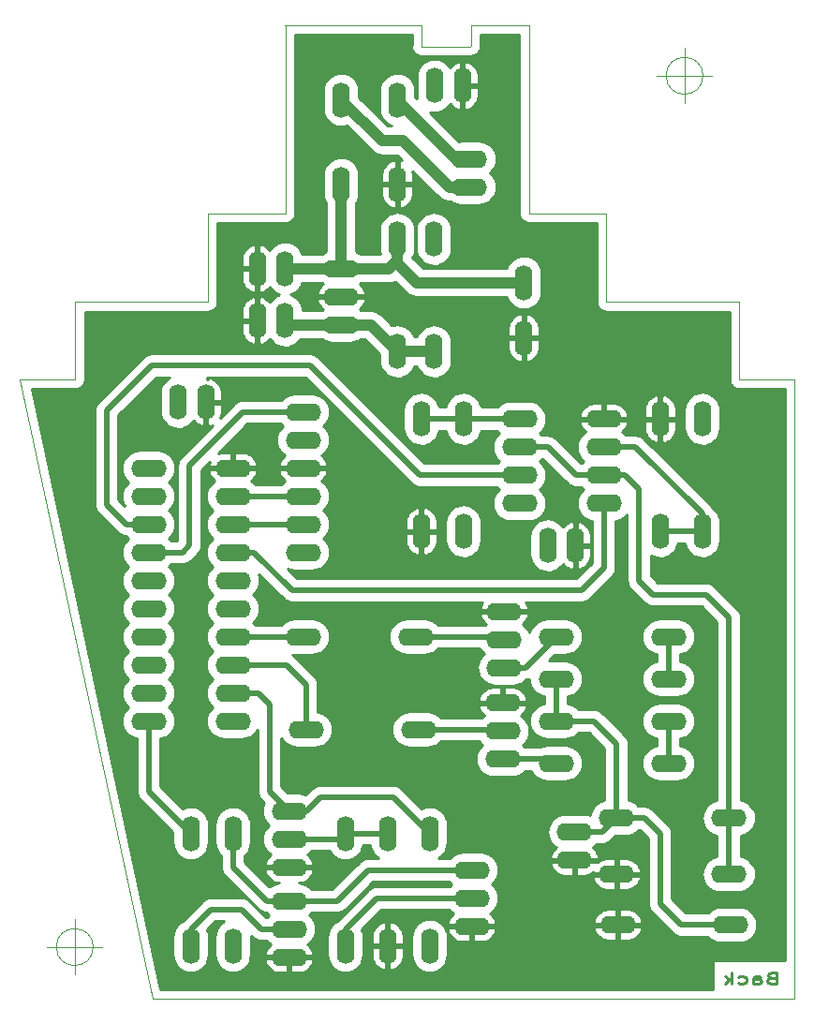
<source format=gbr>
%TF.GenerationSoftware,KiCad,Pcbnew,4.0.7-e2-6376~58~ubuntu16.04.1*%
%TF.CreationDate,2019-01-22T10:52:45+01:00*%
%TF.ProjectId,nikobus,6E696B6F6275732E6B696361645F7063,rev?*%
%TF.FileFunction,Copper,L2,Bot,Plane*%
%FSLAX46Y46*%
G04 Gerber Fmt 4.6, Leading zero omitted, Abs format (unit mm)*
G04 Created by KiCad (PCBNEW 4.0.7-e2-6376~58~ubuntu16.04.1) date Tue Jan 22 10:52:45 2019*
%MOMM*%
%LPD*%
G01*
G04 APERTURE LIST*
%ADD10C,0.100000*%
%ADD11C,0.250000*%
%ADD12O,3.200000X1.600000*%
%ADD13O,1.600000X3.200000*%
%ADD14C,0.500000*%
%ADD15C,1.000000*%
%ADD16C,0.254000*%
G04 APERTURE END LIST*
D10*
X112268000Y-40005000D02*
X99949000Y-40005000D01*
X116713000Y-41910000D02*
X112268000Y-41910000D01*
X116840000Y-40005000D02*
X121920000Y-40005000D01*
D11*
X143924928Y-126087071D02*
X143710642Y-126134690D01*
X143639214Y-126182310D01*
X143567785Y-126277548D01*
X143567785Y-126420405D01*
X143639214Y-126515643D01*
X143710642Y-126563262D01*
X143853500Y-126610881D01*
X144424928Y-126610881D01*
X144424928Y-125610881D01*
X143924928Y-125610881D01*
X143782071Y-125658500D01*
X143710642Y-125706119D01*
X143639214Y-125801357D01*
X143639214Y-125896595D01*
X143710642Y-125991833D01*
X143782071Y-126039452D01*
X143924928Y-126087071D01*
X144424928Y-126087071D01*
X142282071Y-126610881D02*
X142282071Y-126087071D01*
X142353500Y-125991833D01*
X142496357Y-125944214D01*
X142782071Y-125944214D01*
X142924928Y-125991833D01*
X142282071Y-126563262D02*
X142424928Y-126610881D01*
X142782071Y-126610881D01*
X142924928Y-126563262D01*
X142996357Y-126468024D01*
X142996357Y-126372786D01*
X142924928Y-126277548D01*
X142782071Y-126229929D01*
X142424928Y-126229929D01*
X142282071Y-126182310D01*
X140924928Y-126563262D02*
X141067785Y-126610881D01*
X141353499Y-126610881D01*
X141496357Y-126563262D01*
X141567785Y-126515643D01*
X141639214Y-126420405D01*
X141639214Y-126134690D01*
X141567785Y-126039452D01*
X141496357Y-125991833D01*
X141353499Y-125944214D01*
X141067785Y-125944214D01*
X140924928Y-125991833D01*
X140282071Y-126610881D02*
X140282071Y-125610881D01*
X140139214Y-126229929D02*
X139710643Y-126610881D01*
X139710643Y-125944214D02*
X140282071Y-126325167D01*
D10*
X137737666Y-44561000D02*
G75*
G03X137737666Y-44561000I-1666666J0D01*
G01*
X133571000Y-44561000D02*
X138571000Y-44561000D01*
X136071000Y-42061000D02*
X136071000Y-47061000D01*
X82619666Y-123301000D02*
G75*
G03X82619666Y-123301000I-1666666J0D01*
G01*
X78453000Y-123301000D02*
X83453000Y-123301000D01*
X80953000Y-120801000D02*
X80953000Y-125801000D01*
X116767000Y-41894000D02*
X116767000Y-39989000D01*
X112322000Y-39989000D02*
X112322000Y-41894000D01*
X129000000Y-57000000D02*
X122000000Y-57000000D01*
X129000000Y-58000000D02*
X129000000Y-57000000D01*
X129000000Y-65000000D02*
X129000000Y-58000000D01*
X134000000Y-65000000D02*
X129000000Y-65000000D01*
X146000000Y-128000000D02*
X88000000Y-128000000D01*
X146000000Y-72000000D02*
X146000000Y-128000000D01*
X88000000Y-128000000D02*
X76000000Y-72000000D01*
X100000000Y-57000000D02*
X100000000Y-40000000D01*
X93000000Y-57000000D02*
X100000000Y-57000000D01*
X93000000Y-65000000D02*
X93000000Y-57000000D01*
X81000000Y-65000000D02*
X93000000Y-65000000D01*
X81000000Y-72000000D02*
X81000000Y-65000000D01*
X76000000Y-72000000D02*
X81000000Y-72000000D01*
X122000000Y-57000000D02*
X122000000Y-40000000D01*
X141000000Y-65000000D02*
X134000000Y-65000000D01*
X141000000Y-72000000D02*
X141000000Y-65000000D01*
X146000000Y-72000000D02*
X141000000Y-72000000D01*
D12*
X140208000Y-121285000D03*
X130048000Y-121285000D03*
D13*
X116005000Y-45450000D03*
X113465000Y-45450000D03*
X105410000Y-123190000D03*
X105410000Y-113030000D03*
D12*
X116840000Y-121412000D03*
X116840000Y-118872000D03*
X116840000Y-116332000D03*
D13*
X113030000Y-113030000D03*
X113030000Y-123190000D03*
X109220000Y-113030000D03*
X109220000Y-123190000D03*
X95250000Y-113030000D03*
X95250000Y-123190000D03*
X91440000Y-113030000D03*
X91440000Y-123190000D03*
X90297000Y-74041000D03*
X92797000Y-74041000D03*
D12*
X101600000Y-74930000D03*
X101600000Y-77470000D03*
X101600000Y-80010000D03*
X101600000Y-82550000D03*
X101600000Y-85090000D03*
X101600000Y-87630000D03*
X87630000Y-80010000D03*
X95250000Y-102870000D03*
X87630000Y-82550000D03*
X95250000Y-100330000D03*
X87630000Y-85090000D03*
X95250000Y-97790000D03*
X87630000Y-87630000D03*
X95250000Y-95250000D03*
X87630000Y-90170000D03*
X95250000Y-92710000D03*
X87630000Y-92710000D03*
X95250000Y-90170000D03*
X87630000Y-95250000D03*
X95250000Y-87630000D03*
X87630000Y-97790000D03*
X95250000Y-85090000D03*
X87630000Y-100330000D03*
X95250000Y-82550000D03*
X87630000Y-102870000D03*
X95250000Y-80010000D03*
X116640000Y-54610000D03*
X116640000Y-52070000D03*
D13*
X99949000Y-61976000D03*
X97449000Y-61976000D03*
X99949000Y-66675000D03*
X97449000Y-66675000D03*
X133858000Y-85725000D03*
X133858000Y-75565000D03*
X112268000Y-75565000D03*
X112268000Y-85725000D03*
D12*
X126111000Y-115443000D03*
X126111000Y-112903000D03*
X101600000Y-95250000D03*
X111760000Y-95250000D03*
X101854000Y-103632000D03*
X112014000Y-103632000D03*
X134620000Y-95250000D03*
X124460000Y-95250000D03*
X134620000Y-106680000D03*
X124460000Y-106680000D03*
X129921000Y-111633000D03*
X140081000Y-111633000D03*
X140081000Y-116713000D03*
X129921000Y-116713000D03*
D13*
X113411000Y-69469000D03*
X113411000Y-59309000D03*
X137668000Y-75565000D03*
X137668000Y-85725000D03*
D12*
X128778000Y-83185000D03*
X121158000Y-75565000D03*
X128778000Y-80645000D03*
X121158000Y-78105000D03*
X128778000Y-78105000D03*
X121158000Y-80645000D03*
X128778000Y-75565000D03*
X121158000Y-83185000D03*
D13*
X121539000Y-63246000D03*
X121539000Y-68246000D03*
X123698000Y-86995000D03*
X126198000Y-86995000D03*
X105029000Y-46736000D03*
X110109000Y-54356000D03*
X110109000Y-46736000D03*
X105029000Y-54356000D03*
D12*
X124460000Y-99060000D03*
X134620000Y-99060000D03*
X124460000Y-102870000D03*
X134620000Y-102870000D03*
D13*
X116078000Y-85725000D03*
X116078000Y-75565000D03*
X110109000Y-59309000D03*
X110109000Y-69469000D03*
D12*
X105029000Y-64516000D03*
X105029000Y-61976000D03*
X105029000Y-67056000D03*
X100330000Y-121666000D03*
X100330000Y-124206000D03*
X100330000Y-119126000D03*
X100330000Y-113538000D03*
X100330000Y-116078000D03*
X100330000Y-110998000D03*
X119761000Y-95504000D03*
X119761000Y-92964000D03*
X119761000Y-98044000D03*
X119634000Y-103759000D03*
X119634000Y-101219000D03*
X119634000Y-106299000D03*
D14*
X97663000Y-74930000D02*
X96139000Y-74930000D01*
X96139000Y-74930000D02*
X91313000Y-79756000D01*
X91313000Y-79756000D02*
X91313000Y-86995000D01*
X91313000Y-86995000D02*
X90678000Y-87630000D01*
X90678000Y-87630000D02*
X87630000Y-87630000D01*
X101600000Y-74930000D02*
X97663000Y-74930000D01*
X97663000Y-74930000D02*
X97409000Y-74930000D01*
X87630000Y-87630000D02*
X86430000Y-87630000D01*
X101600000Y-82550000D02*
X95250000Y-82550000D01*
X101600000Y-85090000D02*
X95250000Y-85090000D01*
X105410000Y-123190000D02*
X105410000Y-121666000D01*
X105410000Y-121666000D02*
X108204000Y-118872000D01*
X108204000Y-118872000D02*
X117602000Y-118872000D01*
X100330000Y-119126000D02*
X104648000Y-119126000D01*
X107442000Y-116332000D02*
X117602000Y-116332000D01*
X104648000Y-119126000D02*
X107442000Y-116332000D01*
X95250000Y-113030000D02*
X95250000Y-116078000D01*
X98298000Y-119126000D02*
X100330000Y-119126000D01*
X95250000Y-116078000D02*
X98298000Y-119126000D01*
X91440000Y-123190000D02*
X91440000Y-121666000D01*
X91440000Y-121666000D02*
X93218000Y-119888000D01*
X93218000Y-119888000D02*
X96012000Y-119888000D01*
X91440000Y-123190000D02*
X91440000Y-124390000D01*
X97790000Y-121666000D02*
X100330000Y-121666000D01*
X96012000Y-119888000D02*
X97790000Y-121666000D01*
X100330000Y-110998000D02*
X101854000Y-110998000D01*
X101854000Y-110998000D02*
X103124000Y-109728000D01*
X109728000Y-109728000D02*
X113030000Y-113030000D01*
X103124000Y-109728000D02*
X109728000Y-109728000D01*
X95250000Y-100330000D02*
X97536000Y-100330000D01*
X98552000Y-109220000D02*
X100330000Y-110998000D01*
X98552000Y-101346000D02*
X98552000Y-109220000D01*
X97536000Y-100330000D02*
X98552000Y-101346000D01*
X111760000Y-95250000D02*
X118237000Y-95250000D01*
X119761000Y-98044000D02*
X121666000Y-98044000D01*
X121666000Y-98044000D02*
X124460000Y-95250000D01*
X118237000Y-103632000D02*
X112014000Y-103632000D01*
X119634000Y-106299000D02*
X124079000Y-106299000D01*
X124079000Y-106299000D02*
X124460000Y-106680000D01*
X87630000Y-102870000D02*
X87630000Y-109220000D01*
X87630000Y-109220000D02*
X91440000Y-113030000D01*
X99060000Y-95250000D02*
X95250000Y-95250000D01*
X101600000Y-95250000D02*
X99060000Y-95250000D01*
X95250000Y-97790000D02*
X100076000Y-97790000D01*
X101854000Y-99568000D02*
X101854000Y-103632000D01*
X100076000Y-97790000D02*
X101854000Y-99568000D01*
X140081000Y-111633000D02*
X140081000Y-93472000D01*
X130683000Y-80645000D02*
X128778000Y-80645000D01*
X131953000Y-81915000D02*
X130683000Y-80645000D01*
X131953000Y-90170000D02*
X131953000Y-81915000D01*
X133223000Y-91440000D02*
X131953000Y-90170000D01*
X138049000Y-91440000D02*
X133223000Y-91440000D01*
X140081000Y-93472000D02*
X138049000Y-91440000D01*
X140081000Y-116713000D02*
X140081000Y-111633000D01*
X128778000Y-80645000D02*
X130175000Y-80645000D01*
X126238000Y-80645000D02*
X128778000Y-80645000D01*
X121158000Y-78105000D02*
X123698000Y-78105000D01*
X123698000Y-78105000D02*
X126238000Y-80645000D01*
D15*
X105029000Y-67056000D02*
X107696000Y-67056000D01*
X107696000Y-67056000D02*
X110109000Y-69469000D01*
X110109000Y-69469000D02*
X113411000Y-69469000D01*
X105029000Y-67056000D02*
X100330000Y-67056000D01*
X100330000Y-67056000D02*
X99949000Y-66675000D01*
D14*
X129921000Y-111633000D02*
X132461000Y-111633000D01*
X135763000Y-121285000D02*
X140208000Y-121285000D01*
X133858000Y-119380000D02*
X135763000Y-121285000D01*
X133858000Y-113030000D02*
X133858000Y-119380000D01*
X132461000Y-111633000D02*
X133858000Y-113030000D01*
X129921000Y-111633000D02*
X129921000Y-104902000D01*
X129921000Y-104902000D02*
X127889000Y-102870000D01*
X128651000Y-112903000D02*
X129921000Y-111633000D01*
X127889000Y-102870000D02*
X124460000Y-102870000D01*
X126111000Y-112903000D02*
X128651000Y-112903000D01*
X124460000Y-99060000D02*
X124460000Y-102870000D01*
X125760000Y-102870000D02*
X124460000Y-102870000D01*
X134620000Y-102870000D02*
X134620000Y-106680000D01*
D15*
X105029000Y-61976000D02*
X109347000Y-61976000D01*
X109347000Y-61976000D02*
X110109000Y-61214000D01*
X110109000Y-59309000D02*
X110109000Y-61214000D01*
X110109000Y-61214000D02*
X110109000Y-61468000D01*
X110109000Y-61468000D02*
X111887000Y-63246000D01*
X111887000Y-63246000D02*
X121539000Y-63246000D01*
X105029000Y-61976000D02*
X99949000Y-61976000D01*
X105029000Y-61976000D02*
X105029000Y-54356000D01*
D14*
X128778000Y-78105000D02*
X131642000Y-78105000D01*
X131642000Y-78105000D02*
X137668000Y-84131000D01*
X137668000Y-84131000D02*
X137668000Y-85725000D01*
X133858000Y-85725000D02*
X137668000Y-85725000D01*
D15*
X116640000Y-54610000D02*
X114808000Y-54610000D01*
X108712000Y-50419000D02*
X105029000Y-46736000D01*
X110617000Y-50419000D02*
X108712000Y-50419000D01*
X114808000Y-54610000D02*
X110617000Y-50419000D01*
X116640000Y-52070000D02*
X115443000Y-52070000D01*
X115443000Y-52070000D02*
X110109000Y-46736000D01*
X116640000Y-52070000D02*
X115437919Y-52070000D01*
D14*
X134620000Y-99060000D02*
X134620000Y-95250000D01*
X116078000Y-75565000D02*
X121158000Y-75565000D01*
X116078000Y-75565000D02*
X112268000Y-75565000D01*
X100330000Y-113030000D02*
X101580000Y-113030000D01*
X100330000Y-113538000D02*
X104902000Y-113538000D01*
X104902000Y-113538000D02*
X105410000Y-113030000D01*
X109220000Y-113030000D02*
X105410000Y-113030000D01*
X121158000Y-80645000D02*
X112141000Y-80645000D01*
X85598000Y-85090000D02*
X87630000Y-85090000D01*
X83820000Y-83312000D02*
X85598000Y-85090000D01*
X83820000Y-74803000D02*
X83820000Y-83312000D01*
X87884000Y-70739000D02*
X83820000Y-74803000D01*
X102235000Y-70739000D02*
X87884000Y-70739000D01*
X112141000Y-80645000D02*
X102235000Y-70739000D01*
X95250000Y-87630000D02*
X97155000Y-87630000D01*
X128778000Y-89027000D02*
X128778000Y-83185000D01*
X126746000Y-91059000D02*
X128778000Y-89027000D01*
X100584000Y-91059000D02*
X126746000Y-91059000D01*
X97155000Y-87630000D02*
X100584000Y-91059000D01*
D16*
G36*
X111445000Y-41617075D02*
X111408913Y-41733655D01*
X111391021Y-41903877D01*
X111406534Y-42074333D01*
X111454860Y-42238530D01*
X111534158Y-42390213D01*
X111641407Y-42523605D01*
X111772524Y-42633625D01*
X111922513Y-42716082D01*
X112085661Y-42767835D01*
X112255755Y-42786915D01*
X112268000Y-42787000D01*
X116713000Y-42787000D01*
X116883344Y-42770298D01*
X116976477Y-42742179D01*
X117095530Y-42707140D01*
X117247213Y-42627842D01*
X117380605Y-42520593D01*
X117490625Y-42389476D01*
X117573082Y-42239487D01*
X117624835Y-42076339D01*
X117643915Y-41906245D01*
X117644000Y-41894000D01*
X117644000Y-40882000D01*
X121123000Y-40882000D01*
X121123000Y-57000000D01*
X121131054Y-57082139D01*
X121138534Y-57164333D01*
X121139402Y-57167281D01*
X121139702Y-57170344D01*
X121163576Y-57249419D01*
X121186860Y-57328530D01*
X121188284Y-57331253D01*
X121189173Y-57334199D01*
X121227940Y-57407109D01*
X121266158Y-57480213D01*
X121268084Y-57482609D01*
X121269528Y-57485324D01*
X121321678Y-57549266D01*
X121373407Y-57613605D01*
X121375764Y-57615583D01*
X121377706Y-57617964D01*
X121441260Y-57670540D01*
X121504524Y-57723625D01*
X121507220Y-57725107D01*
X121509588Y-57727066D01*
X121582143Y-57766296D01*
X121654513Y-57806082D01*
X121657446Y-57807012D01*
X121660149Y-57808474D01*
X121738953Y-57832868D01*
X121817661Y-57857835D01*
X121820718Y-57858178D01*
X121823655Y-57859087D01*
X121905716Y-57867712D01*
X121987755Y-57876915D01*
X121993658Y-57876956D01*
X121993877Y-57876979D01*
X121994097Y-57876959D01*
X122000000Y-57877000D01*
X128123000Y-57877000D01*
X128123000Y-65000000D01*
X128131054Y-65082139D01*
X128138534Y-65164333D01*
X128139402Y-65167281D01*
X128139702Y-65170344D01*
X128163576Y-65249419D01*
X128186860Y-65328530D01*
X128188284Y-65331253D01*
X128189173Y-65334199D01*
X128227940Y-65407109D01*
X128266158Y-65480213D01*
X128268084Y-65482609D01*
X128269528Y-65485324D01*
X128321678Y-65549266D01*
X128373407Y-65613605D01*
X128375764Y-65615583D01*
X128377706Y-65617964D01*
X128441260Y-65670540D01*
X128504524Y-65723625D01*
X128507220Y-65725107D01*
X128509588Y-65727066D01*
X128582143Y-65766296D01*
X128654513Y-65806082D01*
X128657446Y-65807012D01*
X128660149Y-65808474D01*
X128738953Y-65832868D01*
X128817661Y-65857835D01*
X128820718Y-65858178D01*
X128823655Y-65859087D01*
X128905716Y-65867712D01*
X128987755Y-65876915D01*
X128993658Y-65876956D01*
X128993877Y-65876979D01*
X128994097Y-65876959D01*
X129000000Y-65877000D01*
X140123000Y-65877000D01*
X140123000Y-72000000D01*
X140131054Y-72082139D01*
X140138534Y-72164333D01*
X140139402Y-72167281D01*
X140139702Y-72170344D01*
X140163576Y-72249419D01*
X140186860Y-72328530D01*
X140188284Y-72331253D01*
X140189173Y-72334199D01*
X140227940Y-72407109D01*
X140266158Y-72480213D01*
X140268084Y-72482609D01*
X140269528Y-72485324D01*
X140321678Y-72549266D01*
X140373407Y-72613605D01*
X140375764Y-72615583D01*
X140377706Y-72617964D01*
X140441260Y-72670540D01*
X140504524Y-72723625D01*
X140507220Y-72725107D01*
X140509588Y-72727066D01*
X140582143Y-72766296D01*
X140654513Y-72806082D01*
X140657446Y-72807012D01*
X140660149Y-72808474D01*
X140738953Y-72832868D01*
X140817661Y-72857835D01*
X140820718Y-72858178D01*
X140823655Y-72859087D01*
X140905716Y-72867712D01*
X140987755Y-72876915D01*
X140993658Y-72876956D01*
X140993877Y-72876979D01*
X140994097Y-72876959D01*
X141000000Y-72877000D01*
X145123000Y-72877000D01*
X145123000Y-124506500D01*
X138597929Y-124506500D01*
X138597929Y-127123000D01*
X88708981Y-127123000D01*
X77497553Y-74803000D01*
X82743000Y-74803000D01*
X82743000Y-83312000D01*
X82752710Y-83411035D01*
X82761379Y-83510116D01*
X82762958Y-83515551D01*
X82763511Y-83521190D01*
X82792271Y-83616447D01*
X82820021Y-83711964D01*
X82822627Y-83716992D01*
X82824264Y-83722413D01*
X82870972Y-83810259D01*
X82916752Y-83898576D01*
X82920284Y-83903001D01*
X82922944Y-83908003D01*
X82985827Y-83985105D01*
X83047887Y-84062847D01*
X83055659Y-84070728D01*
X83055792Y-84070891D01*
X83055943Y-84071016D01*
X83058446Y-84073554D01*
X84836446Y-85851554D01*
X84913359Y-85914731D01*
X84989531Y-85978647D01*
X84994491Y-85981374D01*
X84998869Y-85984970D01*
X85086585Y-86032003D01*
X85173725Y-86079909D01*
X85179121Y-86081621D01*
X85184114Y-86084298D01*
X85279256Y-86113385D01*
X85374079Y-86143465D01*
X85379709Y-86144097D01*
X85385124Y-86145752D01*
X85484114Y-86155807D01*
X85582963Y-86166895D01*
X85594027Y-86166972D01*
X85594241Y-86166994D01*
X85594440Y-86166975D01*
X85598000Y-86167000D01*
X85606482Y-86167000D01*
X85655810Y-86228352D01*
X85813080Y-86360317D01*
X85671817Y-86475528D01*
X85469413Y-86720193D01*
X85318386Y-86999512D01*
X85224488Y-87302846D01*
X85191297Y-87618641D01*
X85220076Y-87934869D01*
X85309729Y-88239485D01*
X85456841Y-88520885D01*
X85655810Y-88768352D01*
X85813080Y-88900317D01*
X85671817Y-89015528D01*
X85469413Y-89260193D01*
X85318386Y-89539512D01*
X85224488Y-89842846D01*
X85191297Y-90158641D01*
X85220076Y-90474869D01*
X85309729Y-90779485D01*
X85456841Y-91060885D01*
X85655810Y-91308352D01*
X85813080Y-91440317D01*
X85671817Y-91555528D01*
X85469413Y-91800193D01*
X85318386Y-92079512D01*
X85224488Y-92382846D01*
X85191297Y-92698641D01*
X85220076Y-93014869D01*
X85309729Y-93319485D01*
X85456841Y-93600885D01*
X85655810Y-93848352D01*
X85813080Y-93980317D01*
X85671817Y-94095528D01*
X85469413Y-94340193D01*
X85318386Y-94619512D01*
X85224488Y-94922846D01*
X85191297Y-95238641D01*
X85220076Y-95554869D01*
X85309729Y-95859485D01*
X85456841Y-96140885D01*
X85655810Y-96388352D01*
X85813080Y-96520317D01*
X85671817Y-96635528D01*
X85469413Y-96880193D01*
X85318386Y-97159512D01*
X85224488Y-97462846D01*
X85191297Y-97778641D01*
X85220076Y-98094869D01*
X85309729Y-98399485D01*
X85456841Y-98680885D01*
X85655810Y-98928352D01*
X85813080Y-99060317D01*
X85671817Y-99175528D01*
X85469413Y-99420193D01*
X85318386Y-99699512D01*
X85224488Y-100002846D01*
X85191297Y-100318641D01*
X85220076Y-100634869D01*
X85309729Y-100939485D01*
X85456841Y-101220885D01*
X85655810Y-101468352D01*
X85813080Y-101600317D01*
X85671817Y-101715528D01*
X85469413Y-101960193D01*
X85318386Y-102239512D01*
X85224488Y-102542846D01*
X85191297Y-102858641D01*
X85220076Y-103174869D01*
X85309729Y-103479485D01*
X85456841Y-103760885D01*
X85655810Y-104008352D01*
X85899056Y-104212460D01*
X86177314Y-104365433D01*
X86479985Y-104461446D01*
X86553000Y-104469636D01*
X86553000Y-109220000D01*
X86562710Y-109319035D01*
X86571379Y-109418116D01*
X86572958Y-109423551D01*
X86573511Y-109429190D01*
X86602271Y-109524447D01*
X86630021Y-109619964D01*
X86632627Y-109624992D01*
X86634264Y-109630413D01*
X86680972Y-109718259D01*
X86726752Y-109806576D01*
X86730284Y-109811001D01*
X86732944Y-109816003D01*
X86795827Y-109893105D01*
X86857887Y-109970847D01*
X86865659Y-109978728D01*
X86865792Y-109978891D01*
X86865943Y-109979016D01*
X86868446Y-109981554D01*
X89813000Y-112926108D01*
X89813000Y-113841743D01*
X89843986Y-114157762D01*
X89935764Y-114461745D01*
X90084837Y-114742111D01*
X90285528Y-114988183D01*
X90530193Y-115190587D01*
X90809512Y-115341614D01*
X91112846Y-115435512D01*
X91428641Y-115468703D01*
X91744869Y-115439924D01*
X92049485Y-115350271D01*
X92330885Y-115203159D01*
X92578352Y-115004190D01*
X92782460Y-114760944D01*
X92935433Y-114482686D01*
X93031446Y-114180015D01*
X93066841Y-113864459D01*
X93067000Y-113841743D01*
X93067000Y-112218257D01*
X93036014Y-111902238D01*
X92944236Y-111598255D01*
X92795163Y-111317889D01*
X92594472Y-111071817D01*
X92349807Y-110869413D01*
X92070488Y-110718386D01*
X91767154Y-110624488D01*
X91451359Y-110591297D01*
X91135131Y-110620076D01*
X90830515Y-110709729D01*
X90707269Y-110774161D01*
X88707000Y-108773892D01*
X88707000Y-104470991D01*
X88757762Y-104466014D01*
X89061745Y-104374236D01*
X89342111Y-104225163D01*
X89588183Y-104024472D01*
X89790587Y-103779807D01*
X89941614Y-103500488D01*
X90035512Y-103197154D01*
X90068703Y-102881359D01*
X90039924Y-102565131D01*
X89950271Y-102260515D01*
X89803159Y-101979115D01*
X89604190Y-101731648D01*
X89446920Y-101599683D01*
X89588183Y-101484472D01*
X89790587Y-101239807D01*
X89941614Y-100960488D01*
X90035512Y-100657154D01*
X90068703Y-100341359D01*
X90039924Y-100025131D01*
X89950271Y-99720515D01*
X89803159Y-99439115D01*
X89604190Y-99191648D01*
X89446920Y-99059683D01*
X89588183Y-98944472D01*
X89790587Y-98699807D01*
X89941614Y-98420488D01*
X90035512Y-98117154D01*
X90068703Y-97801359D01*
X90039924Y-97485131D01*
X89950271Y-97180515D01*
X89803159Y-96899115D01*
X89604190Y-96651648D01*
X89446920Y-96519683D01*
X89588183Y-96404472D01*
X89790587Y-96159807D01*
X89941614Y-95880488D01*
X90035512Y-95577154D01*
X90068703Y-95261359D01*
X90039924Y-94945131D01*
X89950271Y-94640515D01*
X89803159Y-94359115D01*
X89604190Y-94111648D01*
X89446920Y-93979683D01*
X89588183Y-93864472D01*
X89790587Y-93619807D01*
X89941614Y-93340488D01*
X90035512Y-93037154D01*
X90068703Y-92721359D01*
X90039924Y-92405131D01*
X89950271Y-92100515D01*
X89803159Y-91819115D01*
X89604190Y-91571648D01*
X89446920Y-91439683D01*
X89588183Y-91324472D01*
X89790587Y-91079807D01*
X89941614Y-90800488D01*
X90035512Y-90497154D01*
X90068703Y-90181359D01*
X90039924Y-89865131D01*
X89950271Y-89560515D01*
X89803159Y-89279115D01*
X89604190Y-89031648D01*
X89446920Y-88899683D01*
X89588183Y-88784472D01*
X89652273Y-88707000D01*
X90678000Y-88707000D01*
X90777035Y-88697290D01*
X90876116Y-88688621D01*
X90881551Y-88687042D01*
X90887190Y-88686489D01*
X90982447Y-88657729D01*
X91077964Y-88629979D01*
X91082992Y-88627373D01*
X91088413Y-88625736D01*
X91176259Y-88579028D01*
X91264576Y-88533248D01*
X91269001Y-88529716D01*
X91274003Y-88527056D01*
X91351105Y-88464173D01*
X91428847Y-88402113D01*
X91436728Y-88394341D01*
X91436891Y-88394208D01*
X91437016Y-88394057D01*
X91439554Y-88391554D01*
X92074554Y-87756554D01*
X92137731Y-87679641D01*
X92201647Y-87603469D01*
X92204374Y-87598509D01*
X92207970Y-87594131D01*
X92255003Y-87506415D01*
X92302909Y-87419275D01*
X92304621Y-87413879D01*
X92307298Y-87408886D01*
X92336385Y-87313744D01*
X92366465Y-87218921D01*
X92367097Y-87213291D01*
X92368752Y-87207876D01*
X92378807Y-87108886D01*
X92389895Y-87010037D01*
X92389972Y-86998973D01*
X92389994Y-86998759D01*
X92389975Y-86998560D01*
X92390000Y-86995000D01*
X92390000Y-80202108D01*
X93136423Y-79455685D01*
X93083025Y-79581244D01*
X93066029Y-79662217D01*
X93186115Y-79883000D01*
X95123000Y-79883000D01*
X95123000Y-78583000D01*
X95377000Y-78583000D01*
X95377000Y-79883000D01*
X97313885Y-79883000D01*
X97433971Y-79662217D01*
X97416975Y-79581244D01*
X97307063Y-79322799D01*
X97148843Y-79090762D01*
X96948395Y-78894051D01*
X96713422Y-78740225D01*
X96452954Y-78635196D01*
X96177000Y-78583000D01*
X95377000Y-78583000D01*
X95123000Y-78583000D01*
X94323000Y-78583000D01*
X94047046Y-78635196D01*
X93896009Y-78696099D01*
X96585108Y-76007000D01*
X99576482Y-76007000D01*
X99625810Y-76068352D01*
X99783080Y-76200317D01*
X99641817Y-76315528D01*
X99439413Y-76560193D01*
X99288386Y-76839512D01*
X99194488Y-77142846D01*
X99161297Y-77458641D01*
X99190076Y-77774869D01*
X99279729Y-78079485D01*
X99426841Y-78360885D01*
X99625810Y-78608352D01*
X99869056Y-78812460D01*
X99954492Y-78859428D01*
X99901605Y-78894051D01*
X99701157Y-79090762D01*
X99542937Y-79322799D01*
X99433025Y-79581244D01*
X99416029Y-79662217D01*
X99536115Y-79883000D01*
X101473000Y-79883000D01*
X101473000Y-79863000D01*
X101727000Y-79863000D01*
X101727000Y-79883000D01*
X103663885Y-79883000D01*
X103783971Y-79662217D01*
X103766975Y-79581244D01*
X103657063Y-79322799D01*
X103498843Y-79090762D01*
X103298395Y-78894051D01*
X103246476Y-78860062D01*
X103312111Y-78825163D01*
X103558183Y-78624472D01*
X103760587Y-78379807D01*
X103911614Y-78100488D01*
X104005512Y-77797154D01*
X104038703Y-77481359D01*
X104009924Y-77165131D01*
X103920271Y-76860515D01*
X103773159Y-76579115D01*
X103574190Y-76331648D01*
X103416920Y-76199683D01*
X103558183Y-76084472D01*
X103760587Y-75839807D01*
X103911614Y-75560488D01*
X104005512Y-75257154D01*
X104038703Y-74941359D01*
X104009924Y-74625131D01*
X103920271Y-74320515D01*
X103773159Y-74039115D01*
X103574190Y-73791648D01*
X103330944Y-73587540D01*
X103052686Y-73434567D01*
X102750015Y-73338554D01*
X102434459Y-73303159D01*
X102411743Y-73303000D01*
X100788257Y-73303000D01*
X100472238Y-73333986D01*
X100168255Y-73425764D01*
X99887889Y-73574837D01*
X99641817Y-73775528D01*
X99577727Y-73853000D01*
X96139000Y-73853000D01*
X96039961Y-73862711D01*
X95940884Y-73871379D01*
X95935449Y-73872958D01*
X95929810Y-73873511D01*
X95834540Y-73902275D01*
X95739037Y-73930021D01*
X95734010Y-73932627D01*
X95728587Y-73934264D01*
X95640762Y-73980961D01*
X95552424Y-74026751D01*
X95547995Y-74030286D01*
X95542997Y-74032944D01*
X95465922Y-74095805D01*
X95388153Y-74157887D01*
X95380272Y-74165659D01*
X95380109Y-74165792D01*
X95379984Y-74165943D01*
X95377446Y-74168446D01*
X94083873Y-75462019D01*
X94171804Y-75243954D01*
X94224000Y-74968000D01*
X94224000Y-74168000D01*
X92924000Y-74168000D01*
X92924000Y-76104885D01*
X93144783Y-76224971D01*
X93225756Y-76207975D01*
X93420914Y-76124978D01*
X90551446Y-78994446D01*
X90488269Y-79071359D01*
X90424353Y-79147531D01*
X90421626Y-79152491D01*
X90418030Y-79156869D01*
X90371016Y-79244550D01*
X90323091Y-79331725D01*
X90321378Y-79337125D01*
X90318703Y-79342114D01*
X90289625Y-79437223D01*
X90259535Y-79532079D01*
X90258904Y-79537708D01*
X90257248Y-79543123D01*
X90247192Y-79642124D01*
X90236105Y-79740963D01*
X90236028Y-79752026D01*
X90236006Y-79752240D01*
X90236025Y-79752440D01*
X90236000Y-79756000D01*
X90236000Y-86548892D01*
X90231892Y-86553000D01*
X89653518Y-86553000D01*
X89604190Y-86491648D01*
X89446920Y-86359683D01*
X89588183Y-86244472D01*
X89790587Y-85999807D01*
X89941614Y-85720488D01*
X90035512Y-85417154D01*
X90068703Y-85101359D01*
X90039924Y-84785131D01*
X89950271Y-84480515D01*
X89803159Y-84199115D01*
X89604190Y-83951648D01*
X89446920Y-83819683D01*
X89588183Y-83704472D01*
X89790587Y-83459807D01*
X89941614Y-83180488D01*
X90035512Y-82877154D01*
X90068703Y-82561359D01*
X90039924Y-82245131D01*
X89950271Y-81940515D01*
X89803159Y-81659115D01*
X89604190Y-81411648D01*
X89446920Y-81279683D01*
X89588183Y-81164472D01*
X89790587Y-80919807D01*
X89941614Y-80640488D01*
X90035512Y-80337154D01*
X90068703Y-80021359D01*
X90039924Y-79705131D01*
X89950271Y-79400515D01*
X89803159Y-79119115D01*
X89604190Y-78871648D01*
X89360944Y-78667540D01*
X89082686Y-78514567D01*
X88780015Y-78418554D01*
X88464459Y-78383159D01*
X88441743Y-78383000D01*
X86818257Y-78383000D01*
X86502238Y-78413986D01*
X86198255Y-78505764D01*
X85917889Y-78654837D01*
X85671817Y-78855528D01*
X85469413Y-79100193D01*
X85318386Y-79379512D01*
X85224488Y-79682846D01*
X85191297Y-79998641D01*
X85220076Y-80314869D01*
X85309729Y-80619485D01*
X85456841Y-80900885D01*
X85655810Y-81148352D01*
X85813080Y-81280317D01*
X85671817Y-81395528D01*
X85469413Y-81640193D01*
X85318386Y-81919512D01*
X85224488Y-82222846D01*
X85191297Y-82538641D01*
X85220076Y-82854869D01*
X85309729Y-83159485D01*
X85440242Y-83409134D01*
X84897000Y-82865892D01*
X84897000Y-75249108D01*
X88330108Y-71816000D01*
X89505278Y-71816000D01*
X89406115Y-71867841D01*
X89158648Y-72066810D01*
X88954540Y-72310056D01*
X88801567Y-72588314D01*
X88705554Y-72890985D01*
X88670159Y-73206541D01*
X88670000Y-73229257D01*
X88670000Y-74852743D01*
X88700986Y-75168762D01*
X88792764Y-75472745D01*
X88941837Y-75753111D01*
X89142528Y-75999183D01*
X89387193Y-76201587D01*
X89666512Y-76352614D01*
X89969846Y-76446512D01*
X90285641Y-76479703D01*
X90601869Y-76450924D01*
X90906485Y-76361271D01*
X91187885Y-76214159D01*
X91435352Y-76015190D01*
X91639460Y-75771944D01*
X91668170Y-75719720D01*
X91681051Y-75739395D01*
X91877762Y-75939843D01*
X92109799Y-76098063D01*
X92368244Y-76207975D01*
X92449217Y-76224971D01*
X92670000Y-76104885D01*
X92670000Y-74168000D01*
X92650000Y-74168000D01*
X92650000Y-73914000D01*
X92670000Y-73914000D01*
X92670000Y-73894000D01*
X92924000Y-73894000D01*
X92924000Y-73914000D01*
X94224000Y-73914000D01*
X94224000Y-73114000D01*
X94171804Y-72838046D01*
X94066775Y-72577578D01*
X93912949Y-72342605D01*
X93716238Y-72142157D01*
X93484201Y-71983937D01*
X93225756Y-71874025D01*
X93144783Y-71857029D01*
X92924002Y-71977114D01*
X92924002Y-71816000D01*
X101788892Y-71816000D01*
X111379446Y-81406554D01*
X111456385Y-81469753D01*
X111532531Y-81533647D01*
X111537487Y-81536372D01*
X111541869Y-81539971D01*
X111629624Y-81587024D01*
X111716725Y-81634909D01*
X111722121Y-81636621D01*
X111727114Y-81639298D01*
X111822256Y-81668385D01*
X111917079Y-81698465D01*
X111922709Y-81699097D01*
X111928124Y-81700752D01*
X112027114Y-81710807D01*
X112125963Y-81721895D01*
X112137027Y-81721972D01*
X112137241Y-81721994D01*
X112137440Y-81721975D01*
X112141000Y-81722000D01*
X119134482Y-81722000D01*
X119183810Y-81783352D01*
X119341080Y-81915317D01*
X119199817Y-82030528D01*
X118997413Y-82275193D01*
X118846386Y-82554512D01*
X118752488Y-82857846D01*
X118719297Y-83173641D01*
X118748076Y-83489869D01*
X118837729Y-83794485D01*
X118984841Y-84075885D01*
X119183810Y-84323352D01*
X119427056Y-84527460D01*
X119705314Y-84680433D01*
X120007985Y-84776446D01*
X120323541Y-84811841D01*
X120346257Y-84812000D01*
X121969743Y-84812000D01*
X122285762Y-84781014D01*
X122589745Y-84689236D01*
X122870111Y-84540163D01*
X123116183Y-84339472D01*
X123318587Y-84094807D01*
X123469614Y-83815488D01*
X123563512Y-83512154D01*
X123596703Y-83196359D01*
X123567924Y-82880131D01*
X123478271Y-82575515D01*
X123331159Y-82294115D01*
X123132190Y-82046648D01*
X122974920Y-81914683D01*
X123116183Y-81799472D01*
X123318587Y-81554807D01*
X123469614Y-81275488D01*
X123563512Y-80972154D01*
X123596703Y-80656359D01*
X123567924Y-80340131D01*
X123478271Y-80035515D01*
X123331159Y-79754115D01*
X123132190Y-79506648D01*
X122974920Y-79374683D01*
X123116183Y-79259472D01*
X123180273Y-79182000D01*
X123251892Y-79182000D01*
X125476446Y-81406554D01*
X125553359Y-81469731D01*
X125629531Y-81533647D01*
X125634491Y-81536374D01*
X125638869Y-81539970D01*
X125726550Y-81586984D01*
X125813725Y-81634909D01*
X125819125Y-81636622D01*
X125824114Y-81639297D01*
X125919223Y-81668375D01*
X126014079Y-81698465D01*
X126019708Y-81699096D01*
X126025123Y-81700752D01*
X126124079Y-81710803D01*
X126222963Y-81721895D01*
X126234036Y-81721972D01*
X126234240Y-81721993D01*
X126234430Y-81721975D01*
X126238000Y-81722000D01*
X126754482Y-81722000D01*
X126803810Y-81783352D01*
X126961080Y-81915317D01*
X126819817Y-82030528D01*
X126617413Y-82275193D01*
X126466386Y-82554512D01*
X126372488Y-82857846D01*
X126339297Y-83173641D01*
X126368076Y-83489869D01*
X126457729Y-83794485D01*
X126604841Y-84075885D01*
X126803810Y-84323352D01*
X127047056Y-84527460D01*
X127325314Y-84680433D01*
X127627985Y-84776446D01*
X127701000Y-84784636D01*
X127701000Y-88580892D01*
X126299892Y-89982000D01*
X101030108Y-89982000D01*
X100185726Y-89137618D01*
X100449985Y-89221446D01*
X100765541Y-89256841D01*
X100788257Y-89257000D01*
X102411743Y-89257000D01*
X102727762Y-89226014D01*
X103031745Y-89134236D01*
X103312111Y-88985163D01*
X103558183Y-88784472D01*
X103760587Y-88539807D01*
X103911614Y-88260488D01*
X104005512Y-87957154D01*
X104038703Y-87641359D01*
X104009924Y-87325131D01*
X103920271Y-87020515D01*
X103773159Y-86739115D01*
X103574190Y-86491648D01*
X103416920Y-86359683D01*
X103558183Y-86244472D01*
X103760587Y-85999807D01*
X103840505Y-85852000D01*
X110841000Y-85852000D01*
X110841000Y-86652000D01*
X110893196Y-86927954D01*
X110998225Y-87188422D01*
X111152051Y-87423395D01*
X111348762Y-87623843D01*
X111580799Y-87782063D01*
X111839244Y-87891975D01*
X111920217Y-87908971D01*
X112141000Y-87788885D01*
X112141000Y-85852000D01*
X112395000Y-85852000D01*
X112395000Y-87788885D01*
X112615783Y-87908971D01*
X112696756Y-87891975D01*
X112955201Y-87782063D01*
X113187238Y-87623843D01*
X113383949Y-87423395D01*
X113537775Y-87188422D01*
X113642804Y-86927954D01*
X113695000Y-86652000D01*
X113695000Y-85852000D01*
X112395000Y-85852000D01*
X112141000Y-85852000D01*
X110841000Y-85852000D01*
X103840505Y-85852000D01*
X103911614Y-85720488D01*
X104005512Y-85417154D01*
X104038703Y-85101359D01*
X104011096Y-84798000D01*
X110841000Y-84798000D01*
X110841000Y-85598000D01*
X112141000Y-85598000D01*
X112141000Y-83661115D01*
X112395000Y-83661115D01*
X112395000Y-85598000D01*
X113695000Y-85598000D01*
X113695000Y-84913257D01*
X114451000Y-84913257D01*
X114451000Y-86536743D01*
X114481986Y-86852762D01*
X114573764Y-87156745D01*
X114722837Y-87437111D01*
X114923528Y-87683183D01*
X115168193Y-87885587D01*
X115447512Y-88036614D01*
X115750846Y-88130512D01*
X116066641Y-88163703D01*
X116382869Y-88134924D01*
X116687485Y-88045271D01*
X116968885Y-87898159D01*
X117216352Y-87699190D01*
X117420460Y-87455944D01*
X117573433Y-87177686D01*
X117669446Y-86875015D01*
X117704841Y-86559459D01*
X117705000Y-86536743D01*
X117705000Y-86183257D01*
X122071000Y-86183257D01*
X122071000Y-87806743D01*
X122101986Y-88122762D01*
X122193764Y-88426745D01*
X122342837Y-88707111D01*
X122543528Y-88953183D01*
X122788193Y-89155587D01*
X123067512Y-89306614D01*
X123370846Y-89400512D01*
X123686641Y-89433703D01*
X124002869Y-89404924D01*
X124307485Y-89315271D01*
X124588885Y-89168159D01*
X124836352Y-88969190D01*
X125040460Y-88725944D01*
X125069170Y-88673720D01*
X125082051Y-88693395D01*
X125278762Y-88893843D01*
X125510799Y-89052063D01*
X125769244Y-89161975D01*
X125850217Y-89178971D01*
X126071000Y-89058885D01*
X126071000Y-87122000D01*
X126325000Y-87122000D01*
X126325000Y-89058885D01*
X126545783Y-89178971D01*
X126626756Y-89161975D01*
X126885201Y-89052063D01*
X127117238Y-88893843D01*
X127313949Y-88693395D01*
X127467775Y-88458422D01*
X127572804Y-88197954D01*
X127625000Y-87922000D01*
X127625000Y-87122000D01*
X126325000Y-87122000D01*
X126071000Y-87122000D01*
X126051000Y-87122000D01*
X126051000Y-86868000D01*
X126071000Y-86868000D01*
X126071000Y-84931115D01*
X126325000Y-84931115D01*
X126325000Y-86868000D01*
X127625000Y-86868000D01*
X127625000Y-86068000D01*
X127572804Y-85792046D01*
X127467775Y-85531578D01*
X127313949Y-85296605D01*
X127117238Y-85096157D01*
X126885201Y-84937937D01*
X126626756Y-84828025D01*
X126545783Y-84811029D01*
X126325000Y-84931115D01*
X126071000Y-84931115D01*
X125850217Y-84811029D01*
X125769244Y-84828025D01*
X125510799Y-84937937D01*
X125278762Y-85096157D01*
X125082051Y-85296605D01*
X125070134Y-85314808D01*
X125053163Y-85282889D01*
X124852472Y-85036817D01*
X124607807Y-84834413D01*
X124328488Y-84683386D01*
X124025154Y-84589488D01*
X123709359Y-84556297D01*
X123393131Y-84585076D01*
X123088515Y-84674729D01*
X122807115Y-84821841D01*
X122559648Y-85020810D01*
X122355540Y-85264056D01*
X122202567Y-85542314D01*
X122106554Y-85844985D01*
X122071159Y-86160541D01*
X122071000Y-86183257D01*
X117705000Y-86183257D01*
X117705000Y-84913257D01*
X117674014Y-84597238D01*
X117582236Y-84293255D01*
X117433163Y-84012889D01*
X117232472Y-83766817D01*
X116987807Y-83564413D01*
X116708488Y-83413386D01*
X116405154Y-83319488D01*
X116089359Y-83286297D01*
X115773131Y-83315076D01*
X115468515Y-83404729D01*
X115187115Y-83551841D01*
X114939648Y-83750810D01*
X114735540Y-83994056D01*
X114582567Y-84272314D01*
X114486554Y-84574985D01*
X114451159Y-84890541D01*
X114451000Y-84913257D01*
X113695000Y-84913257D01*
X113695000Y-84798000D01*
X113642804Y-84522046D01*
X113537775Y-84261578D01*
X113383949Y-84026605D01*
X113187238Y-83826157D01*
X112955201Y-83667937D01*
X112696756Y-83558025D01*
X112615783Y-83541029D01*
X112395000Y-83661115D01*
X112141000Y-83661115D01*
X111920217Y-83541029D01*
X111839244Y-83558025D01*
X111580799Y-83667937D01*
X111348762Y-83826157D01*
X111152051Y-84026605D01*
X110998225Y-84261578D01*
X110893196Y-84522046D01*
X110841000Y-84798000D01*
X104011096Y-84798000D01*
X104009924Y-84785131D01*
X103920271Y-84480515D01*
X103773159Y-84199115D01*
X103574190Y-83951648D01*
X103416920Y-83819683D01*
X103558183Y-83704472D01*
X103760587Y-83459807D01*
X103911614Y-83180488D01*
X104005512Y-82877154D01*
X104038703Y-82561359D01*
X104009924Y-82245131D01*
X103920271Y-81940515D01*
X103773159Y-81659115D01*
X103574190Y-81411648D01*
X103330944Y-81207540D01*
X103245508Y-81160572D01*
X103298395Y-81125949D01*
X103498843Y-80929238D01*
X103657063Y-80697201D01*
X103766975Y-80438756D01*
X103783971Y-80357783D01*
X103663885Y-80137000D01*
X101727000Y-80137000D01*
X101727000Y-80157000D01*
X101473000Y-80157000D01*
X101473000Y-80137000D01*
X99536115Y-80137000D01*
X99416029Y-80357783D01*
X99433025Y-80438756D01*
X99542937Y-80697201D01*
X99701157Y-80929238D01*
X99901605Y-81125949D01*
X99953524Y-81159938D01*
X99887889Y-81194837D01*
X99641817Y-81395528D01*
X99577727Y-81473000D01*
X97273518Y-81473000D01*
X97224190Y-81411648D01*
X96980944Y-81207540D01*
X96895508Y-81160572D01*
X96948395Y-81125949D01*
X97148843Y-80929238D01*
X97307063Y-80697201D01*
X97416975Y-80438756D01*
X97433971Y-80357783D01*
X97313885Y-80137000D01*
X95377000Y-80137000D01*
X95377000Y-80157000D01*
X95123000Y-80157000D01*
X95123000Y-80137000D01*
X93186115Y-80137000D01*
X93066029Y-80357783D01*
X93083025Y-80438756D01*
X93192937Y-80697201D01*
X93351157Y-80929238D01*
X93551605Y-81125949D01*
X93603524Y-81159938D01*
X93537889Y-81194837D01*
X93291817Y-81395528D01*
X93089413Y-81640193D01*
X92938386Y-81919512D01*
X92844488Y-82222846D01*
X92811297Y-82538641D01*
X92840076Y-82854869D01*
X92929729Y-83159485D01*
X93076841Y-83440885D01*
X93275810Y-83688352D01*
X93433080Y-83820317D01*
X93291817Y-83935528D01*
X93089413Y-84180193D01*
X92938386Y-84459512D01*
X92844488Y-84762846D01*
X92811297Y-85078641D01*
X92840076Y-85394869D01*
X92929729Y-85699485D01*
X93076841Y-85980885D01*
X93275810Y-86228352D01*
X93433080Y-86360317D01*
X93291817Y-86475528D01*
X93089413Y-86720193D01*
X92938386Y-86999512D01*
X92844488Y-87302846D01*
X92811297Y-87618641D01*
X92840076Y-87934869D01*
X92929729Y-88239485D01*
X93076841Y-88520885D01*
X93275810Y-88768352D01*
X93433080Y-88900317D01*
X93291817Y-89015528D01*
X93089413Y-89260193D01*
X92938386Y-89539512D01*
X92844488Y-89842846D01*
X92811297Y-90158641D01*
X92840076Y-90474869D01*
X92929729Y-90779485D01*
X93076841Y-91060885D01*
X93275810Y-91308352D01*
X93433080Y-91440317D01*
X93291817Y-91555528D01*
X93089413Y-91800193D01*
X92938386Y-92079512D01*
X92844488Y-92382846D01*
X92811297Y-92698641D01*
X92840076Y-93014869D01*
X92929729Y-93319485D01*
X93076841Y-93600885D01*
X93275810Y-93848352D01*
X93433080Y-93980317D01*
X93291817Y-94095528D01*
X93089413Y-94340193D01*
X92938386Y-94619512D01*
X92844488Y-94922846D01*
X92811297Y-95238641D01*
X92840076Y-95554869D01*
X92929729Y-95859485D01*
X93076841Y-96140885D01*
X93275810Y-96388352D01*
X93433080Y-96520317D01*
X93291817Y-96635528D01*
X93089413Y-96880193D01*
X92938386Y-97159512D01*
X92844488Y-97462846D01*
X92811297Y-97778641D01*
X92840076Y-98094869D01*
X92929729Y-98399485D01*
X93076841Y-98680885D01*
X93275810Y-98928352D01*
X93433080Y-99060317D01*
X93291817Y-99175528D01*
X93089413Y-99420193D01*
X92938386Y-99699512D01*
X92844488Y-100002846D01*
X92811297Y-100318641D01*
X92840076Y-100634869D01*
X92929729Y-100939485D01*
X93076841Y-101220885D01*
X93275810Y-101468352D01*
X93433080Y-101600317D01*
X93291817Y-101715528D01*
X93089413Y-101960193D01*
X92938386Y-102239512D01*
X92844488Y-102542846D01*
X92811297Y-102858641D01*
X92840076Y-103174869D01*
X92929729Y-103479485D01*
X93076841Y-103760885D01*
X93275810Y-104008352D01*
X93519056Y-104212460D01*
X93797314Y-104365433D01*
X94099985Y-104461446D01*
X94415541Y-104496841D01*
X94438257Y-104497000D01*
X96061743Y-104497000D01*
X96377762Y-104466014D01*
X96681745Y-104374236D01*
X96962111Y-104225163D01*
X97208183Y-104024472D01*
X97410587Y-103779807D01*
X97475000Y-103660677D01*
X97475000Y-109220000D01*
X97484710Y-109319035D01*
X97493379Y-109418116D01*
X97494958Y-109423551D01*
X97495511Y-109429190D01*
X97524271Y-109524447D01*
X97552021Y-109619964D01*
X97554627Y-109624992D01*
X97556264Y-109630413D01*
X97602972Y-109718259D01*
X97648752Y-109806576D01*
X97652284Y-109811001D01*
X97654944Y-109816003D01*
X97717827Y-109893105D01*
X97779887Y-109970847D01*
X97787659Y-109978728D01*
X97787792Y-109978891D01*
X97787943Y-109979016D01*
X97790446Y-109981554D01*
X98073841Y-110264949D01*
X98018386Y-110367512D01*
X97924488Y-110670846D01*
X97891297Y-110986641D01*
X97920076Y-111302869D01*
X98009729Y-111607485D01*
X98156841Y-111888885D01*
X98355810Y-112136352D01*
X98513080Y-112268317D01*
X98371817Y-112383528D01*
X98169413Y-112628193D01*
X98018386Y-112907512D01*
X97924488Y-113210846D01*
X97891297Y-113526641D01*
X97920076Y-113842869D01*
X98009729Y-114147485D01*
X98156841Y-114428885D01*
X98355810Y-114676352D01*
X98599056Y-114880460D01*
X98684492Y-114927428D01*
X98631605Y-114962051D01*
X98431157Y-115158762D01*
X98272937Y-115390799D01*
X98163025Y-115649244D01*
X98146029Y-115730217D01*
X98266115Y-115951000D01*
X100203000Y-115951000D01*
X100203000Y-115931000D01*
X100457000Y-115931000D01*
X100457000Y-115951000D01*
X102393885Y-115951000D01*
X102513971Y-115730217D01*
X102496975Y-115649244D01*
X102387063Y-115390799D01*
X102228843Y-115158762D01*
X102028395Y-114962051D01*
X101976476Y-114928062D01*
X102042111Y-114893163D01*
X102288183Y-114692472D01*
X102352273Y-114615000D01*
X103987251Y-114615000D01*
X104054837Y-114742111D01*
X104255528Y-114988183D01*
X104500193Y-115190587D01*
X104779512Y-115341614D01*
X105082846Y-115435512D01*
X105398641Y-115468703D01*
X105714869Y-115439924D01*
X106019485Y-115350271D01*
X106300885Y-115203159D01*
X106548352Y-115004190D01*
X106752460Y-114760944D01*
X106905433Y-114482686D01*
X107001446Y-114180015D01*
X107009636Y-114107000D01*
X107619009Y-114107000D01*
X107623986Y-114157762D01*
X107715764Y-114461745D01*
X107864837Y-114742111D01*
X108065528Y-114988183D01*
X108310193Y-115190587D01*
X108429323Y-115255000D01*
X107442000Y-115255000D01*
X107342961Y-115264711D01*
X107243884Y-115273379D01*
X107238449Y-115274958D01*
X107232810Y-115275511D01*
X107137540Y-115304275D01*
X107042037Y-115332021D01*
X107037010Y-115334627D01*
X107031587Y-115336264D01*
X106943762Y-115382961D01*
X106855424Y-115428751D01*
X106850995Y-115432286D01*
X106845997Y-115434944D01*
X106768922Y-115497805D01*
X106691153Y-115559887D01*
X106683272Y-115567659D01*
X106683109Y-115567792D01*
X106682984Y-115567943D01*
X106680446Y-115570446D01*
X104201892Y-118049000D01*
X102353518Y-118049000D01*
X102304190Y-117987648D01*
X102060944Y-117783540D01*
X101782686Y-117630567D01*
X101480015Y-117534554D01*
X101216533Y-117505000D01*
X101257000Y-117505000D01*
X101532954Y-117452804D01*
X101793422Y-117347775D01*
X102028395Y-117193949D01*
X102228843Y-116997238D01*
X102387063Y-116765201D01*
X102496975Y-116506756D01*
X102513971Y-116425783D01*
X102393885Y-116205000D01*
X100457000Y-116205000D01*
X100457000Y-116225000D01*
X100203000Y-116225000D01*
X100203000Y-116205000D01*
X98266115Y-116205000D01*
X98146029Y-116425783D01*
X98163025Y-116506756D01*
X98272937Y-116765201D01*
X98431157Y-116997238D01*
X98631605Y-117193949D01*
X98866578Y-117347775D01*
X99127046Y-117452804D01*
X99403000Y-117505000D01*
X99457064Y-117505000D01*
X99202238Y-117529986D01*
X98898255Y-117621764D01*
X98617889Y-117770837D01*
X98534200Y-117839092D01*
X96327000Y-115631892D01*
X96327000Y-115053518D01*
X96388352Y-115004190D01*
X96592460Y-114760944D01*
X96745433Y-114482686D01*
X96841446Y-114180015D01*
X96876841Y-113864459D01*
X96877000Y-113841743D01*
X96877000Y-112218257D01*
X96846014Y-111902238D01*
X96754236Y-111598255D01*
X96605163Y-111317889D01*
X96404472Y-111071817D01*
X96159807Y-110869413D01*
X95880488Y-110718386D01*
X95577154Y-110624488D01*
X95261359Y-110591297D01*
X94945131Y-110620076D01*
X94640515Y-110709729D01*
X94359115Y-110856841D01*
X94111648Y-111055810D01*
X93907540Y-111299056D01*
X93754567Y-111577314D01*
X93658554Y-111879985D01*
X93623159Y-112195541D01*
X93623000Y-112218257D01*
X93623000Y-113841743D01*
X93653986Y-114157762D01*
X93745764Y-114461745D01*
X93894837Y-114742111D01*
X94095528Y-114988183D01*
X94173000Y-115052273D01*
X94173000Y-116078000D01*
X94182710Y-116177035D01*
X94191379Y-116276116D01*
X94192958Y-116281551D01*
X94193511Y-116287190D01*
X94222271Y-116382447D01*
X94250021Y-116477964D01*
X94252627Y-116482992D01*
X94254264Y-116488413D01*
X94300972Y-116576259D01*
X94346752Y-116664576D01*
X94350284Y-116669001D01*
X94352944Y-116674003D01*
X94415827Y-116751105D01*
X94477887Y-116828847D01*
X94485659Y-116836728D01*
X94485792Y-116836891D01*
X94485943Y-116837016D01*
X94488446Y-116839554D01*
X97536446Y-119887554D01*
X97613359Y-119950731D01*
X97689531Y-120014647D01*
X97694491Y-120017374D01*
X97698869Y-120020970D01*
X97786585Y-120068003D01*
X97873725Y-120115909D01*
X97879121Y-120117621D01*
X97884114Y-120120298D01*
X97979269Y-120149389D01*
X98074079Y-120179465D01*
X98079708Y-120180096D01*
X98085123Y-120181752D01*
X98184124Y-120191808D01*
X98282963Y-120202895D01*
X98294026Y-120202972D01*
X98294240Y-120202994D01*
X98294440Y-120202975D01*
X98298000Y-120203000D01*
X98306482Y-120203000D01*
X98355810Y-120264352D01*
X98513080Y-120396317D01*
X98371817Y-120511528D01*
X98307727Y-120589000D01*
X98236108Y-120589000D01*
X96773554Y-119126446D01*
X96696641Y-119063269D01*
X96620469Y-118999353D01*
X96615509Y-118996626D01*
X96611131Y-118993030D01*
X96523450Y-118946016D01*
X96436275Y-118898091D01*
X96430875Y-118896378D01*
X96425886Y-118893703D01*
X96330777Y-118864625D01*
X96235921Y-118834535D01*
X96230292Y-118833904D01*
X96224877Y-118832248D01*
X96125876Y-118822192D01*
X96027037Y-118811105D01*
X96015974Y-118811028D01*
X96015760Y-118811006D01*
X96015560Y-118811025D01*
X96012000Y-118811000D01*
X93218000Y-118811000D01*
X93118961Y-118820711D01*
X93019884Y-118829379D01*
X93014449Y-118830958D01*
X93008810Y-118831511D01*
X92913540Y-118860275D01*
X92818037Y-118888021D01*
X92813010Y-118890627D01*
X92807587Y-118892264D01*
X92719762Y-118938961D01*
X92631424Y-118984751D01*
X92626995Y-118988286D01*
X92621997Y-118990944D01*
X92544922Y-119053805D01*
X92467153Y-119115887D01*
X92459272Y-119123659D01*
X92459109Y-119123792D01*
X92458984Y-119123943D01*
X92456446Y-119126446D01*
X90678446Y-120904446D01*
X90615269Y-120981359D01*
X90613927Y-120982958D01*
X90549115Y-121016841D01*
X90301648Y-121215810D01*
X90097540Y-121459056D01*
X89944567Y-121737314D01*
X89848554Y-122039985D01*
X89813159Y-122355541D01*
X89813000Y-122378257D01*
X89813000Y-124001743D01*
X89843986Y-124317762D01*
X89935764Y-124621745D01*
X90084837Y-124902111D01*
X90285528Y-125148183D01*
X90530193Y-125350587D01*
X90809512Y-125501614D01*
X91112846Y-125595512D01*
X91428641Y-125628703D01*
X91744869Y-125599924D01*
X92049485Y-125510271D01*
X92330885Y-125363159D01*
X92578352Y-125164190D01*
X92782460Y-124920944D01*
X92935433Y-124642686D01*
X93031446Y-124340015D01*
X93066841Y-124024459D01*
X93067000Y-124001743D01*
X93067000Y-122378257D01*
X93036014Y-122062238D01*
X92944236Y-121758255D01*
X92918762Y-121710346D01*
X93664108Y-120965000D01*
X94458278Y-120965000D01*
X94359115Y-121016841D01*
X94111648Y-121215810D01*
X93907540Y-121459056D01*
X93754567Y-121737314D01*
X93658554Y-122039985D01*
X93623159Y-122355541D01*
X93623000Y-122378257D01*
X93623000Y-124001743D01*
X93653986Y-124317762D01*
X93745764Y-124621745D01*
X93894837Y-124902111D01*
X94095528Y-125148183D01*
X94340193Y-125350587D01*
X94619512Y-125501614D01*
X94922846Y-125595512D01*
X95238641Y-125628703D01*
X95554869Y-125599924D01*
X95859485Y-125510271D01*
X96140885Y-125363159D01*
X96388352Y-125164190D01*
X96592460Y-124920944D01*
X96745433Y-124642686D01*
X96773634Y-124553783D01*
X98146029Y-124553783D01*
X98163025Y-124634756D01*
X98272937Y-124893201D01*
X98431157Y-125125238D01*
X98631605Y-125321949D01*
X98866578Y-125475775D01*
X99127046Y-125580804D01*
X99403000Y-125633000D01*
X100203000Y-125633000D01*
X100203000Y-124333000D01*
X100457000Y-124333000D01*
X100457000Y-125633000D01*
X101257000Y-125633000D01*
X101532954Y-125580804D01*
X101793422Y-125475775D01*
X102028395Y-125321949D01*
X102228843Y-125125238D01*
X102387063Y-124893201D01*
X102496975Y-124634756D01*
X102513971Y-124553783D01*
X102393885Y-124333000D01*
X100457000Y-124333000D01*
X100203000Y-124333000D01*
X98266115Y-124333000D01*
X98146029Y-124553783D01*
X96773634Y-124553783D01*
X96841446Y-124340015D01*
X96876841Y-124024459D01*
X96877000Y-124001743D01*
X96877000Y-122378257D01*
X96865895Y-122265003D01*
X97028446Y-122427554D01*
X97105359Y-122490731D01*
X97181531Y-122554647D01*
X97186491Y-122557374D01*
X97190869Y-122560970D01*
X97278585Y-122608003D01*
X97365725Y-122655909D01*
X97371121Y-122657621D01*
X97376114Y-122660298D01*
X97471256Y-122689385D01*
X97566079Y-122719465D01*
X97571709Y-122720097D01*
X97577124Y-122721752D01*
X97676114Y-122731807D01*
X97774963Y-122742895D01*
X97786027Y-122742972D01*
X97786241Y-122742994D01*
X97786440Y-122742975D01*
X97790000Y-122743000D01*
X98306482Y-122743000D01*
X98355810Y-122804352D01*
X98599056Y-123008460D01*
X98684492Y-123055428D01*
X98631605Y-123090051D01*
X98431157Y-123286762D01*
X98272937Y-123518799D01*
X98163025Y-123777244D01*
X98146029Y-123858217D01*
X98266115Y-124079000D01*
X100203000Y-124079000D01*
X100203000Y-124059000D01*
X100457000Y-124059000D01*
X100457000Y-124079000D01*
X102393885Y-124079000D01*
X102513971Y-123858217D01*
X102496975Y-123777244D01*
X102387063Y-123518799D01*
X102228843Y-123286762D01*
X102028395Y-123090051D01*
X101976476Y-123056062D01*
X102042111Y-123021163D01*
X102288183Y-122820472D01*
X102490587Y-122575807D01*
X102641614Y-122296488D01*
X102735512Y-121993154D01*
X102768703Y-121677359D01*
X102739924Y-121361131D01*
X102650271Y-121056515D01*
X102503159Y-120775115D01*
X102304190Y-120527648D01*
X102146920Y-120395683D01*
X102288183Y-120280472D01*
X102352273Y-120203000D01*
X104648000Y-120203000D01*
X104747035Y-120193290D01*
X104846116Y-120184621D01*
X104851551Y-120183042D01*
X104857190Y-120182489D01*
X104952447Y-120153729D01*
X105047964Y-120125979D01*
X105052992Y-120123373D01*
X105058413Y-120121736D01*
X105146259Y-120075028D01*
X105234576Y-120029248D01*
X105239001Y-120025716D01*
X105244003Y-120023056D01*
X105321105Y-119960173D01*
X105398847Y-119898113D01*
X105406728Y-119890341D01*
X105406891Y-119890208D01*
X105407016Y-119890057D01*
X105409554Y-119887554D01*
X107888108Y-117409000D01*
X114816482Y-117409000D01*
X114865810Y-117470352D01*
X115023080Y-117602317D01*
X114881817Y-117717528D01*
X114817727Y-117795000D01*
X108204000Y-117795000D01*
X108104961Y-117804711D01*
X108005884Y-117813379D01*
X108000449Y-117814958D01*
X107994810Y-117815511D01*
X107899540Y-117844275D01*
X107804037Y-117872021D01*
X107799010Y-117874627D01*
X107793587Y-117876264D01*
X107705762Y-117922961D01*
X107617424Y-117968751D01*
X107612995Y-117972286D01*
X107607997Y-117974944D01*
X107530922Y-118037805D01*
X107453153Y-118099887D01*
X107445272Y-118107659D01*
X107445109Y-118107792D01*
X107444984Y-118107943D01*
X107442446Y-118110446D01*
X104648446Y-120904446D01*
X104585269Y-120981359D01*
X104583927Y-120982958D01*
X104519115Y-121016841D01*
X104271648Y-121215810D01*
X104067540Y-121459056D01*
X103914567Y-121737314D01*
X103818554Y-122039985D01*
X103783159Y-122355541D01*
X103783000Y-122378257D01*
X103783000Y-124001743D01*
X103813986Y-124317762D01*
X103905764Y-124621745D01*
X104054837Y-124902111D01*
X104255528Y-125148183D01*
X104500193Y-125350587D01*
X104779512Y-125501614D01*
X105082846Y-125595512D01*
X105398641Y-125628703D01*
X105714869Y-125599924D01*
X106019485Y-125510271D01*
X106300885Y-125363159D01*
X106548352Y-125164190D01*
X106752460Y-124920944D01*
X106905433Y-124642686D01*
X107001446Y-124340015D01*
X107036841Y-124024459D01*
X107037000Y-124001743D01*
X107037000Y-123317000D01*
X107793000Y-123317000D01*
X107793000Y-124117000D01*
X107845196Y-124392954D01*
X107950225Y-124653422D01*
X108104051Y-124888395D01*
X108300762Y-125088843D01*
X108532799Y-125247063D01*
X108791244Y-125356975D01*
X108872217Y-125373971D01*
X109093000Y-125253885D01*
X109093000Y-123317000D01*
X109347000Y-123317000D01*
X109347000Y-125253885D01*
X109567783Y-125373971D01*
X109648756Y-125356975D01*
X109907201Y-125247063D01*
X110139238Y-125088843D01*
X110335949Y-124888395D01*
X110489775Y-124653422D01*
X110594804Y-124392954D01*
X110647000Y-124117000D01*
X110647000Y-123317000D01*
X109347000Y-123317000D01*
X109093000Y-123317000D01*
X107793000Y-123317000D01*
X107037000Y-123317000D01*
X107037000Y-122378257D01*
X107025699Y-122263000D01*
X107793000Y-122263000D01*
X107793000Y-123063000D01*
X109093000Y-123063000D01*
X109093000Y-121126115D01*
X109347000Y-121126115D01*
X109347000Y-123063000D01*
X110647000Y-123063000D01*
X110647000Y-122378257D01*
X111403000Y-122378257D01*
X111403000Y-124001743D01*
X111433986Y-124317762D01*
X111525764Y-124621745D01*
X111674837Y-124902111D01*
X111875528Y-125148183D01*
X112120193Y-125350587D01*
X112399512Y-125501614D01*
X112702846Y-125595512D01*
X113018641Y-125628703D01*
X113334869Y-125599924D01*
X113639485Y-125510271D01*
X113920885Y-125363159D01*
X114168352Y-125164190D01*
X114372460Y-124920944D01*
X114525433Y-124642686D01*
X114621446Y-124340015D01*
X114656841Y-124024459D01*
X114657000Y-124001743D01*
X114657000Y-122378257D01*
X114626014Y-122062238D01*
X114534698Y-121759783D01*
X114656029Y-121759783D01*
X114673025Y-121840756D01*
X114782937Y-122099201D01*
X114941157Y-122331238D01*
X115141605Y-122527949D01*
X115376578Y-122681775D01*
X115637046Y-122786804D01*
X115913000Y-122839000D01*
X116713000Y-122839000D01*
X116713000Y-121539000D01*
X116967000Y-121539000D01*
X116967000Y-122839000D01*
X117767000Y-122839000D01*
X118042954Y-122786804D01*
X118303422Y-122681775D01*
X118538395Y-122527949D01*
X118738843Y-122331238D01*
X118897063Y-122099201D01*
X119006975Y-121840756D01*
X119023971Y-121759783D01*
X118954895Y-121632783D01*
X127864029Y-121632783D01*
X127881025Y-121713756D01*
X127990937Y-121972201D01*
X128149157Y-122204238D01*
X128349605Y-122400949D01*
X128584578Y-122554775D01*
X128845046Y-122659804D01*
X129121000Y-122712000D01*
X129921000Y-122712000D01*
X129921000Y-121412000D01*
X130175000Y-121412000D01*
X130175000Y-122712000D01*
X130975000Y-122712000D01*
X131250954Y-122659804D01*
X131511422Y-122554775D01*
X131746395Y-122400949D01*
X131946843Y-122204238D01*
X132105063Y-121972201D01*
X132214975Y-121713756D01*
X132231971Y-121632783D01*
X132111885Y-121412000D01*
X130175000Y-121412000D01*
X129921000Y-121412000D01*
X127984115Y-121412000D01*
X127864029Y-121632783D01*
X118954895Y-121632783D01*
X118903885Y-121539000D01*
X116967000Y-121539000D01*
X116713000Y-121539000D01*
X114776115Y-121539000D01*
X114656029Y-121759783D01*
X114534698Y-121759783D01*
X114534236Y-121758255D01*
X114385163Y-121477889D01*
X114184472Y-121231817D01*
X113939807Y-121029413D01*
X113660488Y-120878386D01*
X113357154Y-120784488D01*
X113041359Y-120751297D01*
X112725131Y-120780076D01*
X112420515Y-120869729D01*
X112139115Y-121016841D01*
X111891648Y-121215810D01*
X111687540Y-121459056D01*
X111534567Y-121737314D01*
X111438554Y-122039985D01*
X111403159Y-122355541D01*
X111403000Y-122378257D01*
X110647000Y-122378257D01*
X110647000Y-122263000D01*
X110594804Y-121987046D01*
X110489775Y-121726578D01*
X110335949Y-121491605D01*
X110139238Y-121291157D01*
X109907201Y-121132937D01*
X109648756Y-121023025D01*
X109567783Y-121006029D01*
X109347000Y-121126115D01*
X109093000Y-121126115D01*
X108872217Y-121006029D01*
X108791244Y-121023025D01*
X108532799Y-121132937D01*
X108300762Y-121291157D01*
X108104051Y-121491605D01*
X107950225Y-121726578D01*
X107845196Y-121987046D01*
X107793000Y-122263000D01*
X107025699Y-122263000D01*
X107006014Y-122062238D01*
X106914236Y-121758255D01*
X106888762Y-121710346D01*
X108650108Y-119949000D01*
X114816482Y-119949000D01*
X114865810Y-120010352D01*
X115109056Y-120214460D01*
X115194492Y-120261428D01*
X115141605Y-120296051D01*
X114941157Y-120492762D01*
X114782937Y-120724799D01*
X114673025Y-120983244D01*
X114656029Y-121064217D01*
X114776115Y-121285000D01*
X116713000Y-121285000D01*
X116713000Y-121265000D01*
X116967000Y-121265000D01*
X116967000Y-121285000D01*
X118903885Y-121285000D01*
X119023971Y-121064217D01*
X119006975Y-120983244D01*
X118987401Y-120937217D01*
X127864029Y-120937217D01*
X127984115Y-121158000D01*
X129921000Y-121158000D01*
X129921000Y-119858000D01*
X130175000Y-119858000D01*
X130175000Y-121158000D01*
X132111885Y-121158000D01*
X132231971Y-120937217D01*
X132214975Y-120856244D01*
X132105063Y-120597799D01*
X131946843Y-120365762D01*
X131746395Y-120169051D01*
X131511422Y-120015225D01*
X131250954Y-119910196D01*
X130975000Y-119858000D01*
X130175000Y-119858000D01*
X129921000Y-119858000D01*
X129121000Y-119858000D01*
X128845046Y-119910196D01*
X128584578Y-120015225D01*
X128349605Y-120169051D01*
X128149157Y-120365762D01*
X127990937Y-120597799D01*
X127881025Y-120856244D01*
X127864029Y-120937217D01*
X118987401Y-120937217D01*
X118897063Y-120724799D01*
X118738843Y-120492762D01*
X118538395Y-120296051D01*
X118486476Y-120262062D01*
X118552111Y-120227163D01*
X118798183Y-120026472D01*
X119000587Y-119781807D01*
X119151614Y-119502488D01*
X119245512Y-119199154D01*
X119278703Y-118883359D01*
X119249924Y-118567131D01*
X119160271Y-118262515D01*
X119013159Y-117981115D01*
X118814190Y-117733648D01*
X118656920Y-117601683D01*
X118798183Y-117486472D01*
X119000587Y-117241807D01*
X119098466Y-117060783D01*
X127737029Y-117060783D01*
X127754025Y-117141756D01*
X127863937Y-117400201D01*
X128022157Y-117632238D01*
X128222605Y-117828949D01*
X128457578Y-117982775D01*
X128718046Y-118087804D01*
X128994000Y-118140000D01*
X129794000Y-118140000D01*
X129794000Y-116840000D01*
X130048000Y-116840000D01*
X130048000Y-118140000D01*
X130848000Y-118140000D01*
X131123954Y-118087804D01*
X131384422Y-117982775D01*
X131619395Y-117828949D01*
X131819843Y-117632238D01*
X131978063Y-117400201D01*
X132087975Y-117141756D01*
X132104971Y-117060783D01*
X131984885Y-116840000D01*
X130048000Y-116840000D01*
X129794000Y-116840000D01*
X127857115Y-116840000D01*
X127737029Y-117060783D01*
X119098466Y-117060783D01*
X119151614Y-116962488D01*
X119245512Y-116659154D01*
X119278703Y-116343359D01*
X119249924Y-116027131D01*
X119180364Y-115790783D01*
X123927029Y-115790783D01*
X123944025Y-115871756D01*
X124053937Y-116130201D01*
X124212157Y-116362238D01*
X124412605Y-116558949D01*
X124647578Y-116712775D01*
X124908046Y-116817804D01*
X125184000Y-116870000D01*
X125984000Y-116870000D01*
X125984000Y-115570000D01*
X126238000Y-115570000D01*
X126238000Y-116870000D01*
X127038000Y-116870000D01*
X127313954Y-116817804D01*
X127574422Y-116712775D01*
X127809395Y-116558949D01*
X127830915Y-116537830D01*
X127857115Y-116586000D01*
X129794000Y-116586000D01*
X129794000Y-115286000D01*
X130048000Y-115286000D01*
X130048000Y-116586000D01*
X131984885Y-116586000D01*
X132104971Y-116365217D01*
X132087975Y-116284244D01*
X131978063Y-116025799D01*
X131819843Y-115793762D01*
X131619395Y-115597051D01*
X131384422Y-115443225D01*
X131123954Y-115338196D01*
X130848000Y-115286000D01*
X130048000Y-115286000D01*
X129794000Y-115286000D01*
X128994000Y-115286000D01*
X128718046Y-115338196D01*
X128457578Y-115443225D01*
X128222605Y-115597051D01*
X128201085Y-115618170D01*
X128174885Y-115570000D01*
X126238000Y-115570000D01*
X125984000Y-115570000D01*
X124047115Y-115570000D01*
X123927029Y-115790783D01*
X119180364Y-115790783D01*
X119160271Y-115722515D01*
X119013159Y-115441115D01*
X118814190Y-115193648D01*
X118570944Y-114989540D01*
X118292686Y-114836567D01*
X117990015Y-114740554D01*
X117674459Y-114705159D01*
X117651743Y-114705000D01*
X116028257Y-114705000D01*
X115712238Y-114735986D01*
X115408255Y-114827764D01*
X115127889Y-114976837D01*
X114881817Y-115177528D01*
X114817727Y-115255000D01*
X113821722Y-115255000D01*
X113920885Y-115203159D01*
X114168352Y-115004190D01*
X114372460Y-114760944D01*
X114525433Y-114482686D01*
X114621446Y-114180015D01*
X114656841Y-113864459D01*
X114657000Y-113841743D01*
X114657000Y-112218257D01*
X114626014Y-111902238D01*
X114534236Y-111598255D01*
X114385163Y-111317889D01*
X114184472Y-111071817D01*
X113939807Y-110869413D01*
X113660488Y-110718386D01*
X113357154Y-110624488D01*
X113041359Y-110591297D01*
X112725131Y-110620076D01*
X112420515Y-110709729D01*
X112297269Y-110774161D01*
X110489554Y-108966446D01*
X110412641Y-108903269D01*
X110336469Y-108839353D01*
X110331509Y-108836626D01*
X110327131Y-108833030D01*
X110239450Y-108786016D01*
X110152275Y-108738091D01*
X110146875Y-108736378D01*
X110141886Y-108733703D01*
X110046777Y-108704625D01*
X109951921Y-108674535D01*
X109946292Y-108673904D01*
X109940877Y-108672248D01*
X109841876Y-108662192D01*
X109743037Y-108651105D01*
X109731974Y-108651028D01*
X109731760Y-108651006D01*
X109731560Y-108651025D01*
X109728000Y-108651000D01*
X103124000Y-108651000D01*
X103024920Y-108660715D01*
X102925884Y-108669379D01*
X102920449Y-108670958D01*
X102914810Y-108671511D01*
X102819553Y-108700271D01*
X102724036Y-108728021D01*
X102719008Y-108730627D01*
X102713587Y-108732264D01*
X102625741Y-108778972D01*
X102537424Y-108824752D01*
X102532999Y-108828284D01*
X102527997Y-108830944D01*
X102450864Y-108893852D01*
X102373153Y-108955888D01*
X102365274Y-108963658D01*
X102365109Y-108963792D01*
X102364983Y-108963944D01*
X102362446Y-108966446D01*
X101810845Y-109518047D01*
X101782686Y-109502567D01*
X101480015Y-109406554D01*
X101164459Y-109371159D01*
X101141743Y-109371000D01*
X100226108Y-109371000D01*
X99629000Y-108773892D01*
X99629000Y-104423722D01*
X99680841Y-104522885D01*
X99879810Y-104770352D01*
X100123056Y-104974460D01*
X100401314Y-105127433D01*
X100703985Y-105223446D01*
X101019541Y-105258841D01*
X101042257Y-105259000D01*
X102665743Y-105259000D01*
X102981762Y-105228014D01*
X103285745Y-105136236D01*
X103566111Y-104987163D01*
X103812183Y-104786472D01*
X104014587Y-104541807D01*
X104165614Y-104262488D01*
X104259512Y-103959154D01*
X104292703Y-103643359D01*
X104290636Y-103620641D01*
X109575297Y-103620641D01*
X109604076Y-103936869D01*
X109693729Y-104241485D01*
X109840841Y-104522885D01*
X110039810Y-104770352D01*
X110283056Y-104974460D01*
X110561314Y-105127433D01*
X110863985Y-105223446D01*
X111179541Y-105258841D01*
X111202257Y-105259000D01*
X112825743Y-105259000D01*
X113141762Y-105228014D01*
X113445745Y-105136236D01*
X113726111Y-104987163D01*
X113972183Y-104786472D01*
X114036273Y-104709000D01*
X117508371Y-104709000D01*
X117659810Y-104897352D01*
X117817080Y-105029317D01*
X117675817Y-105144528D01*
X117473413Y-105389193D01*
X117322386Y-105668512D01*
X117228488Y-105971846D01*
X117195297Y-106287641D01*
X117224076Y-106603869D01*
X117313729Y-106908485D01*
X117460841Y-107189885D01*
X117659810Y-107437352D01*
X117903056Y-107641460D01*
X118181314Y-107794433D01*
X118483985Y-107890446D01*
X118799541Y-107925841D01*
X118822257Y-107926000D01*
X120445743Y-107926000D01*
X120761762Y-107895014D01*
X121065745Y-107803236D01*
X121346111Y-107654163D01*
X121592183Y-107453472D01*
X121656273Y-107376000D01*
X122184958Y-107376000D01*
X122286841Y-107570885D01*
X122485810Y-107818352D01*
X122729056Y-108022460D01*
X123007314Y-108175433D01*
X123309985Y-108271446D01*
X123625541Y-108306841D01*
X123648257Y-108307000D01*
X125271743Y-108307000D01*
X125587762Y-108276014D01*
X125891745Y-108184236D01*
X126172111Y-108035163D01*
X126418183Y-107834472D01*
X126620587Y-107589807D01*
X126771614Y-107310488D01*
X126865512Y-107007154D01*
X126898703Y-106691359D01*
X126869924Y-106375131D01*
X126780271Y-106070515D01*
X126633159Y-105789115D01*
X126434190Y-105541648D01*
X126190944Y-105337540D01*
X125912686Y-105184567D01*
X125610015Y-105088554D01*
X125294459Y-105053159D01*
X125271743Y-105053000D01*
X123648257Y-105053000D01*
X123332238Y-105083986D01*
X123028255Y-105175764D01*
X122941298Y-105222000D01*
X121657518Y-105222000D01*
X121608190Y-105160648D01*
X121450920Y-105028683D01*
X121592183Y-104913472D01*
X121794587Y-104668807D01*
X121945614Y-104389488D01*
X122039512Y-104086154D01*
X122072703Y-103770359D01*
X122043924Y-103454131D01*
X121954271Y-103149515D01*
X121807159Y-102868115D01*
X121608190Y-102620648D01*
X121364944Y-102416540D01*
X121279508Y-102369572D01*
X121332395Y-102334949D01*
X121532843Y-102138238D01*
X121691063Y-101906201D01*
X121800975Y-101647756D01*
X121817971Y-101566783D01*
X121697885Y-101346000D01*
X119761000Y-101346000D01*
X119761000Y-101366000D01*
X119507000Y-101366000D01*
X119507000Y-101346000D01*
X117570115Y-101346000D01*
X117450029Y-101566783D01*
X117467025Y-101647756D01*
X117576937Y-101906201D01*
X117735157Y-102138238D01*
X117935605Y-102334949D01*
X117987524Y-102368938D01*
X117921889Y-102403837D01*
X117736544Y-102555000D01*
X114037518Y-102555000D01*
X113988190Y-102493648D01*
X113744944Y-102289540D01*
X113466686Y-102136567D01*
X113164015Y-102040554D01*
X112848459Y-102005159D01*
X112825743Y-102005000D01*
X111202257Y-102005000D01*
X110886238Y-102035986D01*
X110582255Y-102127764D01*
X110301889Y-102276837D01*
X110055817Y-102477528D01*
X109853413Y-102722193D01*
X109702386Y-103001512D01*
X109608488Y-103304846D01*
X109575297Y-103620641D01*
X104290636Y-103620641D01*
X104263924Y-103327131D01*
X104174271Y-103022515D01*
X104027159Y-102741115D01*
X103828190Y-102493648D01*
X103584944Y-102289540D01*
X103306686Y-102136567D01*
X103004015Y-102040554D01*
X102931000Y-102032364D01*
X102931000Y-100871217D01*
X117450029Y-100871217D01*
X117570115Y-101092000D01*
X119507000Y-101092000D01*
X119507000Y-99792000D01*
X119761000Y-99792000D01*
X119761000Y-101092000D01*
X121697885Y-101092000D01*
X121817971Y-100871217D01*
X121800975Y-100790244D01*
X121691063Y-100531799D01*
X121532843Y-100299762D01*
X121332395Y-100103051D01*
X121097422Y-99949225D01*
X120836954Y-99844196D01*
X120561000Y-99792000D01*
X119761000Y-99792000D01*
X119507000Y-99792000D01*
X118707000Y-99792000D01*
X118431046Y-99844196D01*
X118170578Y-99949225D01*
X117935605Y-100103051D01*
X117735157Y-100299762D01*
X117576937Y-100531799D01*
X117467025Y-100790244D01*
X117450029Y-100871217D01*
X102931000Y-100871217D01*
X102931000Y-99568000D01*
X102921289Y-99468961D01*
X102912621Y-99369884D01*
X102911042Y-99364449D01*
X102910489Y-99358810D01*
X102881725Y-99263540D01*
X102853979Y-99168037D01*
X102851373Y-99163010D01*
X102849736Y-99157587D01*
X102803039Y-99069762D01*
X102757249Y-98981424D01*
X102753714Y-98976995D01*
X102751056Y-98971997D01*
X102688195Y-98894922D01*
X102626113Y-98817153D01*
X102618341Y-98809272D01*
X102618208Y-98809109D01*
X102618057Y-98808984D01*
X102615554Y-98806446D01*
X100837554Y-97028446D01*
X100760641Y-96965269D01*
X100684469Y-96901353D01*
X100679509Y-96898626D01*
X100675131Y-96895030D01*
X100608319Y-96859206D01*
X100765541Y-96876841D01*
X100788257Y-96877000D01*
X102411743Y-96877000D01*
X102727762Y-96846014D01*
X103031745Y-96754236D01*
X103312111Y-96605163D01*
X103558183Y-96404472D01*
X103760587Y-96159807D01*
X103911614Y-95880488D01*
X104005512Y-95577154D01*
X104038703Y-95261359D01*
X104036636Y-95238641D01*
X109321297Y-95238641D01*
X109350076Y-95554869D01*
X109439729Y-95859485D01*
X109586841Y-96140885D01*
X109785810Y-96388352D01*
X110029056Y-96592460D01*
X110307314Y-96745433D01*
X110609985Y-96841446D01*
X110925541Y-96876841D01*
X110948257Y-96877000D01*
X112571743Y-96877000D01*
X112887762Y-96846014D01*
X113191745Y-96754236D01*
X113472111Y-96605163D01*
X113718183Y-96404472D01*
X113782273Y-96327000D01*
X117552352Y-96327000D01*
X117587841Y-96394885D01*
X117786810Y-96642352D01*
X117944080Y-96774317D01*
X117802817Y-96889528D01*
X117600413Y-97134193D01*
X117449386Y-97413512D01*
X117355488Y-97716846D01*
X117322297Y-98032641D01*
X117351076Y-98348869D01*
X117440729Y-98653485D01*
X117587841Y-98934885D01*
X117786810Y-99182352D01*
X118030056Y-99386460D01*
X118308314Y-99539433D01*
X118610985Y-99635446D01*
X118926541Y-99670841D01*
X118949257Y-99671000D01*
X120572743Y-99671000D01*
X120888762Y-99640014D01*
X121192745Y-99548236D01*
X121473111Y-99399163D01*
X121719183Y-99198472D01*
X121793356Y-99108812D01*
X121864116Y-99102621D01*
X121869551Y-99101042D01*
X121875190Y-99100489D01*
X121970447Y-99071729D01*
X122022034Y-99056742D01*
X122050076Y-99364869D01*
X122139729Y-99669485D01*
X122286841Y-99950885D01*
X122485810Y-100198352D01*
X122729056Y-100402460D01*
X123007314Y-100555433D01*
X123309985Y-100651446D01*
X123383000Y-100659636D01*
X123383000Y-101269009D01*
X123332238Y-101273986D01*
X123028255Y-101365764D01*
X122747889Y-101514837D01*
X122501817Y-101715528D01*
X122299413Y-101960193D01*
X122148386Y-102239512D01*
X122054488Y-102542846D01*
X122021297Y-102858641D01*
X122050076Y-103174869D01*
X122139729Y-103479485D01*
X122286841Y-103760885D01*
X122485810Y-104008352D01*
X122729056Y-104212460D01*
X123007314Y-104365433D01*
X123309985Y-104461446D01*
X123625541Y-104496841D01*
X123648257Y-104497000D01*
X125271743Y-104497000D01*
X125587762Y-104466014D01*
X125891745Y-104374236D01*
X126172111Y-104225163D01*
X126418183Y-104024472D01*
X126482273Y-103947000D01*
X127442892Y-103947000D01*
X128844000Y-105348108D01*
X128844000Y-110032009D01*
X128793238Y-110036986D01*
X128489255Y-110128764D01*
X128208889Y-110277837D01*
X127962817Y-110478528D01*
X127760413Y-110723193D01*
X127609386Y-111002512D01*
X127515488Y-111305846D01*
X127506697Y-111389489D01*
X127261015Y-111311554D01*
X126945459Y-111276159D01*
X126922743Y-111276000D01*
X125299257Y-111276000D01*
X124983238Y-111306986D01*
X124679255Y-111398764D01*
X124398889Y-111547837D01*
X124152817Y-111748528D01*
X123950413Y-111993193D01*
X123799386Y-112272512D01*
X123705488Y-112575846D01*
X123672297Y-112891641D01*
X123701076Y-113207869D01*
X123790729Y-113512485D01*
X123937841Y-113793885D01*
X124136810Y-114041352D01*
X124380056Y-114245460D01*
X124465492Y-114292428D01*
X124412605Y-114327051D01*
X124212157Y-114523762D01*
X124053937Y-114755799D01*
X123944025Y-115014244D01*
X123927029Y-115095217D01*
X124047115Y-115316000D01*
X125984000Y-115316000D01*
X125984000Y-115296000D01*
X126238000Y-115296000D01*
X126238000Y-115316000D01*
X128174885Y-115316000D01*
X128294971Y-115095217D01*
X128277975Y-115014244D01*
X128168063Y-114755799D01*
X128009843Y-114523762D01*
X127809395Y-114327051D01*
X127757476Y-114293062D01*
X127823111Y-114258163D01*
X128069183Y-114057472D01*
X128133273Y-113980000D01*
X128651000Y-113980000D01*
X128750035Y-113970290D01*
X128849116Y-113961621D01*
X128854551Y-113960042D01*
X128860190Y-113959489D01*
X128955447Y-113930729D01*
X129050964Y-113902979D01*
X129055992Y-113900373D01*
X129061413Y-113898736D01*
X129149259Y-113852028D01*
X129237576Y-113806248D01*
X129242001Y-113802716D01*
X129247003Y-113800056D01*
X129324105Y-113737173D01*
X129401847Y-113675113D01*
X129409728Y-113667341D01*
X129409891Y-113667208D01*
X129410016Y-113667057D01*
X129412554Y-113664554D01*
X129817108Y-113260000D01*
X130732743Y-113260000D01*
X131048762Y-113229014D01*
X131352745Y-113137236D01*
X131633111Y-112988163D01*
X131879183Y-112787472D01*
X131943273Y-112710000D01*
X132014892Y-112710000D01*
X132781000Y-113476108D01*
X132781000Y-119380000D01*
X132790710Y-119479035D01*
X132799379Y-119578116D01*
X132800958Y-119583551D01*
X132801511Y-119589190D01*
X132830271Y-119684447D01*
X132858021Y-119779964D01*
X132860627Y-119784992D01*
X132862264Y-119790413D01*
X132908972Y-119878259D01*
X132954752Y-119966576D01*
X132958284Y-119971001D01*
X132960944Y-119976003D01*
X133023827Y-120053105D01*
X133085887Y-120130847D01*
X133093659Y-120138728D01*
X133093792Y-120138891D01*
X133093943Y-120139016D01*
X133096446Y-120141554D01*
X135001446Y-122046554D01*
X135078359Y-122109731D01*
X135154531Y-122173647D01*
X135159491Y-122176374D01*
X135163869Y-122179970D01*
X135251585Y-122227003D01*
X135338725Y-122274909D01*
X135344121Y-122276621D01*
X135349114Y-122279298D01*
X135444269Y-122308389D01*
X135539079Y-122338465D01*
X135544708Y-122339096D01*
X135550123Y-122340752D01*
X135649124Y-122350808D01*
X135747963Y-122361895D01*
X135759026Y-122361972D01*
X135759240Y-122361994D01*
X135759440Y-122361975D01*
X135763000Y-122362000D01*
X138184482Y-122362000D01*
X138233810Y-122423352D01*
X138477056Y-122627460D01*
X138755314Y-122780433D01*
X139057985Y-122876446D01*
X139373541Y-122911841D01*
X139396257Y-122912000D01*
X141019743Y-122912000D01*
X141335762Y-122881014D01*
X141639745Y-122789236D01*
X141920111Y-122640163D01*
X142166183Y-122439472D01*
X142368587Y-122194807D01*
X142519614Y-121915488D01*
X142613512Y-121612154D01*
X142646703Y-121296359D01*
X142617924Y-120980131D01*
X142528271Y-120675515D01*
X142381159Y-120394115D01*
X142182190Y-120146648D01*
X141938944Y-119942540D01*
X141660686Y-119789567D01*
X141358015Y-119693554D01*
X141042459Y-119658159D01*
X141019743Y-119658000D01*
X139396257Y-119658000D01*
X139080238Y-119688986D01*
X138776255Y-119780764D01*
X138495889Y-119929837D01*
X138249817Y-120130528D01*
X138185727Y-120208000D01*
X136209108Y-120208000D01*
X134935000Y-118933892D01*
X134935000Y-113030000D01*
X134925285Y-112930920D01*
X134916621Y-112831884D01*
X134915042Y-112826449D01*
X134914489Y-112820810D01*
X134885729Y-112725553D01*
X134857979Y-112630036D01*
X134855373Y-112625008D01*
X134853736Y-112619587D01*
X134807028Y-112531741D01*
X134761248Y-112443424D01*
X134757716Y-112438999D01*
X134755056Y-112433997D01*
X134692148Y-112356864D01*
X134630112Y-112279153D01*
X134622342Y-112271274D01*
X134622208Y-112271109D01*
X134622056Y-112270983D01*
X134619554Y-112268446D01*
X133222554Y-110871446D01*
X133145641Y-110808269D01*
X133069469Y-110744353D01*
X133064509Y-110741626D01*
X133060131Y-110738030D01*
X132972450Y-110691016D01*
X132885275Y-110643091D01*
X132879875Y-110641378D01*
X132874886Y-110638703D01*
X132779777Y-110609625D01*
X132684921Y-110579535D01*
X132679292Y-110578904D01*
X132673877Y-110577248D01*
X132574876Y-110567192D01*
X132476037Y-110556105D01*
X132464974Y-110556028D01*
X132464760Y-110556006D01*
X132464560Y-110556025D01*
X132461000Y-110556000D01*
X131944518Y-110556000D01*
X131895190Y-110494648D01*
X131651944Y-110290540D01*
X131373686Y-110137567D01*
X131071015Y-110041554D01*
X130998000Y-110033364D01*
X130998000Y-104902000D01*
X130988290Y-104802965D01*
X130979621Y-104703884D01*
X130978042Y-104698449D01*
X130977489Y-104692810D01*
X130948729Y-104597553D01*
X130920979Y-104502036D01*
X130918373Y-104497008D01*
X130916736Y-104491587D01*
X130870028Y-104403741D01*
X130824248Y-104315424D01*
X130820716Y-104310999D01*
X130818056Y-104305997D01*
X130755173Y-104228895D01*
X130693113Y-104151153D01*
X130685341Y-104143272D01*
X130685208Y-104143109D01*
X130685057Y-104142984D01*
X130682554Y-104140446D01*
X129400749Y-102858641D01*
X132181297Y-102858641D01*
X132210076Y-103174869D01*
X132299729Y-103479485D01*
X132446841Y-103760885D01*
X132645810Y-104008352D01*
X132889056Y-104212460D01*
X133167314Y-104365433D01*
X133469985Y-104461446D01*
X133543000Y-104469636D01*
X133543000Y-105079009D01*
X133492238Y-105083986D01*
X133188255Y-105175764D01*
X132907889Y-105324837D01*
X132661817Y-105525528D01*
X132459413Y-105770193D01*
X132308386Y-106049512D01*
X132214488Y-106352846D01*
X132181297Y-106668641D01*
X132210076Y-106984869D01*
X132299729Y-107289485D01*
X132446841Y-107570885D01*
X132645810Y-107818352D01*
X132889056Y-108022460D01*
X133167314Y-108175433D01*
X133469985Y-108271446D01*
X133785541Y-108306841D01*
X133808257Y-108307000D01*
X135431743Y-108307000D01*
X135747762Y-108276014D01*
X136051745Y-108184236D01*
X136332111Y-108035163D01*
X136578183Y-107834472D01*
X136780587Y-107589807D01*
X136931614Y-107310488D01*
X137025512Y-107007154D01*
X137058703Y-106691359D01*
X137029924Y-106375131D01*
X136940271Y-106070515D01*
X136793159Y-105789115D01*
X136594190Y-105541648D01*
X136350944Y-105337540D01*
X136072686Y-105184567D01*
X135770015Y-105088554D01*
X135697000Y-105080364D01*
X135697000Y-104470991D01*
X135747762Y-104466014D01*
X136051745Y-104374236D01*
X136332111Y-104225163D01*
X136578183Y-104024472D01*
X136780587Y-103779807D01*
X136931614Y-103500488D01*
X137025512Y-103197154D01*
X137058703Y-102881359D01*
X137029924Y-102565131D01*
X136940271Y-102260515D01*
X136793159Y-101979115D01*
X136594190Y-101731648D01*
X136350944Y-101527540D01*
X136072686Y-101374567D01*
X135770015Y-101278554D01*
X135454459Y-101243159D01*
X135431743Y-101243000D01*
X133808257Y-101243000D01*
X133492238Y-101273986D01*
X133188255Y-101365764D01*
X132907889Y-101514837D01*
X132661817Y-101715528D01*
X132459413Y-101960193D01*
X132308386Y-102239512D01*
X132214488Y-102542846D01*
X132181297Y-102858641D01*
X129400749Y-102858641D01*
X128650554Y-102108446D01*
X128573641Y-102045269D01*
X128497469Y-101981353D01*
X128492509Y-101978626D01*
X128488131Y-101975030D01*
X128400450Y-101928016D01*
X128313275Y-101880091D01*
X128307875Y-101878378D01*
X128302886Y-101875703D01*
X128207777Y-101846625D01*
X128112921Y-101816535D01*
X128107292Y-101815904D01*
X128101877Y-101814248D01*
X128002876Y-101804192D01*
X127904037Y-101793105D01*
X127892974Y-101793028D01*
X127892760Y-101793006D01*
X127892560Y-101793025D01*
X127889000Y-101793000D01*
X126483518Y-101793000D01*
X126434190Y-101731648D01*
X126190944Y-101527540D01*
X125912686Y-101374567D01*
X125610015Y-101278554D01*
X125537000Y-101270364D01*
X125537000Y-100660991D01*
X125587762Y-100656014D01*
X125891745Y-100564236D01*
X126172111Y-100415163D01*
X126418183Y-100214472D01*
X126620587Y-99969807D01*
X126771614Y-99690488D01*
X126865512Y-99387154D01*
X126898703Y-99071359D01*
X126869924Y-98755131D01*
X126780271Y-98450515D01*
X126633159Y-98169115D01*
X126434190Y-97921648D01*
X126190944Y-97717540D01*
X125912686Y-97564567D01*
X125610015Y-97468554D01*
X125294459Y-97433159D01*
X125271743Y-97433000D01*
X123800108Y-97433000D01*
X124356108Y-96877000D01*
X125271743Y-96877000D01*
X125587762Y-96846014D01*
X125891745Y-96754236D01*
X126172111Y-96605163D01*
X126418183Y-96404472D01*
X126620587Y-96159807D01*
X126771614Y-95880488D01*
X126865512Y-95577154D01*
X126898703Y-95261359D01*
X126896636Y-95238641D01*
X132181297Y-95238641D01*
X132210076Y-95554869D01*
X132299729Y-95859485D01*
X132446841Y-96140885D01*
X132645810Y-96388352D01*
X132889056Y-96592460D01*
X133167314Y-96745433D01*
X133469985Y-96841446D01*
X133543000Y-96849636D01*
X133543000Y-97459009D01*
X133492238Y-97463986D01*
X133188255Y-97555764D01*
X132907889Y-97704837D01*
X132661817Y-97905528D01*
X132459413Y-98150193D01*
X132308386Y-98429512D01*
X132214488Y-98732846D01*
X132181297Y-99048641D01*
X132210076Y-99364869D01*
X132299729Y-99669485D01*
X132446841Y-99950885D01*
X132645810Y-100198352D01*
X132889056Y-100402460D01*
X133167314Y-100555433D01*
X133469985Y-100651446D01*
X133785541Y-100686841D01*
X133808257Y-100687000D01*
X135431743Y-100687000D01*
X135747762Y-100656014D01*
X136051745Y-100564236D01*
X136332111Y-100415163D01*
X136578183Y-100214472D01*
X136780587Y-99969807D01*
X136931614Y-99690488D01*
X137025512Y-99387154D01*
X137058703Y-99071359D01*
X137029924Y-98755131D01*
X136940271Y-98450515D01*
X136793159Y-98169115D01*
X136594190Y-97921648D01*
X136350944Y-97717540D01*
X136072686Y-97564567D01*
X135770015Y-97468554D01*
X135697000Y-97460364D01*
X135697000Y-96850991D01*
X135747762Y-96846014D01*
X136051745Y-96754236D01*
X136332111Y-96605163D01*
X136578183Y-96404472D01*
X136780587Y-96159807D01*
X136931614Y-95880488D01*
X137025512Y-95577154D01*
X137058703Y-95261359D01*
X137029924Y-94945131D01*
X136940271Y-94640515D01*
X136793159Y-94359115D01*
X136594190Y-94111648D01*
X136350944Y-93907540D01*
X136072686Y-93754567D01*
X135770015Y-93658554D01*
X135454459Y-93623159D01*
X135431743Y-93623000D01*
X133808257Y-93623000D01*
X133492238Y-93653986D01*
X133188255Y-93745764D01*
X132907889Y-93894837D01*
X132661817Y-94095528D01*
X132459413Y-94340193D01*
X132308386Y-94619512D01*
X132214488Y-94922846D01*
X132181297Y-95238641D01*
X126896636Y-95238641D01*
X126869924Y-94945131D01*
X126780271Y-94640515D01*
X126633159Y-94359115D01*
X126434190Y-94111648D01*
X126190944Y-93907540D01*
X125912686Y-93754567D01*
X125610015Y-93658554D01*
X125294459Y-93623159D01*
X125271743Y-93623000D01*
X123648257Y-93623000D01*
X123332238Y-93653986D01*
X123028255Y-93745764D01*
X122747889Y-93894837D01*
X122501817Y-94095528D01*
X122299413Y-94340193D01*
X122148386Y-94619512D01*
X122069957Y-94872874D01*
X121934159Y-94613115D01*
X121735190Y-94365648D01*
X121491944Y-94161540D01*
X121406508Y-94114572D01*
X121459395Y-94079949D01*
X121659843Y-93883238D01*
X121818063Y-93651201D01*
X121927975Y-93392756D01*
X121944971Y-93311783D01*
X121824885Y-93091000D01*
X119888000Y-93091000D01*
X119888000Y-93111000D01*
X119634000Y-93111000D01*
X119634000Y-93091000D01*
X117697115Y-93091000D01*
X117577029Y-93311783D01*
X117594025Y-93392756D01*
X117703937Y-93651201D01*
X117862157Y-93883238D01*
X118062605Y-94079949D01*
X118114524Y-94113938D01*
X118048889Y-94148837D01*
X118019262Y-94173000D01*
X113783518Y-94173000D01*
X113734190Y-94111648D01*
X113490944Y-93907540D01*
X113212686Y-93754567D01*
X112910015Y-93658554D01*
X112594459Y-93623159D01*
X112571743Y-93623000D01*
X110948257Y-93623000D01*
X110632238Y-93653986D01*
X110328255Y-93745764D01*
X110047889Y-93894837D01*
X109801817Y-94095528D01*
X109599413Y-94340193D01*
X109448386Y-94619512D01*
X109354488Y-94922846D01*
X109321297Y-95238641D01*
X104036636Y-95238641D01*
X104009924Y-94945131D01*
X103920271Y-94640515D01*
X103773159Y-94359115D01*
X103574190Y-94111648D01*
X103330944Y-93907540D01*
X103052686Y-93754567D01*
X102750015Y-93658554D01*
X102434459Y-93623159D01*
X102411743Y-93623000D01*
X100788257Y-93623000D01*
X100472238Y-93653986D01*
X100168255Y-93745764D01*
X99887889Y-93894837D01*
X99641817Y-94095528D01*
X99577727Y-94173000D01*
X97273518Y-94173000D01*
X97224190Y-94111648D01*
X97066920Y-93979683D01*
X97208183Y-93864472D01*
X97410587Y-93619807D01*
X97561614Y-93340488D01*
X97655512Y-93037154D01*
X97688703Y-92721359D01*
X97659924Y-92405131D01*
X97570271Y-92100515D01*
X97423159Y-91819115D01*
X97224190Y-91571648D01*
X97066920Y-91439683D01*
X97208183Y-91324472D01*
X97410587Y-91079807D01*
X97561614Y-90800488D01*
X97655512Y-90497154D01*
X97688703Y-90181359D01*
X97659924Y-89865131D01*
X97573551Y-89571659D01*
X99822446Y-91820554D01*
X99899359Y-91883731D01*
X99975531Y-91947647D01*
X99980491Y-91950374D01*
X99984869Y-91953970D01*
X100072550Y-92000984D01*
X100159725Y-92048909D01*
X100165125Y-92050622D01*
X100170114Y-92053297D01*
X100265223Y-92082375D01*
X100360079Y-92112465D01*
X100365708Y-92113096D01*
X100371123Y-92114752D01*
X100470079Y-92124803D01*
X100568963Y-92135895D01*
X100580036Y-92135972D01*
X100580240Y-92135993D01*
X100580430Y-92135975D01*
X100584000Y-92136000D01*
X117799944Y-92136000D01*
X117703937Y-92276799D01*
X117594025Y-92535244D01*
X117577029Y-92616217D01*
X117697115Y-92837000D01*
X119634000Y-92837000D01*
X119634000Y-92817000D01*
X119888000Y-92817000D01*
X119888000Y-92837000D01*
X121824885Y-92837000D01*
X121944971Y-92616217D01*
X121927975Y-92535244D01*
X121818063Y-92276799D01*
X121722056Y-92136000D01*
X126746000Y-92136000D01*
X126845035Y-92126290D01*
X126944116Y-92117621D01*
X126949551Y-92116042D01*
X126955190Y-92115489D01*
X127050447Y-92086729D01*
X127145964Y-92058979D01*
X127150992Y-92056373D01*
X127156413Y-92054736D01*
X127244259Y-92008028D01*
X127332576Y-91962248D01*
X127337001Y-91958716D01*
X127342003Y-91956056D01*
X127419105Y-91893173D01*
X127496847Y-91831113D01*
X127504728Y-91823341D01*
X127504891Y-91823208D01*
X127505016Y-91823057D01*
X127507554Y-91820554D01*
X129539554Y-89788554D01*
X129602731Y-89711641D01*
X129666647Y-89635469D01*
X129669374Y-89630509D01*
X129672970Y-89626131D01*
X129720003Y-89538415D01*
X129767909Y-89451275D01*
X129769621Y-89445879D01*
X129772298Y-89440886D01*
X129801389Y-89345731D01*
X129831465Y-89250921D01*
X129832096Y-89245292D01*
X129833752Y-89239877D01*
X129843808Y-89140876D01*
X129854895Y-89042037D01*
X129854972Y-89030974D01*
X129854994Y-89030760D01*
X129854975Y-89030560D01*
X129855000Y-89027000D01*
X129855000Y-84785991D01*
X129905762Y-84781014D01*
X130209745Y-84689236D01*
X130490111Y-84540163D01*
X130736183Y-84339472D01*
X130876000Y-84170462D01*
X130876000Y-90170000D01*
X130885710Y-90269035D01*
X130894379Y-90368116D01*
X130895958Y-90373551D01*
X130896511Y-90379190D01*
X130925271Y-90474447D01*
X130953021Y-90569964D01*
X130955627Y-90574992D01*
X130957264Y-90580413D01*
X131003972Y-90668259D01*
X131049752Y-90756576D01*
X131053284Y-90761001D01*
X131055944Y-90766003D01*
X131118827Y-90843105D01*
X131180887Y-90920847D01*
X131188659Y-90928728D01*
X131188792Y-90928891D01*
X131188943Y-90929016D01*
X131191446Y-90931554D01*
X132461446Y-92201554D01*
X132538359Y-92264731D01*
X132614531Y-92328647D01*
X132619491Y-92331374D01*
X132623869Y-92334970D01*
X132711550Y-92381984D01*
X132798725Y-92429909D01*
X132804125Y-92431622D01*
X132809114Y-92434297D01*
X132904223Y-92463375D01*
X132999079Y-92493465D01*
X133004708Y-92494096D01*
X133010123Y-92495752D01*
X133109079Y-92505803D01*
X133207963Y-92516895D01*
X133219036Y-92516972D01*
X133219240Y-92516993D01*
X133219430Y-92516975D01*
X133223000Y-92517000D01*
X137602892Y-92517000D01*
X139004000Y-93918108D01*
X139004000Y-110032009D01*
X138953238Y-110036986D01*
X138649255Y-110128764D01*
X138368889Y-110277837D01*
X138122817Y-110478528D01*
X137920413Y-110723193D01*
X137769386Y-111002512D01*
X137675488Y-111305846D01*
X137642297Y-111621641D01*
X137671076Y-111937869D01*
X137760729Y-112242485D01*
X137907841Y-112523885D01*
X138106810Y-112771352D01*
X138350056Y-112975460D01*
X138628314Y-113128433D01*
X138930985Y-113224446D01*
X139004000Y-113232636D01*
X139004000Y-115112009D01*
X138953238Y-115116986D01*
X138649255Y-115208764D01*
X138368889Y-115357837D01*
X138122817Y-115558528D01*
X137920413Y-115803193D01*
X137769386Y-116082512D01*
X137675488Y-116385846D01*
X137642297Y-116701641D01*
X137671076Y-117017869D01*
X137760729Y-117322485D01*
X137907841Y-117603885D01*
X138106810Y-117851352D01*
X138350056Y-118055460D01*
X138628314Y-118208433D01*
X138930985Y-118304446D01*
X139246541Y-118339841D01*
X139269257Y-118340000D01*
X140892743Y-118340000D01*
X141208762Y-118309014D01*
X141512745Y-118217236D01*
X141793111Y-118068163D01*
X142039183Y-117867472D01*
X142241587Y-117622807D01*
X142392614Y-117343488D01*
X142486512Y-117040154D01*
X142519703Y-116724359D01*
X142490924Y-116408131D01*
X142401271Y-116103515D01*
X142254159Y-115822115D01*
X142055190Y-115574648D01*
X141811944Y-115370540D01*
X141533686Y-115217567D01*
X141231015Y-115121554D01*
X141158000Y-115113364D01*
X141158000Y-113233991D01*
X141208762Y-113229014D01*
X141512745Y-113137236D01*
X141793111Y-112988163D01*
X142039183Y-112787472D01*
X142241587Y-112542807D01*
X142392614Y-112263488D01*
X142486512Y-111960154D01*
X142519703Y-111644359D01*
X142490924Y-111328131D01*
X142401271Y-111023515D01*
X142254159Y-110742115D01*
X142055190Y-110494648D01*
X141811944Y-110290540D01*
X141533686Y-110137567D01*
X141231015Y-110041554D01*
X141158000Y-110033364D01*
X141158000Y-93472000D01*
X141148290Y-93372965D01*
X141139621Y-93273884D01*
X141138042Y-93268449D01*
X141137489Y-93262810D01*
X141108729Y-93167553D01*
X141080979Y-93072036D01*
X141078373Y-93067008D01*
X141076736Y-93061587D01*
X141030028Y-92973741D01*
X140984248Y-92885424D01*
X140980716Y-92880999D01*
X140978056Y-92875997D01*
X140915173Y-92798895D01*
X140853113Y-92721153D01*
X140845341Y-92713272D01*
X140845208Y-92713109D01*
X140845057Y-92712984D01*
X140842554Y-92710446D01*
X138810554Y-90678446D01*
X138733641Y-90615269D01*
X138657469Y-90551353D01*
X138652509Y-90548626D01*
X138648131Y-90545030D01*
X138560450Y-90498016D01*
X138473275Y-90450091D01*
X138467875Y-90448378D01*
X138462886Y-90445703D01*
X138367777Y-90416625D01*
X138272921Y-90386535D01*
X138267292Y-90385904D01*
X138261877Y-90384248D01*
X138162876Y-90374192D01*
X138064037Y-90363105D01*
X138052974Y-90363028D01*
X138052760Y-90363006D01*
X138052560Y-90363025D01*
X138049000Y-90363000D01*
X133669108Y-90363000D01*
X133030000Y-89723892D01*
X133030000Y-87929820D01*
X133227512Y-88036614D01*
X133530846Y-88130512D01*
X133846641Y-88163703D01*
X134162869Y-88134924D01*
X134467485Y-88045271D01*
X134748885Y-87898159D01*
X134996352Y-87699190D01*
X135200460Y-87455944D01*
X135353433Y-87177686D01*
X135449446Y-86875015D01*
X135457636Y-86802000D01*
X136067009Y-86802000D01*
X136071986Y-86852762D01*
X136163764Y-87156745D01*
X136312837Y-87437111D01*
X136513528Y-87683183D01*
X136758193Y-87885587D01*
X137037512Y-88036614D01*
X137340846Y-88130512D01*
X137656641Y-88163703D01*
X137972869Y-88134924D01*
X138277485Y-88045271D01*
X138558885Y-87898159D01*
X138806352Y-87699190D01*
X139010460Y-87455944D01*
X139163433Y-87177686D01*
X139259446Y-86875015D01*
X139294841Y-86559459D01*
X139295000Y-86536743D01*
X139295000Y-84913257D01*
X139264014Y-84597238D01*
X139172236Y-84293255D01*
X139023163Y-84012889D01*
X138822472Y-83766817D01*
X138584464Y-83569920D01*
X138571248Y-83544424D01*
X138567716Y-83539999D01*
X138565056Y-83534997D01*
X138502173Y-83457895D01*
X138440113Y-83380153D01*
X138432341Y-83372272D01*
X138432208Y-83372109D01*
X138432057Y-83371984D01*
X138429554Y-83369446D01*
X132403554Y-77343446D01*
X132326641Y-77280269D01*
X132250469Y-77216353D01*
X132245509Y-77213626D01*
X132241131Y-77210030D01*
X132153450Y-77163016D01*
X132066275Y-77115091D01*
X132060875Y-77113378D01*
X132055886Y-77110703D01*
X131960777Y-77081625D01*
X131865921Y-77051535D01*
X131860292Y-77050904D01*
X131854877Y-77049248D01*
X131755876Y-77039192D01*
X131657037Y-77028105D01*
X131645974Y-77028028D01*
X131645760Y-77028006D01*
X131645560Y-77028025D01*
X131642000Y-77028000D01*
X130801518Y-77028000D01*
X130752190Y-76966648D01*
X130508944Y-76762540D01*
X130423508Y-76715572D01*
X130476395Y-76680949D01*
X130676843Y-76484238D01*
X130835063Y-76252201D01*
X130944975Y-75993756D01*
X130961971Y-75912783D01*
X130841885Y-75692000D01*
X132431000Y-75692000D01*
X132431000Y-76492000D01*
X132483196Y-76767954D01*
X132588225Y-77028422D01*
X132742051Y-77263395D01*
X132938762Y-77463843D01*
X133170799Y-77622063D01*
X133429244Y-77731975D01*
X133510217Y-77748971D01*
X133731000Y-77628885D01*
X133731000Y-75692000D01*
X133985000Y-75692000D01*
X133985000Y-77628885D01*
X134205783Y-77748971D01*
X134286756Y-77731975D01*
X134545201Y-77622063D01*
X134777238Y-77463843D01*
X134973949Y-77263395D01*
X135127775Y-77028422D01*
X135232804Y-76767954D01*
X135285000Y-76492000D01*
X135285000Y-75692000D01*
X133985000Y-75692000D01*
X133731000Y-75692000D01*
X132431000Y-75692000D01*
X130841885Y-75692000D01*
X128905000Y-75692000D01*
X128905000Y-75712000D01*
X128651000Y-75712000D01*
X128651000Y-75692000D01*
X126714115Y-75692000D01*
X126594029Y-75912783D01*
X126611025Y-75993756D01*
X126720937Y-76252201D01*
X126879157Y-76484238D01*
X127079605Y-76680949D01*
X127131524Y-76714938D01*
X127065889Y-76749837D01*
X126819817Y-76950528D01*
X126617413Y-77195193D01*
X126466386Y-77474512D01*
X126372488Y-77777846D01*
X126339297Y-78093641D01*
X126368076Y-78409869D01*
X126457729Y-78714485D01*
X126604841Y-78995885D01*
X126803810Y-79243352D01*
X126961080Y-79375317D01*
X126819817Y-79490528D01*
X126755727Y-79568000D01*
X126684108Y-79568000D01*
X124459554Y-77343446D01*
X124382641Y-77280269D01*
X124306469Y-77216353D01*
X124301509Y-77213626D01*
X124297131Y-77210030D01*
X124209450Y-77163016D01*
X124122275Y-77115091D01*
X124116875Y-77113378D01*
X124111886Y-77110703D01*
X124016777Y-77081625D01*
X123921921Y-77051535D01*
X123916292Y-77050904D01*
X123910877Y-77049248D01*
X123811876Y-77039192D01*
X123713037Y-77028105D01*
X123701974Y-77028028D01*
X123701760Y-77028006D01*
X123701560Y-77028025D01*
X123698000Y-77028000D01*
X123181518Y-77028000D01*
X123132190Y-76966648D01*
X122974920Y-76834683D01*
X123116183Y-76719472D01*
X123318587Y-76474807D01*
X123469614Y-76195488D01*
X123563512Y-75892154D01*
X123596703Y-75576359D01*
X123567924Y-75260131D01*
X123555294Y-75217217D01*
X126594029Y-75217217D01*
X126714115Y-75438000D01*
X128651000Y-75438000D01*
X128651000Y-74138000D01*
X128905000Y-74138000D01*
X128905000Y-75438000D01*
X130841885Y-75438000D01*
X130961971Y-75217217D01*
X130944975Y-75136244D01*
X130835063Y-74877799D01*
X130676843Y-74645762D01*
X130668934Y-74638000D01*
X132431000Y-74638000D01*
X132431000Y-75438000D01*
X133731000Y-75438000D01*
X133731000Y-73501115D01*
X133985000Y-73501115D01*
X133985000Y-75438000D01*
X135285000Y-75438000D01*
X135285000Y-74753257D01*
X136041000Y-74753257D01*
X136041000Y-76376743D01*
X136071986Y-76692762D01*
X136163764Y-76996745D01*
X136312837Y-77277111D01*
X136513528Y-77523183D01*
X136758193Y-77725587D01*
X137037512Y-77876614D01*
X137340846Y-77970512D01*
X137656641Y-78003703D01*
X137972869Y-77974924D01*
X138277485Y-77885271D01*
X138558885Y-77738159D01*
X138806352Y-77539190D01*
X139010460Y-77295944D01*
X139163433Y-77017686D01*
X139259446Y-76715015D01*
X139294841Y-76399459D01*
X139295000Y-76376743D01*
X139295000Y-74753257D01*
X139264014Y-74437238D01*
X139172236Y-74133255D01*
X139023163Y-73852889D01*
X138822472Y-73606817D01*
X138577807Y-73404413D01*
X138298488Y-73253386D01*
X137995154Y-73159488D01*
X137679359Y-73126297D01*
X137363131Y-73155076D01*
X137058515Y-73244729D01*
X136777115Y-73391841D01*
X136529648Y-73590810D01*
X136325540Y-73834056D01*
X136172567Y-74112314D01*
X136076554Y-74414985D01*
X136041159Y-74730541D01*
X136041000Y-74753257D01*
X135285000Y-74753257D01*
X135285000Y-74638000D01*
X135232804Y-74362046D01*
X135127775Y-74101578D01*
X134973949Y-73866605D01*
X134777238Y-73666157D01*
X134545201Y-73507937D01*
X134286756Y-73398025D01*
X134205783Y-73381029D01*
X133985000Y-73501115D01*
X133731000Y-73501115D01*
X133510217Y-73381029D01*
X133429244Y-73398025D01*
X133170799Y-73507937D01*
X132938762Y-73666157D01*
X132742051Y-73866605D01*
X132588225Y-74101578D01*
X132483196Y-74362046D01*
X132431000Y-74638000D01*
X130668934Y-74638000D01*
X130476395Y-74449051D01*
X130241422Y-74295225D01*
X129980954Y-74190196D01*
X129705000Y-74138000D01*
X128905000Y-74138000D01*
X128651000Y-74138000D01*
X127851000Y-74138000D01*
X127575046Y-74190196D01*
X127314578Y-74295225D01*
X127079605Y-74449051D01*
X126879157Y-74645762D01*
X126720937Y-74877799D01*
X126611025Y-75136244D01*
X126594029Y-75217217D01*
X123555294Y-75217217D01*
X123478271Y-74955515D01*
X123331159Y-74674115D01*
X123132190Y-74426648D01*
X122888944Y-74222540D01*
X122610686Y-74069567D01*
X122308015Y-73973554D01*
X121992459Y-73938159D01*
X121969743Y-73938000D01*
X120346257Y-73938000D01*
X120030238Y-73968986D01*
X119726255Y-74060764D01*
X119445889Y-74209837D01*
X119199817Y-74410528D01*
X119135727Y-74488000D01*
X117678991Y-74488000D01*
X117674014Y-74437238D01*
X117582236Y-74133255D01*
X117433163Y-73852889D01*
X117232472Y-73606817D01*
X116987807Y-73404413D01*
X116708488Y-73253386D01*
X116405154Y-73159488D01*
X116089359Y-73126297D01*
X115773131Y-73155076D01*
X115468515Y-73244729D01*
X115187115Y-73391841D01*
X114939648Y-73590810D01*
X114735540Y-73834056D01*
X114582567Y-74112314D01*
X114486554Y-74414985D01*
X114478364Y-74488000D01*
X113868991Y-74488000D01*
X113864014Y-74437238D01*
X113772236Y-74133255D01*
X113623163Y-73852889D01*
X113422472Y-73606817D01*
X113177807Y-73404413D01*
X112898488Y-73253386D01*
X112595154Y-73159488D01*
X112279359Y-73126297D01*
X111963131Y-73155076D01*
X111658515Y-73244729D01*
X111377115Y-73391841D01*
X111129648Y-73590810D01*
X110925540Y-73834056D01*
X110772567Y-74112314D01*
X110676554Y-74414985D01*
X110641159Y-74730541D01*
X110641000Y-74753257D01*
X110641000Y-76376743D01*
X110671986Y-76692762D01*
X110763764Y-76996745D01*
X110912837Y-77277111D01*
X111113528Y-77523183D01*
X111358193Y-77725587D01*
X111637512Y-77876614D01*
X111940846Y-77970512D01*
X112256641Y-78003703D01*
X112572869Y-77974924D01*
X112877485Y-77885271D01*
X113158885Y-77738159D01*
X113406352Y-77539190D01*
X113610460Y-77295944D01*
X113763433Y-77017686D01*
X113859446Y-76715015D01*
X113867636Y-76642000D01*
X114477009Y-76642000D01*
X114481986Y-76692762D01*
X114573764Y-76996745D01*
X114722837Y-77277111D01*
X114923528Y-77523183D01*
X115168193Y-77725587D01*
X115447512Y-77876614D01*
X115750846Y-77970512D01*
X116066641Y-78003703D01*
X116382869Y-77974924D01*
X116687485Y-77885271D01*
X116968885Y-77738159D01*
X117216352Y-77539190D01*
X117420460Y-77295944D01*
X117573433Y-77017686D01*
X117669446Y-76715015D01*
X117677636Y-76642000D01*
X119134482Y-76642000D01*
X119183810Y-76703352D01*
X119341080Y-76835317D01*
X119199817Y-76950528D01*
X118997413Y-77195193D01*
X118846386Y-77474512D01*
X118752488Y-77777846D01*
X118719297Y-78093641D01*
X118748076Y-78409869D01*
X118837729Y-78714485D01*
X118984841Y-78995885D01*
X119183810Y-79243352D01*
X119341080Y-79375317D01*
X119199817Y-79490528D01*
X119135727Y-79568000D01*
X112587108Y-79568000D01*
X102996554Y-69977446D01*
X102919641Y-69914269D01*
X102843469Y-69850353D01*
X102838509Y-69847626D01*
X102834131Y-69844030D01*
X102746450Y-69797016D01*
X102659275Y-69749091D01*
X102653875Y-69747378D01*
X102648886Y-69744703D01*
X102553777Y-69715625D01*
X102458921Y-69685535D01*
X102453292Y-69684904D01*
X102447877Y-69683248D01*
X102348876Y-69673192D01*
X102250037Y-69662105D01*
X102238974Y-69662028D01*
X102238760Y-69662006D01*
X102238560Y-69662025D01*
X102235000Y-69662000D01*
X87884000Y-69662000D01*
X87784965Y-69671710D01*
X87685884Y-69680379D01*
X87680449Y-69681958D01*
X87674810Y-69682511D01*
X87579553Y-69711271D01*
X87484036Y-69739021D01*
X87479008Y-69741627D01*
X87473587Y-69743264D01*
X87385741Y-69789972D01*
X87297424Y-69835752D01*
X87292999Y-69839284D01*
X87287997Y-69841944D01*
X87210895Y-69904827D01*
X87133153Y-69966887D01*
X87125272Y-69974659D01*
X87125109Y-69974792D01*
X87124984Y-69974943D01*
X87122446Y-69977446D01*
X83058446Y-74041446D01*
X82995269Y-74118359D01*
X82931353Y-74194531D01*
X82928626Y-74199491D01*
X82925030Y-74203869D01*
X82878016Y-74291550D01*
X82830091Y-74378725D01*
X82828378Y-74384125D01*
X82825703Y-74389114D01*
X82796625Y-74484223D01*
X82766535Y-74579079D01*
X82765904Y-74584708D01*
X82764248Y-74590123D01*
X82754192Y-74689124D01*
X82743105Y-74787963D01*
X82743028Y-74799026D01*
X82743006Y-74799240D01*
X82743025Y-74799440D01*
X82743000Y-74803000D01*
X77497553Y-74803000D01*
X77084838Y-72877000D01*
X81000000Y-72877000D01*
X81082139Y-72868946D01*
X81164333Y-72861466D01*
X81167281Y-72860598D01*
X81170344Y-72860298D01*
X81249419Y-72836424D01*
X81328530Y-72813140D01*
X81331253Y-72811716D01*
X81334199Y-72810827D01*
X81407109Y-72772060D01*
X81480213Y-72733842D01*
X81482609Y-72731916D01*
X81485324Y-72730472D01*
X81549266Y-72678322D01*
X81613605Y-72626593D01*
X81615583Y-72624236D01*
X81617964Y-72622294D01*
X81670540Y-72558740D01*
X81723625Y-72495476D01*
X81725107Y-72492780D01*
X81727066Y-72490412D01*
X81766296Y-72417857D01*
X81806082Y-72345487D01*
X81807012Y-72342554D01*
X81808474Y-72339851D01*
X81832868Y-72261047D01*
X81857835Y-72182339D01*
X81858178Y-72179282D01*
X81859087Y-72176345D01*
X81867712Y-72094284D01*
X81876915Y-72012245D01*
X81876956Y-72006342D01*
X81876979Y-72006123D01*
X81876959Y-72005903D01*
X81877000Y-72000000D01*
X81877000Y-66802000D01*
X96022000Y-66802000D01*
X96022000Y-67602000D01*
X96074196Y-67877954D01*
X96179225Y-68138422D01*
X96333051Y-68373395D01*
X96529762Y-68573843D01*
X96761799Y-68732063D01*
X97020244Y-68841975D01*
X97101217Y-68858971D01*
X97322000Y-68738885D01*
X97322000Y-66802000D01*
X96022000Y-66802000D01*
X81877000Y-66802000D01*
X81877000Y-65877000D01*
X93000000Y-65877000D01*
X93082139Y-65868946D01*
X93164333Y-65861466D01*
X93167281Y-65860598D01*
X93170344Y-65860298D01*
X93249419Y-65836424D01*
X93328530Y-65813140D01*
X93331253Y-65811716D01*
X93334199Y-65810827D01*
X93407109Y-65772060D01*
X93453131Y-65748000D01*
X96022000Y-65748000D01*
X96022000Y-66548000D01*
X97322000Y-66548000D01*
X97322000Y-64611115D01*
X97101217Y-64491029D01*
X97020244Y-64508025D01*
X96761799Y-64617937D01*
X96529762Y-64776157D01*
X96333051Y-64976605D01*
X96179225Y-65211578D01*
X96074196Y-65472046D01*
X96022000Y-65748000D01*
X93453131Y-65748000D01*
X93480213Y-65733842D01*
X93482609Y-65731916D01*
X93485324Y-65730472D01*
X93549266Y-65678322D01*
X93613605Y-65626593D01*
X93615583Y-65624236D01*
X93617964Y-65622294D01*
X93670540Y-65558740D01*
X93723625Y-65495476D01*
X93725107Y-65492780D01*
X93727066Y-65490412D01*
X93766296Y-65417857D01*
X93806082Y-65345487D01*
X93807012Y-65342554D01*
X93808474Y-65339851D01*
X93832868Y-65261047D01*
X93857835Y-65182339D01*
X93858178Y-65179282D01*
X93859087Y-65176345D01*
X93867712Y-65094284D01*
X93876915Y-65012245D01*
X93876956Y-65006342D01*
X93876979Y-65006123D01*
X93876959Y-65005903D01*
X93877000Y-65000000D01*
X93877000Y-62103000D01*
X96022000Y-62103000D01*
X96022000Y-62903000D01*
X96074196Y-63178954D01*
X96179225Y-63439422D01*
X96333051Y-63674395D01*
X96529762Y-63874843D01*
X96761799Y-64033063D01*
X97020244Y-64142975D01*
X97101217Y-64159971D01*
X97322000Y-64039885D01*
X97322000Y-62103000D01*
X96022000Y-62103000D01*
X93877000Y-62103000D01*
X93877000Y-61049000D01*
X96022000Y-61049000D01*
X96022000Y-61849000D01*
X97322000Y-61849000D01*
X97322000Y-59912115D01*
X97576000Y-59912115D01*
X97576000Y-61849000D01*
X97596000Y-61849000D01*
X97596000Y-62103000D01*
X97576000Y-62103000D01*
X97576000Y-64039885D01*
X97796783Y-64159971D01*
X97877756Y-64142975D01*
X98136201Y-64033063D01*
X98368238Y-63874843D01*
X98564949Y-63674395D01*
X98576866Y-63656192D01*
X98593837Y-63688111D01*
X98794528Y-63934183D01*
X99039193Y-64136587D01*
X99318512Y-64287614D01*
X99439890Y-64325187D01*
X99339515Y-64354729D01*
X99058115Y-64501841D01*
X98810648Y-64700810D01*
X98606540Y-64944056D01*
X98577830Y-64996280D01*
X98564949Y-64976605D01*
X98368238Y-64776157D01*
X98136201Y-64617937D01*
X97877756Y-64508025D01*
X97796783Y-64491029D01*
X97576000Y-64611115D01*
X97576000Y-66548000D01*
X97596000Y-66548000D01*
X97596000Y-66802000D01*
X97576000Y-66802000D01*
X97576000Y-68738885D01*
X97796783Y-68858971D01*
X97877756Y-68841975D01*
X98136201Y-68732063D01*
X98368238Y-68573843D01*
X98564949Y-68373395D01*
X98576866Y-68355192D01*
X98593837Y-68387111D01*
X98794528Y-68633183D01*
X99039193Y-68835587D01*
X99318512Y-68986614D01*
X99621846Y-69080512D01*
X99937641Y-69113703D01*
X100253869Y-69084924D01*
X100558485Y-68995271D01*
X100839885Y-68848159D01*
X101087352Y-68649190D01*
X101291460Y-68405944D01*
X101304074Y-68383000D01*
X103279632Y-68383000D01*
X103298056Y-68398460D01*
X103576314Y-68551433D01*
X103878985Y-68647446D01*
X104194541Y-68682841D01*
X104217257Y-68683000D01*
X105840743Y-68683000D01*
X106156762Y-68652014D01*
X106460745Y-68560236D01*
X106741111Y-68411163D01*
X106775642Y-68383000D01*
X107146338Y-68383000D01*
X108482000Y-69718661D01*
X108482000Y-70280743D01*
X108512986Y-70596762D01*
X108604764Y-70900745D01*
X108753837Y-71181111D01*
X108954528Y-71427183D01*
X109199193Y-71629587D01*
X109478512Y-71780614D01*
X109781846Y-71874512D01*
X110097641Y-71907703D01*
X110413869Y-71878924D01*
X110718485Y-71789271D01*
X110999885Y-71642159D01*
X111247352Y-71443190D01*
X111451460Y-71199944D01*
X111604433Y-70921686D01*
X111644303Y-70796000D01*
X111875140Y-70796000D01*
X111906764Y-70900745D01*
X112055837Y-71181111D01*
X112256528Y-71427183D01*
X112501193Y-71629587D01*
X112780512Y-71780614D01*
X113083846Y-71874512D01*
X113399641Y-71907703D01*
X113715869Y-71878924D01*
X114020485Y-71789271D01*
X114301885Y-71642159D01*
X114549352Y-71443190D01*
X114753460Y-71199944D01*
X114906433Y-70921686D01*
X115002446Y-70619015D01*
X115037841Y-70303459D01*
X115038000Y-70280743D01*
X115038000Y-68657257D01*
X115010129Y-68373000D01*
X120112000Y-68373000D01*
X120112000Y-69173000D01*
X120164196Y-69448954D01*
X120269225Y-69709422D01*
X120423051Y-69944395D01*
X120619762Y-70144843D01*
X120851799Y-70303063D01*
X121110244Y-70412975D01*
X121191217Y-70429971D01*
X121412000Y-70309885D01*
X121412000Y-68373000D01*
X121666000Y-68373000D01*
X121666000Y-70309885D01*
X121886783Y-70429971D01*
X121967756Y-70412975D01*
X122226201Y-70303063D01*
X122458238Y-70144843D01*
X122654949Y-69944395D01*
X122808775Y-69709422D01*
X122913804Y-69448954D01*
X122966000Y-69173000D01*
X122966000Y-68373000D01*
X121666000Y-68373000D01*
X121412000Y-68373000D01*
X120112000Y-68373000D01*
X115010129Y-68373000D01*
X115007014Y-68341238D01*
X114915236Y-68037255D01*
X114766163Y-67756889D01*
X114565472Y-67510817D01*
X114333605Y-67319000D01*
X120112000Y-67319000D01*
X120112000Y-68119000D01*
X121412000Y-68119000D01*
X121412000Y-66182115D01*
X121666000Y-66182115D01*
X121666000Y-68119000D01*
X122966000Y-68119000D01*
X122966000Y-67319000D01*
X122913804Y-67043046D01*
X122808775Y-66782578D01*
X122654949Y-66547605D01*
X122458238Y-66347157D01*
X122226201Y-66188937D01*
X121967756Y-66079025D01*
X121886783Y-66062029D01*
X121666000Y-66182115D01*
X121412000Y-66182115D01*
X121191217Y-66062029D01*
X121110244Y-66079025D01*
X120851799Y-66188937D01*
X120619762Y-66347157D01*
X120423051Y-66547605D01*
X120269225Y-66782578D01*
X120164196Y-67043046D01*
X120112000Y-67319000D01*
X114333605Y-67319000D01*
X114320807Y-67308413D01*
X114041488Y-67157386D01*
X113738154Y-67063488D01*
X113422359Y-67030297D01*
X113106131Y-67059076D01*
X112801515Y-67148729D01*
X112520115Y-67295841D01*
X112272648Y-67494810D01*
X112068540Y-67738056D01*
X111915567Y-68016314D01*
X111875697Y-68142000D01*
X111644860Y-68142000D01*
X111613236Y-68037255D01*
X111464163Y-67756889D01*
X111263472Y-67510817D01*
X111018807Y-67308413D01*
X110739488Y-67157386D01*
X110436154Y-67063488D01*
X110120359Y-67030297D01*
X109804131Y-67059076D01*
X109627672Y-67111010D01*
X108634331Y-66117669D01*
X108539605Y-66039861D01*
X108445711Y-65961074D01*
X108439593Y-65957711D01*
X108434204Y-65953284D01*
X108326221Y-65895384D01*
X108218761Y-65836307D01*
X108212108Y-65834197D01*
X108205960Y-65830900D01*
X108088759Y-65795068D01*
X107971899Y-65757998D01*
X107964964Y-65757220D01*
X107958291Y-65755180D01*
X107836357Y-65742794D01*
X107714528Y-65729129D01*
X107700888Y-65729034D01*
X107700632Y-65729008D01*
X107700393Y-65729031D01*
X107696000Y-65729000D01*
X106778368Y-65729000D01*
X106759944Y-65713540D01*
X106674508Y-65666572D01*
X106727395Y-65631949D01*
X106927843Y-65435238D01*
X107086063Y-65203201D01*
X107195975Y-64944756D01*
X107212971Y-64863783D01*
X107092885Y-64643000D01*
X105156000Y-64643000D01*
X105156000Y-64663000D01*
X104902000Y-64663000D01*
X104902000Y-64643000D01*
X102965115Y-64643000D01*
X102845029Y-64863783D01*
X102862025Y-64944756D01*
X102971937Y-65203201D01*
X103130157Y-65435238D01*
X103330605Y-65631949D01*
X103382524Y-65665938D01*
X103316889Y-65700837D01*
X103282358Y-65729000D01*
X101562836Y-65729000D01*
X101545014Y-65547238D01*
X101453236Y-65243255D01*
X101304163Y-64962889D01*
X101103472Y-64716817D01*
X100858807Y-64514413D01*
X100579488Y-64363386D01*
X100458110Y-64325813D01*
X100558485Y-64296271D01*
X100839885Y-64149159D01*
X101087352Y-63950190D01*
X101291460Y-63706944D01*
X101444433Y-63428686D01*
X101484303Y-63303000D01*
X103279632Y-63303000D01*
X103298056Y-63318460D01*
X103383492Y-63365428D01*
X103330605Y-63400051D01*
X103130157Y-63596762D01*
X102971937Y-63828799D01*
X102862025Y-64087244D01*
X102845029Y-64168217D01*
X102965115Y-64389000D01*
X104902000Y-64389000D01*
X104902000Y-64369000D01*
X105156000Y-64369000D01*
X105156000Y-64389000D01*
X107092885Y-64389000D01*
X107212971Y-64168217D01*
X107195975Y-64087244D01*
X107086063Y-63828799D01*
X106927843Y-63596762D01*
X106727395Y-63400051D01*
X106675476Y-63366062D01*
X106741111Y-63331163D01*
X106775642Y-63303000D01*
X109347000Y-63303000D01*
X109468989Y-63291039D01*
X109591104Y-63280355D01*
X109597807Y-63278408D01*
X109604749Y-63277727D01*
X109722074Y-63242305D01*
X109839805Y-63208101D01*
X109846000Y-63204890D01*
X109852680Y-63202873D01*
X109927453Y-63163115D01*
X110948670Y-64184331D01*
X111043370Y-64262119D01*
X111137289Y-64340926D01*
X111143407Y-64344289D01*
X111148796Y-64348716D01*
X111256779Y-64406616D01*
X111364239Y-64465693D01*
X111370892Y-64467803D01*
X111377040Y-64471100D01*
X111494228Y-64506928D01*
X111611101Y-64544002D01*
X111618038Y-64544780D01*
X111624710Y-64546820D01*
X111746633Y-64559204D01*
X111868472Y-64572871D01*
X111882113Y-64572966D01*
X111882369Y-64572992D01*
X111882608Y-64572969D01*
X111887000Y-64573000D01*
X120003140Y-64573000D01*
X120034764Y-64677745D01*
X120183837Y-64958111D01*
X120384528Y-65204183D01*
X120629193Y-65406587D01*
X120908512Y-65557614D01*
X121211846Y-65651512D01*
X121527641Y-65684703D01*
X121843869Y-65655924D01*
X122148485Y-65566271D01*
X122429885Y-65419159D01*
X122677352Y-65220190D01*
X122881460Y-64976944D01*
X123034433Y-64698686D01*
X123130446Y-64396015D01*
X123165841Y-64080459D01*
X123166000Y-64057743D01*
X123166000Y-62434257D01*
X123135014Y-62118238D01*
X123043236Y-61814255D01*
X122894163Y-61533889D01*
X122693472Y-61287817D01*
X122448807Y-61085413D01*
X122169488Y-60934386D01*
X121866154Y-60840488D01*
X121550359Y-60807297D01*
X121234131Y-60836076D01*
X120929515Y-60925729D01*
X120648115Y-61072841D01*
X120400648Y-61271810D01*
X120196540Y-61515056D01*
X120043567Y-61793314D01*
X120003697Y-61919000D01*
X112436661Y-61919000D01*
X111489114Y-60971452D01*
X111604433Y-60761686D01*
X111700446Y-60459015D01*
X111735841Y-60143459D01*
X111736000Y-60120743D01*
X111736000Y-58497257D01*
X111784000Y-58497257D01*
X111784000Y-60120743D01*
X111814986Y-60436762D01*
X111906764Y-60740745D01*
X112055837Y-61021111D01*
X112256528Y-61267183D01*
X112501193Y-61469587D01*
X112780512Y-61620614D01*
X113083846Y-61714512D01*
X113399641Y-61747703D01*
X113715869Y-61718924D01*
X114020485Y-61629271D01*
X114301885Y-61482159D01*
X114549352Y-61283190D01*
X114753460Y-61039944D01*
X114906433Y-60761686D01*
X115002446Y-60459015D01*
X115037841Y-60143459D01*
X115038000Y-60120743D01*
X115038000Y-58497257D01*
X115007014Y-58181238D01*
X114915236Y-57877255D01*
X114766163Y-57596889D01*
X114565472Y-57350817D01*
X114320807Y-57148413D01*
X114041488Y-56997386D01*
X113738154Y-56903488D01*
X113422359Y-56870297D01*
X113106131Y-56899076D01*
X112801515Y-56988729D01*
X112520115Y-57135841D01*
X112272648Y-57334810D01*
X112068540Y-57578056D01*
X111915567Y-57856314D01*
X111819554Y-58158985D01*
X111784159Y-58474541D01*
X111784000Y-58497257D01*
X111736000Y-58497257D01*
X111705014Y-58181238D01*
X111613236Y-57877255D01*
X111464163Y-57596889D01*
X111263472Y-57350817D01*
X111018807Y-57148413D01*
X110739488Y-56997386D01*
X110436154Y-56903488D01*
X110120359Y-56870297D01*
X109804131Y-56899076D01*
X109499515Y-56988729D01*
X109218115Y-57135841D01*
X108970648Y-57334810D01*
X108766540Y-57578056D01*
X108613567Y-57856314D01*
X108517554Y-58158985D01*
X108482159Y-58474541D01*
X108482000Y-58497257D01*
X108482000Y-60120743D01*
X108512986Y-60436762D01*
X108577065Y-60649000D01*
X106778368Y-60649000D01*
X106759944Y-60633540D01*
X106481686Y-60480567D01*
X106356000Y-60440697D01*
X106356000Y-56105368D01*
X106371460Y-56086944D01*
X106524433Y-55808686D01*
X106620446Y-55506015D01*
X106655841Y-55190459D01*
X106656000Y-55167743D01*
X106656000Y-54483000D01*
X108682000Y-54483000D01*
X108682000Y-55283000D01*
X108734196Y-55558954D01*
X108839225Y-55819422D01*
X108993051Y-56054395D01*
X109189762Y-56254843D01*
X109421799Y-56413063D01*
X109680244Y-56522975D01*
X109761217Y-56539971D01*
X109982000Y-56419885D01*
X109982000Y-54483000D01*
X110236000Y-54483000D01*
X110236000Y-56419885D01*
X110456783Y-56539971D01*
X110537756Y-56522975D01*
X110796201Y-56413063D01*
X111028238Y-56254843D01*
X111224949Y-56054395D01*
X111378775Y-55819422D01*
X111483804Y-55558954D01*
X111536000Y-55283000D01*
X111536000Y-54483000D01*
X110236000Y-54483000D01*
X109982000Y-54483000D01*
X108682000Y-54483000D01*
X106656000Y-54483000D01*
X106656000Y-53544257D01*
X106644699Y-53429000D01*
X108682000Y-53429000D01*
X108682000Y-54229000D01*
X109982000Y-54229000D01*
X109982000Y-52292115D01*
X109761217Y-52172029D01*
X109680244Y-52189025D01*
X109421799Y-52298937D01*
X109189762Y-52457157D01*
X108993051Y-52657605D01*
X108839225Y-52892578D01*
X108734196Y-53153046D01*
X108682000Y-53429000D01*
X106644699Y-53429000D01*
X106625014Y-53228238D01*
X106533236Y-52924255D01*
X106384163Y-52643889D01*
X106183472Y-52397817D01*
X105938807Y-52195413D01*
X105659488Y-52044386D01*
X105356154Y-51950488D01*
X105040359Y-51917297D01*
X104724131Y-51946076D01*
X104419515Y-52035729D01*
X104138115Y-52182841D01*
X103890648Y-52381810D01*
X103686540Y-52625056D01*
X103533567Y-52903314D01*
X103437554Y-53205985D01*
X103402159Y-53521541D01*
X103402000Y-53544257D01*
X103402000Y-55167743D01*
X103432986Y-55483762D01*
X103524764Y-55787745D01*
X103673837Y-56068111D01*
X103702000Y-56102642D01*
X103702000Y-60440140D01*
X103597255Y-60471764D01*
X103316889Y-60620837D01*
X103282358Y-60649000D01*
X101484860Y-60649000D01*
X101453236Y-60544255D01*
X101304163Y-60263889D01*
X101103472Y-60017817D01*
X100858807Y-59815413D01*
X100579488Y-59664386D01*
X100276154Y-59570488D01*
X99960359Y-59537297D01*
X99644131Y-59566076D01*
X99339515Y-59655729D01*
X99058115Y-59802841D01*
X98810648Y-60001810D01*
X98606540Y-60245056D01*
X98577830Y-60297280D01*
X98564949Y-60277605D01*
X98368238Y-60077157D01*
X98136201Y-59918937D01*
X97877756Y-59809025D01*
X97796783Y-59792029D01*
X97576000Y-59912115D01*
X97322000Y-59912115D01*
X97101217Y-59792029D01*
X97020244Y-59809025D01*
X96761799Y-59918937D01*
X96529762Y-60077157D01*
X96333051Y-60277605D01*
X96179225Y-60512578D01*
X96074196Y-60773046D01*
X96022000Y-61049000D01*
X93877000Y-61049000D01*
X93877000Y-57877000D01*
X100000000Y-57877000D01*
X100082139Y-57868946D01*
X100164333Y-57861466D01*
X100167281Y-57860598D01*
X100170344Y-57860298D01*
X100249419Y-57836424D01*
X100328530Y-57813140D01*
X100331253Y-57811716D01*
X100334199Y-57810827D01*
X100407109Y-57772060D01*
X100480213Y-57733842D01*
X100482609Y-57731916D01*
X100485324Y-57730472D01*
X100549266Y-57678322D01*
X100613605Y-57626593D01*
X100615583Y-57624236D01*
X100617964Y-57622294D01*
X100670540Y-57558740D01*
X100723625Y-57495476D01*
X100725107Y-57492780D01*
X100727066Y-57490412D01*
X100766296Y-57417857D01*
X100806082Y-57345487D01*
X100807012Y-57342554D01*
X100808474Y-57339851D01*
X100832868Y-57261047D01*
X100857835Y-57182339D01*
X100858178Y-57179282D01*
X100859087Y-57176345D01*
X100867712Y-57094284D01*
X100876915Y-57012245D01*
X100876956Y-57006342D01*
X100876979Y-57006123D01*
X100876959Y-57005903D01*
X100877000Y-57000000D01*
X100877000Y-45924257D01*
X103402000Y-45924257D01*
X103402000Y-47547743D01*
X103432986Y-47863762D01*
X103524764Y-48167745D01*
X103673837Y-48448111D01*
X103874528Y-48694183D01*
X104119193Y-48896587D01*
X104398512Y-49047614D01*
X104701846Y-49141512D01*
X105017641Y-49174703D01*
X105333869Y-49145924D01*
X105510328Y-49093990D01*
X107773670Y-51357331D01*
X107868370Y-51435119D01*
X107962289Y-51513926D01*
X107968407Y-51517289D01*
X107973796Y-51521716D01*
X108081779Y-51579616D01*
X108189239Y-51638693D01*
X108195892Y-51640803D01*
X108202040Y-51644100D01*
X108319228Y-51679928D01*
X108436101Y-51717002D01*
X108443038Y-51717780D01*
X108449710Y-51719820D01*
X108571633Y-51732204D01*
X108693472Y-51745871D01*
X108707113Y-51745966D01*
X108707369Y-51745992D01*
X108707608Y-51745969D01*
X108712000Y-51746000D01*
X110067338Y-51746000D01*
X110503086Y-52181748D01*
X110456783Y-52172029D01*
X110236000Y-52292115D01*
X110236000Y-54229000D01*
X111536000Y-54229000D01*
X111536000Y-53429000D01*
X111486001Y-53164663D01*
X113869669Y-55548331D01*
X113964395Y-55626139D01*
X114058289Y-55704926D01*
X114064407Y-55708289D01*
X114069796Y-55712716D01*
X114177779Y-55770616D01*
X114285239Y-55829693D01*
X114291892Y-55831803D01*
X114298040Y-55835100D01*
X114415241Y-55870932D01*
X114532101Y-55908002D01*
X114539036Y-55908780D01*
X114545709Y-55910820D01*
X114667643Y-55923206D01*
X114789472Y-55936871D01*
X114803112Y-55936966D01*
X114803368Y-55936992D01*
X114803607Y-55936969D01*
X114808000Y-55937000D01*
X114890632Y-55937000D01*
X114909056Y-55952460D01*
X115187314Y-56105433D01*
X115489985Y-56201446D01*
X115805541Y-56236841D01*
X115828257Y-56237000D01*
X117451743Y-56237000D01*
X117767762Y-56206014D01*
X118071745Y-56114236D01*
X118352111Y-55965163D01*
X118598183Y-55764472D01*
X118800587Y-55519807D01*
X118951614Y-55240488D01*
X119045512Y-54937154D01*
X119078703Y-54621359D01*
X119049924Y-54305131D01*
X118960271Y-54000515D01*
X118813159Y-53719115D01*
X118614190Y-53471648D01*
X118456920Y-53339683D01*
X118598183Y-53224472D01*
X118800587Y-52979807D01*
X118951614Y-52700488D01*
X119045512Y-52397154D01*
X119078703Y-52081359D01*
X119049924Y-51765131D01*
X118960271Y-51460515D01*
X118813159Y-51179115D01*
X118614190Y-50931648D01*
X118370944Y-50727540D01*
X118092686Y-50574567D01*
X117790015Y-50478554D01*
X117474459Y-50443159D01*
X117451743Y-50443000D01*
X115828257Y-50443000D01*
X115704770Y-50455108D01*
X113090526Y-47840864D01*
X113137846Y-47855512D01*
X113453641Y-47888703D01*
X113769869Y-47859924D01*
X114074485Y-47770271D01*
X114355885Y-47623159D01*
X114603352Y-47424190D01*
X114807460Y-47180944D01*
X114854428Y-47095508D01*
X114889051Y-47148395D01*
X115085762Y-47348843D01*
X115317799Y-47507063D01*
X115576244Y-47616975D01*
X115657217Y-47633971D01*
X115878000Y-47513885D01*
X115878000Y-45577000D01*
X116132000Y-45577000D01*
X116132000Y-47513885D01*
X116352783Y-47633971D01*
X116433756Y-47616975D01*
X116692201Y-47507063D01*
X116924238Y-47348843D01*
X117120949Y-47148395D01*
X117274775Y-46913422D01*
X117379804Y-46652954D01*
X117432000Y-46377000D01*
X117432000Y-45577000D01*
X116132000Y-45577000D01*
X115878000Y-45577000D01*
X115858000Y-45577000D01*
X115858000Y-45323000D01*
X115878000Y-45323000D01*
X115878000Y-43386115D01*
X116132000Y-43386115D01*
X116132000Y-45323000D01*
X117432000Y-45323000D01*
X117432000Y-44523000D01*
X117379804Y-44247046D01*
X117274775Y-43986578D01*
X117120949Y-43751605D01*
X116924238Y-43551157D01*
X116692201Y-43392937D01*
X116433756Y-43283025D01*
X116352783Y-43266029D01*
X116132000Y-43386115D01*
X115878000Y-43386115D01*
X115657217Y-43266029D01*
X115576244Y-43283025D01*
X115317799Y-43392937D01*
X115085762Y-43551157D01*
X114889051Y-43751605D01*
X114855062Y-43803524D01*
X114820163Y-43737889D01*
X114619472Y-43491817D01*
X114374807Y-43289413D01*
X114095488Y-43138386D01*
X113792154Y-43044488D01*
X113476359Y-43011297D01*
X113160131Y-43040076D01*
X112855515Y-43129729D01*
X112574115Y-43276841D01*
X112326648Y-43475810D01*
X112122540Y-43719056D01*
X111969567Y-43997314D01*
X111873554Y-44299985D01*
X111838159Y-44615541D01*
X111838000Y-44638257D01*
X111838000Y-46261743D01*
X111868986Y-46577762D01*
X111886961Y-46637299D01*
X111736000Y-46486338D01*
X111736000Y-45924257D01*
X111705014Y-45608238D01*
X111613236Y-45304255D01*
X111464163Y-45023889D01*
X111263472Y-44777817D01*
X111018807Y-44575413D01*
X110739488Y-44424386D01*
X110436154Y-44330488D01*
X110120359Y-44297297D01*
X109804131Y-44326076D01*
X109499515Y-44415729D01*
X109218115Y-44562841D01*
X108970648Y-44761810D01*
X108766540Y-45005056D01*
X108613567Y-45283314D01*
X108517554Y-45585985D01*
X108482159Y-45901541D01*
X108482000Y-45924257D01*
X108482000Y-47547743D01*
X108512986Y-47863762D01*
X108604764Y-48167745D01*
X108753837Y-48448111D01*
X108954528Y-48694183D01*
X109199193Y-48896587D01*
X109478512Y-49047614D01*
X109621899Y-49092000D01*
X109261661Y-49092000D01*
X106656000Y-46486338D01*
X106656000Y-45924257D01*
X106625014Y-45608238D01*
X106533236Y-45304255D01*
X106384163Y-45023889D01*
X106183472Y-44777817D01*
X105938807Y-44575413D01*
X105659488Y-44424386D01*
X105356154Y-44330488D01*
X105040359Y-44297297D01*
X104724131Y-44326076D01*
X104419515Y-44415729D01*
X104138115Y-44562841D01*
X103890648Y-44761810D01*
X103686540Y-45005056D01*
X103533567Y-45283314D01*
X103437554Y-45585985D01*
X103402159Y-45901541D01*
X103402000Y-45924257D01*
X100877000Y-45924257D01*
X100877000Y-40882000D01*
X111445000Y-40882000D01*
X111445000Y-41617075D01*
X111445000Y-41617075D01*
G37*
X111445000Y-41617075D02*
X111408913Y-41733655D01*
X111391021Y-41903877D01*
X111406534Y-42074333D01*
X111454860Y-42238530D01*
X111534158Y-42390213D01*
X111641407Y-42523605D01*
X111772524Y-42633625D01*
X111922513Y-42716082D01*
X112085661Y-42767835D01*
X112255755Y-42786915D01*
X112268000Y-42787000D01*
X116713000Y-42787000D01*
X116883344Y-42770298D01*
X116976477Y-42742179D01*
X117095530Y-42707140D01*
X117247213Y-42627842D01*
X117380605Y-42520593D01*
X117490625Y-42389476D01*
X117573082Y-42239487D01*
X117624835Y-42076339D01*
X117643915Y-41906245D01*
X117644000Y-41894000D01*
X117644000Y-40882000D01*
X121123000Y-40882000D01*
X121123000Y-57000000D01*
X121131054Y-57082139D01*
X121138534Y-57164333D01*
X121139402Y-57167281D01*
X121139702Y-57170344D01*
X121163576Y-57249419D01*
X121186860Y-57328530D01*
X121188284Y-57331253D01*
X121189173Y-57334199D01*
X121227940Y-57407109D01*
X121266158Y-57480213D01*
X121268084Y-57482609D01*
X121269528Y-57485324D01*
X121321678Y-57549266D01*
X121373407Y-57613605D01*
X121375764Y-57615583D01*
X121377706Y-57617964D01*
X121441260Y-57670540D01*
X121504524Y-57723625D01*
X121507220Y-57725107D01*
X121509588Y-57727066D01*
X121582143Y-57766296D01*
X121654513Y-57806082D01*
X121657446Y-57807012D01*
X121660149Y-57808474D01*
X121738953Y-57832868D01*
X121817661Y-57857835D01*
X121820718Y-57858178D01*
X121823655Y-57859087D01*
X121905716Y-57867712D01*
X121987755Y-57876915D01*
X121993658Y-57876956D01*
X121993877Y-57876979D01*
X121994097Y-57876959D01*
X122000000Y-57877000D01*
X128123000Y-57877000D01*
X128123000Y-65000000D01*
X128131054Y-65082139D01*
X128138534Y-65164333D01*
X128139402Y-65167281D01*
X128139702Y-65170344D01*
X128163576Y-65249419D01*
X128186860Y-65328530D01*
X128188284Y-65331253D01*
X128189173Y-65334199D01*
X128227940Y-65407109D01*
X128266158Y-65480213D01*
X128268084Y-65482609D01*
X128269528Y-65485324D01*
X128321678Y-65549266D01*
X128373407Y-65613605D01*
X128375764Y-65615583D01*
X128377706Y-65617964D01*
X128441260Y-65670540D01*
X128504524Y-65723625D01*
X128507220Y-65725107D01*
X128509588Y-65727066D01*
X128582143Y-65766296D01*
X128654513Y-65806082D01*
X128657446Y-65807012D01*
X128660149Y-65808474D01*
X128738953Y-65832868D01*
X128817661Y-65857835D01*
X128820718Y-65858178D01*
X128823655Y-65859087D01*
X128905716Y-65867712D01*
X128987755Y-65876915D01*
X128993658Y-65876956D01*
X128993877Y-65876979D01*
X128994097Y-65876959D01*
X129000000Y-65877000D01*
X140123000Y-65877000D01*
X140123000Y-72000000D01*
X140131054Y-72082139D01*
X140138534Y-72164333D01*
X140139402Y-72167281D01*
X140139702Y-72170344D01*
X140163576Y-72249419D01*
X140186860Y-72328530D01*
X140188284Y-72331253D01*
X140189173Y-72334199D01*
X140227940Y-72407109D01*
X140266158Y-72480213D01*
X140268084Y-72482609D01*
X140269528Y-72485324D01*
X140321678Y-72549266D01*
X140373407Y-72613605D01*
X140375764Y-72615583D01*
X140377706Y-72617964D01*
X140441260Y-72670540D01*
X140504524Y-72723625D01*
X140507220Y-72725107D01*
X140509588Y-72727066D01*
X140582143Y-72766296D01*
X140654513Y-72806082D01*
X140657446Y-72807012D01*
X140660149Y-72808474D01*
X140738953Y-72832868D01*
X140817661Y-72857835D01*
X140820718Y-72858178D01*
X140823655Y-72859087D01*
X140905716Y-72867712D01*
X140987755Y-72876915D01*
X140993658Y-72876956D01*
X140993877Y-72876979D01*
X140994097Y-72876959D01*
X141000000Y-72877000D01*
X145123000Y-72877000D01*
X145123000Y-124506500D01*
X138597929Y-124506500D01*
X138597929Y-127123000D01*
X88708981Y-127123000D01*
X77497553Y-74803000D01*
X82743000Y-74803000D01*
X82743000Y-83312000D01*
X82752710Y-83411035D01*
X82761379Y-83510116D01*
X82762958Y-83515551D01*
X82763511Y-83521190D01*
X82792271Y-83616447D01*
X82820021Y-83711964D01*
X82822627Y-83716992D01*
X82824264Y-83722413D01*
X82870972Y-83810259D01*
X82916752Y-83898576D01*
X82920284Y-83903001D01*
X82922944Y-83908003D01*
X82985827Y-83985105D01*
X83047887Y-84062847D01*
X83055659Y-84070728D01*
X83055792Y-84070891D01*
X83055943Y-84071016D01*
X83058446Y-84073554D01*
X84836446Y-85851554D01*
X84913359Y-85914731D01*
X84989531Y-85978647D01*
X84994491Y-85981374D01*
X84998869Y-85984970D01*
X85086585Y-86032003D01*
X85173725Y-86079909D01*
X85179121Y-86081621D01*
X85184114Y-86084298D01*
X85279256Y-86113385D01*
X85374079Y-86143465D01*
X85379709Y-86144097D01*
X85385124Y-86145752D01*
X85484114Y-86155807D01*
X85582963Y-86166895D01*
X85594027Y-86166972D01*
X85594241Y-86166994D01*
X85594440Y-86166975D01*
X85598000Y-86167000D01*
X85606482Y-86167000D01*
X85655810Y-86228352D01*
X85813080Y-86360317D01*
X85671817Y-86475528D01*
X85469413Y-86720193D01*
X85318386Y-86999512D01*
X85224488Y-87302846D01*
X85191297Y-87618641D01*
X85220076Y-87934869D01*
X85309729Y-88239485D01*
X85456841Y-88520885D01*
X85655810Y-88768352D01*
X85813080Y-88900317D01*
X85671817Y-89015528D01*
X85469413Y-89260193D01*
X85318386Y-89539512D01*
X85224488Y-89842846D01*
X85191297Y-90158641D01*
X85220076Y-90474869D01*
X85309729Y-90779485D01*
X85456841Y-91060885D01*
X85655810Y-91308352D01*
X85813080Y-91440317D01*
X85671817Y-91555528D01*
X85469413Y-91800193D01*
X85318386Y-92079512D01*
X85224488Y-92382846D01*
X85191297Y-92698641D01*
X85220076Y-93014869D01*
X85309729Y-93319485D01*
X85456841Y-93600885D01*
X85655810Y-93848352D01*
X85813080Y-93980317D01*
X85671817Y-94095528D01*
X85469413Y-94340193D01*
X85318386Y-94619512D01*
X85224488Y-94922846D01*
X85191297Y-95238641D01*
X85220076Y-95554869D01*
X85309729Y-95859485D01*
X85456841Y-96140885D01*
X85655810Y-96388352D01*
X85813080Y-96520317D01*
X85671817Y-96635528D01*
X85469413Y-96880193D01*
X85318386Y-97159512D01*
X85224488Y-97462846D01*
X85191297Y-97778641D01*
X85220076Y-98094869D01*
X85309729Y-98399485D01*
X85456841Y-98680885D01*
X85655810Y-98928352D01*
X85813080Y-99060317D01*
X85671817Y-99175528D01*
X85469413Y-99420193D01*
X85318386Y-99699512D01*
X85224488Y-100002846D01*
X85191297Y-100318641D01*
X85220076Y-100634869D01*
X85309729Y-100939485D01*
X85456841Y-101220885D01*
X85655810Y-101468352D01*
X85813080Y-101600317D01*
X85671817Y-101715528D01*
X85469413Y-101960193D01*
X85318386Y-102239512D01*
X85224488Y-102542846D01*
X85191297Y-102858641D01*
X85220076Y-103174869D01*
X85309729Y-103479485D01*
X85456841Y-103760885D01*
X85655810Y-104008352D01*
X85899056Y-104212460D01*
X86177314Y-104365433D01*
X86479985Y-104461446D01*
X86553000Y-104469636D01*
X86553000Y-109220000D01*
X86562710Y-109319035D01*
X86571379Y-109418116D01*
X86572958Y-109423551D01*
X86573511Y-109429190D01*
X86602271Y-109524447D01*
X86630021Y-109619964D01*
X86632627Y-109624992D01*
X86634264Y-109630413D01*
X86680972Y-109718259D01*
X86726752Y-109806576D01*
X86730284Y-109811001D01*
X86732944Y-109816003D01*
X86795827Y-109893105D01*
X86857887Y-109970847D01*
X86865659Y-109978728D01*
X86865792Y-109978891D01*
X86865943Y-109979016D01*
X86868446Y-109981554D01*
X89813000Y-112926108D01*
X89813000Y-113841743D01*
X89843986Y-114157762D01*
X89935764Y-114461745D01*
X90084837Y-114742111D01*
X90285528Y-114988183D01*
X90530193Y-115190587D01*
X90809512Y-115341614D01*
X91112846Y-115435512D01*
X91428641Y-115468703D01*
X91744869Y-115439924D01*
X92049485Y-115350271D01*
X92330885Y-115203159D01*
X92578352Y-115004190D01*
X92782460Y-114760944D01*
X92935433Y-114482686D01*
X93031446Y-114180015D01*
X93066841Y-113864459D01*
X93067000Y-113841743D01*
X93067000Y-112218257D01*
X93036014Y-111902238D01*
X92944236Y-111598255D01*
X92795163Y-111317889D01*
X92594472Y-111071817D01*
X92349807Y-110869413D01*
X92070488Y-110718386D01*
X91767154Y-110624488D01*
X91451359Y-110591297D01*
X91135131Y-110620076D01*
X90830515Y-110709729D01*
X90707269Y-110774161D01*
X88707000Y-108773892D01*
X88707000Y-104470991D01*
X88757762Y-104466014D01*
X89061745Y-104374236D01*
X89342111Y-104225163D01*
X89588183Y-104024472D01*
X89790587Y-103779807D01*
X89941614Y-103500488D01*
X90035512Y-103197154D01*
X90068703Y-102881359D01*
X90039924Y-102565131D01*
X89950271Y-102260515D01*
X89803159Y-101979115D01*
X89604190Y-101731648D01*
X89446920Y-101599683D01*
X89588183Y-101484472D01*
X89790587Y-101239807D01*
X89941614Y-100960488D01*
X90035512Y-100657154D01*
X90068703Y-100341359D01*
X90039924Y-100025131D01*
X89950271Y-99720515D01*
X89803159Y-99439115D01*
X89604190Y-99191648D01*
X89446920Y-99059683D01*
X89588183Y-98944472D01*
X89790587Y-98699807D01*
X89941614Y-98420488D01*
X90035512Y-98117154D01*
X90068703Y-97801359D01*
X90039924Y-97485131D01*
X89950271Y-97180515D01*
X89803159Y-96899115D01*
X89604190Y-96651648D01*
X89446920Y-96519683D01*
X89588183Y-96404472D01*
X89790587Y-96159807D01*
X89941614Y-95880488D01*
X90035512Y-95577154D01*
X90068703Y-95261359D01*
X90039924Y-94945131D01*
X89950271Y-94640515D01*
X89803159Y-94359115D01*
X89604190Y-94111648D01*
X89446920Y-93979683D01*
X89588183Y-93864472D01*
X89790587Y-93619807D01*
X89941614Y-93340488D01*
X90035512Y-93037154D01*
X90068703Y-92721359D01*
X90039924Y-92405131D01*
X89950271Y-92100515D01*
X89803159Y-91819115D01*
X89604190Y-91571648D01*
X89446920Y-91439683D01*
X89588183Y-91324472D01*
X89790587Y-91079807D01*
X89941614Y-90800488D01*
X90035512Y-90497154D01*
X90068703Y-90181359D01*
X90039924Y-89865131D01*
X89950271Y-89560515D01*
X89803159Y-89279115D01*
X89604190Y-89031648D01*
X89446920Y-88899683D01*
X89588183Y-88784472D01*
X89652273Y-88707000D01*
X90678000Y-88707000D01*
X90777035Y-88697290D01*
X90876116Y-88688621D01*
X90881551Y-88687042D01*
X90887190Y-88686489D01*
X90982447Y-88657729D01*
X91077964Y-88629979D01*
X91082992Y-88627373D01*
X91088413Y-88625736D01*
X91176259Y-88579028D01*
X91264576Y-88533248D01*
X91269001Y-88529716D01*
X91274003Y-88527056D01*
X91351105Y-88464173D01*
X91428847Y-88402113D01*
X91436728Y-88394341D01*
X91436891Y-88394208D01*
X91437016Y-88394057D01*
X91439554Y-88391554D01*
X92074554Y-87756554D01*
X92137731Y-87679641D01*
X92201647Y-87603469D01*
X92204374Y-87598509D01*
X92207970Y-87594131D01*
X92255003Y-87506415D01*
X92302909Y-87419275D01*
X92304621Y-87413879D01*
X92307298Y-87408886D01*
X92336385Y-87313744D01*
X92366465Y-87218921D01*
X92367097Y-87213291D01*
X92368752Y-87207876D01*
X92378807Y-87108886D01*
X92389895Y-87010037D01*
X92389972Y-86998973D01*
X92389994Y-86998759D01*
X92389975Y-86998560D01*
X92390000Y-86995000D01*
X92390000Y-80202108D01*
X93136423Y-79455685D01*
X93083025Y-79581244D01*
X93066029Y-79662217D01*
X93186115Y-79883000D01*
X95123000Y-79883000D01*
X95123000Y-78583000D01*
X95377000Y-78583000D01*
X95377000Y-79883000D01*
X97313885Y-79883000D01*
X97433971Y-79662217D01*
X97416975Y-79581244D01*
X97307063Y-79322799D01*
X97148843Y-79090762D01*
X96948395Y-78894051D01*
X96713422Y-78740225D01*
X96452954Y-78635196D01*
X96177000Y-78583000D01*
X95377000Y-78583000D01*
X95123000Y-78583000D01*
X94323000Y-78583000D01*
X94047046Y-78635196D01*
X93896009Y-78696099D01*
X96585108Y-76007000D01*
X99576482Y-76007000D01*
X99625810Y-76068352D01*
X99783080Y-76200317D01*
X99641817Y-76315528D01*
X99439413Y-76560193D01*
X99288386Y-76839512D01*
X99194488Y-77142846D01*
X99161297Y-77458641D01*
X99190076Y-77774869D01*
X99279729Y-78079485D01*
X99426841Y-78360885D01*
X99625810Y-78608352D01*
X99869056Y-78812460D01*
X99954492Y-78859428D01*
X99901605Y-78894051D01*
X99701157Y-79090762D01*
X99542937Y-79322799D01*
X99433025Y-79581244D01*
X99416029Y-79662217D01*
X99536115Y-79883000D01*
X101473000Y-79883000D01*
X101473000Y-79863000D01*
X101727000Y-79863000D01*
X101727000Y-79883000D01*
X103663885Y-79883000D01*
X103783971Y-79662217D01*
X103766975Y-79581244D01*
X103657063Y-79322799D01*
X103498843Y-79090762D01*
X103298395Y-78894051D01*
X103246476Y-78860062D01*
X103312111Y-78825163D01*
X103558183Y-78624472D01*
X103760587Y-78379807D01*
X103911614Y-78100488D01*
X104005512Y-77797154D01*
X104038703Y-77481359D01*
X104009924Y-77165131D01*
X103920271Y-76860515D01*
X103773159Y-76579115D01*
X103574190Y-76331648D01*
X103416920Y-76199683D01*
X103558183Y-76084472D01*
X103760587Y-75839807D01*
X103911614Y-75560488D01*
X104005512Y-75257154D01*
X104038703Y-74941359D01*
X104009924Y-74625131D01*
X103920271Y-74320515D01*
X103773159Y-74039115D01*
X103574190Y-73791648D01*
X103330944Y-73587540D01*
X103052686Y-73434567D01*
X102750015Y-73338554D01*
X102434459Y-73303159D01*
X102411743Y-73303000D01*
X100788257Y-73303000D01*
X100472238Y-73333986D01*
X100168255Y-73425764D01*
X99887889Y-73574837D01*
X99641817Y-73775528D01*
X99577727Y-73853000D01*
X96139000Y-73853000D01*
X96039961Y-73862711D01*
X95940884Y-73871379D01*
X95935449Y-73872958D01*
X95929810Y-73873511D01*
X95834540Y-73902275D01*
X95739037Y-73930021D01*
X95734010Y-73932627D01*
X95728587Y-73934264D01*
X95640762Y-73980961D01*
X95552424Y-74026751D01*
X95547995Y-74030286D01*
X95542997Y-74032944D01*
X95465922Y-74095805D01*
X95388153Y-74157887D01*
X95380272Y-74165659D01*
X95380109Y-74165792D01*
X95379984Y-74165943D01*
X95377446Y-74168446D01*
X94083873Y-75462019D01*
X94171804Y-75243954D01*
X94224000Y-74968000D01*
X94224000Y-74168000D01*
X92924000Y-74168000D01*
X92924000Y-76104885D01*
X93144783Y-76224971D01*
X93225756Y-76207975D01*
X93420914Y-76124978D01*
X90551446Y-78994446D01*
X90488269Y-79071359D01*
X90424353Y-79147531D01*
X90421626Y-79152491D01*
X90418030Y-79156869D01*
X90371016Y-79244550D01*
X90323091Y-79331725D01*
X90321378Y-79337125D01*
X90318703Y-79342114D01*
X90289625Y-79437223D01*
X90259535Y-79532079D01*
X90258904Y-79537708D01*
X90257248Y-79543123D01*
X90247192Y-79642124D01*
X90236105Y-79740963D01*
X90236028Y-79752026D01*
X90236006Y-79752240D01*
X90236025Y-79752440D01*
X90236000Y-79756000D01*
X90236000Y-86548892D01*
X90231892Y-86553000D01*
X89653518Y-86553000D01*
X89604190Y-86491648D01*
X89446920Y-86359683D01*
X89588183Y-86244472D01*
X89790587Y-85999807D01*
X89941614Y-85720488D01*
X90035512Y-85417154D01*
X90068703Y-85101359D01*
X90039924Y-84785131D01*
X89950271Y-84480515D01*
X89803159Y-84199115D01*
X89604190Y-83951648D01*
X89446920Y-83819683D01*
X89588183Y-83704472D01*
X89790587Y-83459807D01*
X89941614Y-83180488D01*
X90035512Y-82877154D01*
X90068703Y-82561359D01*
X90039924Y-82245131D01*
X89950271Y-81940515D01*
X89803159Y-81659115D01*
X89604190Y-81411648D01*
X89446920Y-81279683D01*
X89588183Y-81164472D01*
X89790587Y-80919807D01*
X89941614Y-80640488D01*
X90035512Y-80337154D01*
X90068703Y-80021359D01*
X90039924Y-79705131D01*
X89950271Y-79400515D01*
X89803159Y-79119115D01*
X89604190Y-78871648D01*
X89360944Y-78667540D01*
X89082686Y-78514567D01*
X88780015Y-78418554D01*
X88464459Y-78383159D01*
X88441743Y-78383000D01*
X86818257Y-78383000D01*
X86502238Y-78413986D01*
X86198255Y-78505764D01*
X85917889Y-78654837D01*
X85671817Y-78855528D01*
X85469413Y-79100193D01*
X85318386Y-79379512D01*
X85224488Y-79682846D01*
X85191297Y-79998641D01*
X85220076Y-80314869D01*
X85309729Y-80619485D01*
X85456841Y-80900885D01*
X85655810Y-81148352D01*
X85813080Y-81280317D01*
X85671817Y-81395528D01*
X85469413Y-81640193D01*
X85318386Y-81919512D01*
X85224488Y-82222846D01*
X85191297Y-82538641D01*
X85220076Y-82854869D01*
X85309729Y-83159485D01*
X85440242Y-83409134D01*
X84897000Y-82865892D01*
X84897000Y-75249108D01*
X88330108Y-71816000D01*
X89505278Y-71816000D01*
X89406115Y-71867841D01*
X89158648Y-72066810D01*
X88954540Y-72310056D01*
X88801567Y-72588314D01*
X88705554Y-72890985D01*
X88670159Y-73206541D01*
X88670000Y-73229257D01*
X88670000Y-74852743D01*
X88700986Y-75168762D01*
X88792764Y-75472745D01*
X88941837Y-75753111D01*
X89142528Y-75999183D01*
X89387193Y-76201587D01*
X89666512Y-76352614D01*
X89969846Y-76446512D01*
X90285641Y-76479703D01*
X90601869Y-76450924D01*
X90906485Y-76361271D01*
X91187885Y-76214159D01*
X91435352Y-76015190D01*
X91639460Y-75771944D01*
X91668170Y-75719720D01*
X91681051Y-75739395D01*
X91877762Y-75939843D01*
X92109799Y-76098063D01*
X92368244Y-76207975D01*
X92449217Y-76224971D01*
X92670000Y-76104885D01*
X92670000Y-74168000D01*
X92650000Y-74168000D01*
X92650000Y-73914000D01*
X92670000Y-73914000D01*
X92670000Y-73894000D01*
X92924000Y-73894000D01*
X92924000Y-73914000D01*
X94224000Y-73914000D01*
X94224000Y-73114000D01*
X94171804Y-72838046D01*
X94066775Y-72577578D01*
X93912949Y-72342605D01*
X93716238Y-72142157D01*
X93484201Y-71983937D01*
X93225756Y-71874025D01*
X93144783Y-71857029D01*
X92924002Y-71977114D01*
X92924002Y-71816000D01*
X101788892Y-71816000D01*
X111379446Y-81406554D01*
X111456385Y-81469753D01*
X111532531Y-81533647D01*
X111537487Y-81536372D01*
X111541869Y-81539971D01*
X111629624Y-81587024D01*
X111716725Y-81634909D01*
X111722121Y-81636621D01*
X111727114Y-81639298D01*
X111822256Y-81668385D01*
X111917079Y-81698465D01*
X111922709Y-81699097D01*
X111928124Y-81700752D01*
X112027114Y-81710807D01*
X112125963Y-81721895D01*
X112137027Y-81721972D01*
X112137241Y-81721994D01*
X112137440Y-81721975D01*
X112141000Y-81722000D01*
X119134482Y-81722000D01*
X119183810Y-81783352D01*
X119341080Y-81915317D01*
X119199817Y-82030528D01*
X118997413Y-82275193D01*
X118846386Y-82554512D01*
X118752488Y-82857846D01*
X118719297Y-83173641D01*
X118748076Y-83489869D01*
X118837729Y-83794485D01*
X118984841Y-84075885D01*
X119183810Y-84323352D01*
X119427056Y-84527460D01*
X119705314Y-84680433D01*
X120007985Y-84776446D01*
X120323541Y-84811841D01*
X120346257Y-84812000D01*
X121969743Y-84812000D01*
X122285762Y-84781014D01*
X122589745Y-84689236D01*
X122870111Y-84540163D01*
X123116183Y-84339472D01*
X123318587Y-84094807D01*
X123469614Y-83815488D01*
X123563512Y-83512154D01*
X123596703Y-83196359D01*
X123567924Y-82880131D01*
X123478271Y-82575515D01*
X123331159Y-82294115D01*
X123132190Y-82046648D01*
X122974920Y-81914683D01*
X123116183Y-81799472D01*
X123318587Y-81554807D01*
X123469614Y-81275488D01*
X123563512Y-80972154D01*
X123596703Y-80656359D01*
X123567924Y-80340131D01*
X123478271Y-80035515D01*
X123331159Y-79754115D01*
X123132190Y-79506648D01*
X122974920Y-79374683D01*
X123116183Y-79259472D01*
X123180273Y-79182000D01*
X123251892Y-79182000D01*
X125476446Y-81406554D01*
X125553359Y-81469731D01*
X125629531Y-81533647D01*
X125634491Y-81536374D01*
X125638869Y-81539970D01*
X125726550Y-81586984D01*
X125813725Y-81634909D01*
X125819125Y-81636622D01*
X125824114Y-81639297D01*
X125919223Y-81668375D01*
X126014079Y-81698465D01*
X126019708Y-81699096D01*
X126025123Y-81700752D01*
X126124079Y-81710803D01*
X126222963Y-81721895D01*
X126234036Y-81721972D01*
X126234240Y-81721993D01*
X126234430Y-81721975D01*
X126238000Y-81722000D01*
X126754482Y-81722000D01*
X126803810Y-81783352D01*
X126961080Y-81915317D01*
X126819817Y-82030528D01*
X126617413Y-82275193D01*
X126466386Y-82554512D01*
X126372488Y-82857846D01*
X126339297Y-83173641D01*
X126368076Y-83489869D01*
X126457729Y-83794485D01*
X126604841Y-84075885D01*
X126803810Y-84323352D01*
X127047056Y-84527460D01*
X127325314Y-84680433D01*
X127627985Y-84776446D01*
X127701000Y-84784636D01*
X127701000Y-88580892D01*
X126299892Y-89982000D01*
X101030108Y-89982000D01*
X100185726Y-89137618D01*
X100449985Y-89221446D01*
X100765541Y-89256841D01*
X100788257Y-89257000D01*
X102411743Y-89257000D01*
X102727762Y-89226014D01*
X103031745Y-89134236D01*
X103312111Y-88985163D01*
X103558183Y-88784472D01*
X103760587Y-88539807D01*
X103911614Y-88260488D01*
X104005512Y-87957154D01*
X104038703Y-87641359D01*
X104009924Y-87325131D01*
X103920271Y-87020515D01*
X103773159Y-86739115D01*
X103574190Y-86491648D01*
X103416920Y-86359683D01*
X103558183Y-86244472D01*
X103760587Y-85999807D01*
X103840505Y-85852000D01*
X110841000Y-85852000D01*
X110841000Y-86652000D01*
X110893196Y-86927954D01*
X110998225Y-87188422D01*
X111152051Y-87423395D01*
X111348762Y-87623843D01*
X111580799Y-87782063D01*
X111839244Y-87891975D01*
X111920217Y-87908971D01*
X112141000Y-87788885D01*
X112141000Y-85852000D01*
X112395000Y-85852000D01*
X112395000Y-87788885D01*
X112615783Y-87908971D01*
X112696756Y-87891975D01*
X112955201Y-87782063D01*
X113187238Y-87623843D01*
X113383949Y-87423395D01*
X113537775Y-87188422D01*
X113642804Y-86927954D01*
X113695000Y-86652000D01*
X113695000Y-85852000D01*
X112395000Y-85852000D01*
X112141000Y-85852000D01*
X110841000Y-85852000D01*
X103840505Y-85852000D01*
X103911614Y-85720488D01*
X104005512Y-85417154D01*
X104038703Y-85101359D01*
X104011096Y-84798000D01*
X110841000Y-84798000D01*
X110841000Y-85598000D01*
X112141000Y-85598000D01*
X112141000Y-83661115D01*
X112395000Y-83661115D01*
X112395000Y-85598000D01*
X113695000Y-85598000D01*
X113695000Y-84913257D01*
X114451000Y-84913257D01*
X114451000Y-86536743D01*
X114481986Y-86852762D01*
X114573764Y-87156745D01*
X114722837Y-87437111D01*
X114923528Y-87683183D01*
X115168193Y-87885587D01*
X115447512Y-88036614D01*
X115750846Y-88130512D01*
X116066641Y-88163703D01*
X116382869Y-88134924D01*
X116687485Y-88045271D01*
X116968885Y-87898159D01*
X117216352Y-87699190D01*
X117420460Y-87455944D01*
X117573433Y-87177686D01*
X117669446Y-86875015D01*
X117704841Y-86559459D01*
X117705000Y-86536743D01*
X117705000Y-86183257D01*
X122071000Y-86183257D01*
X122071000Y-87806743D01*
X122101986Y-88122762D01*
X122193764Y-88426745D01*
X122342837Y-88707111D01*
X122543528Y-88953183D01*
X122788193Y-89155587D01*
X123067512Y-89306614D01*
X123370846Y-89400512D01*
X123686641Y-89433703D01*
X124002869Y-89404924D01*
X124307485Y-89315271D01*
X124588885Y-89168159D01*
X124836352Y-88969190D01*
X125040460Y-88725944D01*
X125069170Y-88673720D01*
X125082051Y-88693395D01*
X125278762Y-88893843D01*
X125510799Y-89052063D01*
X125769244Y-89161975D01*
X125850217Y-89178971D01*
X126071000Y-89058885D01*
X126071000Y-87122000D01*
X126325000Y-87122000D01*
X126325000Y-89058885D01*
X126545783Y-89178971D01*
X126626756Y-89161975D01*
X126885201Y-89052063D01*
X127117238Y-88893843D01*
X127313949Y-88693395D01*
X127467775Y-88458422D01*
X127572804Y-88197954D01*
X127625000Y-87922000D01*
X127625000Y-87122000D01*
X126325000Y-87122000D01*
X126071000Y-87122000D01*
X126051000Y-87122000D01*
X126051000Y-86868000D01*
X126071000Y-86868000D01*
X126071000Y-84931115D01*
X126325000Y-84931115D01*
X126325000Y-86868000D01*
X127625000Y-86868000D01*
X127625000Y-86068000D01*
X127572804Y-85792046D01*
X127467775Y-85531578D01*
X127313949Y-85296605D01*
X127117238Y-85096157D01*
X126885201Y-84937937D01*
X126626756Y-84828025D01*
X126545783Y-84811029D01*
X126325000Y-84931115D01*
X126071000Y-84931115D01*
X125850217Y-84811029D01*
X125769244Y-84828025D01*
X125510799Y-84937937D01*
X125278762Y-85096157D01*
X125082051Y-85296605D01*
X125070134Y-85314808D01*
X125053163Y-85282889D01*
X124852472Y-85036817D01*
X124607807Y-84834413D01*
X124328488Y-84683386D01*
X124025154Y-84589488D01*
X123709359Y-84556297D01*
X123393131Y-84585076D01*
X123088515Y-84674729D01*
X122807115Y-84821841D01*
X122559648Y-85020810D01*
X122355540Y-85264056D01*
X122202567Y-85542314D01*
X122106554Y-85844985D01*
X122071159Y-86160541D01*
X122071000Y-86183257D01*
X117705000Y-86183257D01*
X117705000Y-84913257D01*
X117674014Y-84597238D01*
X117582236Y-84293255D01*
X117433163Y-84012889D01*
X117232472Y-83766817D01*
X116987807Y-83564413D01*
X116708488Y-83413386D01*
X116405154Y-83319488D01*
X116089359Y-83286297D01*
X115773131Y-83315076D01*
X115468515Y-83404729D01*
X115187115Y-83551841D01*
X114939648Y-83750810D01*
X114735540Y-83994056D01*
X114582567Y-84272314D01*
X114486554Y-84574985D01*
X114451159Y-84890541D01*
X114451000Y-84913257D01*
X113695000Y-84913257D01*
X113695000Y-84798000D01*
X113642804Y-84522046D01*
X113537775Y-84261578D01*
X113383949Y-84026605D01*
X113187238Y-83826157D01*
X112955201Y-83667937D01*
X112696756Y-83558025D01*
X112615783Y-83541029D01*
X112395000Y-83661115D01*
X112141000Y-83661115D01*
X111920217Y-83541029D01*
X111839244Y-83558025D01*
X111580799Y-83667937D01*
X111348762Y-83826157D01*
X111152051Y-84026605D01*
X110998225Y-84261578D01*
X110893196Y-84522046D01*
X110841000Y-84798000D01*
X104011096Y-84798000D01*
X104009924Y-84785131D01*
X103920271Y-84480515D01*
X103773159Y-84199115D01*
X103574190Y-83951648D01*
X103416920Y-83819683D01*
X103558183Y-83704472D01*
X103760587Y-83459807D01*
X103911614Y-83180488D01*
X104005512Y-82877154D01*
X104038703Y-82561359D01*
X104009924Y-82245131D01*
X103920271Y-81940515D01*
X103773159Y-81659115D01*
X103574190Y-81411648D01*
X103330944Y-81207540D01*
X103245508Y-81160572D01*
X103298395Y-81125949D01*
X103498843Y-80929238D01*
X103657063Y-80697201D01*
X103766975Y-80438756D01*
X103783971Y-80357783D01*
X103663885Y-80137000D01*
X101727000Y-80137000D01*
X101727000Y-80157000D01*
X101473000Y-80157000D01*
X101473000Y-80137000D01*
X99536115Y-80137000D01*
X99416029Y-80357783D01*
X99433025Y-80438756D01*
X99542937Y-80697201D01*
X99701157Y-80929238D01*
X99901605Y-81125949D01*
X99953524Y-81159938D01*
X99887889Y-81194837D01*
X99641817Y-81395528D01*
X99577727Y-81473000D01*
X97273518Y-81473000D01*
X97224190Y-81411648D01*
X96980944Y-81207540D01*
X96895508Y-81160572D01*
X96948395Y-81125949D01*
X97148843Y-80929238D01*
X97307063Y-80697201D01*
X97416975Y-80438756D01*
X97433971Y-80357783D01*
X97313885Y-80137000D01*
X95377000Y-80137000D01*
X95377000Y-80157000D01*
X95123000Y-80157000D01*
X95123000Y-80137000D01*
X93186115Y-80137000D01*
X93066029Y-80357783D01*
X93083025Y-80438756D01*
X93192937Y-80697201D01*
X93351157Y-80929238D01*
X93551605Y-81125949D01*
X93603524Y-81159938D01*
X93537889Y-81194837D01*
X93291817Y-81395528D01*
X93089413Y-81640193D01*
X92938386Y-81919512D01*
X92844488Y-82222846D01*
X92811297Y-82538641D01*
X92840076Y-82854869D01*
X92929729Y-83159485D01*
X93076841Y-83440885D01*
X93275810Y-83688352D01*
X93433080Y-83820317D01*
X93291817Y-83935528D01*
X93089413Y-84180193D01*
X92938386Y-84459512D01*
X92844488Y-84762846D01*
X92811297Y-85078641D01*
X92840076Y-85394869D01*
X92929729Y-85699485D01*
X93076841Y-85980885D01*
X93275810Y-86228352D01*
X93433080Y-86360317D01*
X93291817Y-86475528D01*
X93089413Y-86720193D01*
X92938386Y-86999512D01*
X92844488Y-87302846D01*
X92811297Y-87618641D01*
X92840076Y-87934869D01*
X92929729Y-88239485D01*
X93076841Y-88520885D01*
X93275810Y-88768352D01*
X93433080Y-88900317D01*
X93291817Y-89015528D01*
X93089413Y-89260193D01*
X92938386Y-89539512D01*
X92844488Y-89842846D01*
X92811297Y-90158641D01*
X92840076Y-90474869D01*
X92929729Y-90779485D01*
X93076841Y-91060885D01*
X93275810Y-91308352D01*
X93433080Y-91440317D01*
X93291817Y-91555528D01*
X93089413Y-91800193D01*
X92938386Y-92079512D01*
X92844488Y-92382846D01*
X92811297Y-92698641D01*
X92840076Y-93014869D01*
X92929729Y-93319485D01*
X93076841Y-93600885D01*
X93275810Y-93848352D01*
X93433080Y-93980317D01*
X93291817Y-94095528D01*
X93089413Y-94340193D01*
X92938386Y-94619512D01*
X92844488Y-94922846D01*
X92811297Y-95238641D01*
X92840076Y-95554869D01*
X92929729Y-95859485D01*
X93076841Y-96140885D01*
X93275810Y-96388352D01*
X93433080Y-96520317D01*
X93291817Y-96635528D01*
X93089413Y-96880193D01*
X92938386Y-97159512D01*
X92844488Y-97462846D01*
X92811297Y-97778641D01*
X92840076Y-98094869D01*
X92929729Y-98399485D01*
X93076841Y-98680885D01*
X93275810Y-98928352D01*
X93433080Y-99060317D01*
X93291817Y-99175528D01*
X93089413Y-99420193D01*
X92938386Y-99699512D01*
X92844488Y-100002846D01*
X92811297Y-100318641D01*
X92840076Y-100634869D01*
X92929729Y-100939485D01*
X93076841Y-101220885D01*
X93275810Y-101468352D01*
X93433080Y-101600317D01*
X93291817Y-101715528D01*
X93089413Y-101960193D01*
X92938386Y-102239512D01*
X92844488Y-102542846D01*
X92811297Y-102858641D01*
X92840076Y-103174869D01*
X92929729Y-103479485D01*
X93076841Y-103760885D01*
X93275810Y-104008352D01*
X93519056Y-104212460D01*
X93797314Y-104365433D01*
X94099985Y-104461446D01*
X94415541Y-104496841D01*
X94438257Y-104497000D01*
X96061743Y-104497000D01*
X96377762Y-104466014D01*
X96681745Y-104374236D01*
X96962111Y-104225163D01*
X97208183Y-104024472D01*
X97410587Y-103779807D01*
X97475000Y-103660677D01*
X97475000Y-109220000D01*
X97484710Y-109319035D01*
X97493379Y-109418116D01*
X97494958Y-109423551D01*
X97495511Y-109429190D01*
X97524271Y-109524447D01*
X97552021Y-109619964D01*
X97554627Y-109624992D01*
X97556264Y-109630413D01*
X97602972Y-109718259D01*
X97648752Y-109806576D01*
X97652284Y-109811001D01*
X97654944Y-109816003D01*
X97717827Y-109893105D01*
X97779887Y-109970847D01*
X97787659Y-109978728D01*
X97787792Y-109978891D01*
X97787943Y-109979016D01*
X97790446Y-109981554D01*
X98073841Y-110264949D01*
X98018386Y-110367512D01*
X97924488Y-110670846D01*
X97891297Y-110986641D01*
X97920076Y-111302869D01*
X98009729Y-111607485D01*
X98156841Y-111888885D01*
X98355810Y-112136352D01*
X98513080Y-112268317D01*
X98371817Y-112383528D01*
X98169413Y-112628193D01*
X98018386Y-112907512D01*
X97924488Y-113210846D01*
X97891297Y-113526641D01*
X97920076Y-113842869D01*
X98009729Y-114147485D01*
X98156841Y-114428885D01*
X98355810Y-114676352D01*
X98599056Y-114880460D01*
X98684492Y-114927428D01*
X98631605Y-114962051D01*
X98431157Y-115158762D01*
X98272937Y-115390799D01*
X98163025Y-115649244D01*
X98146029Y-115730217D01*
X98266115Y-115951000D01*
X100203000Y-115951000D01*
X100203000Y-115931000D01*
X100457000Y-115931000D01*
X100457000Y-115951000D01*
X102393885Y-115951000D01*
X102513971Y-115730217D01*
X102496975Y-115649244D01*
X102387063Y-115390799D01*
X102228843Y-115158762D01*
X102028395Y-114962051D01*
X101976476Y-114928062D01*
X102042111Y-114893163D01*
X102288183Y-114692472D01*
X102352273Y-114615000D01*
X103987251Y-114615000D01*
X104054837Y-114742111D01*
X104255528Y-114988183D01*
X104500193Y-115190587D01*
X104779512Y-115341614D01*
X105082846Y-115435512D01*
X105398641Y-115468703D01*
X105714869Y-115439924D01*
X106019485Y-115350271D01*
X106300885Y-115203159D01*
X106548352Y-115004190D01*
X106752460Y-114760944D01*
X106905433Y-114482686D01*
X107001446Y-114180015D01*
X107009636Y-114107000D01*
X107619009Y-114107000D01*
X107623986Y-114157762D01*
X107715764Y-114461745D01*
X107864837Y-114742111D01*
X108065528Y-114988183D01*
X108310193Y-115190587D01*
X108429323Y-115255000D01*
X107442000Y-115255000D01*
X107342961Y-115264711D01*
X107243884Y-115273379D01*
X107238449Y-115274958D01*
X107232810Y-115275511D01*
X107137540Y-115304275D01*
X107042037Y-115332021D01*
X107037010Y-115334627D01*
X107031587Y-115336264D01*
X106943762Y-115382961D01*
X106855424Y-115428751D01*
X106850995Y-115432286D01*
X106845997Y-115434944D01*
X106768922Y-115497805D01*
X106691153Y-115559887D01*
X106683272Y-115567659D01*
X106683109Y-115567792D01*
X106682984Y-115567943D01*
X106680446Y-115570446D01*
X104201892Y-118049000D01*
X102353518Y-118049000D01*
X102304190Y-117987648D01*
X102060944Y-117783540D01*
X101782686Y-117630567D01*
X101480015Y-117534554D01*
X101216533Y-117505000D01*
X101257000Y-117505000D01*
X101532954Y-117452804D01*
X101793422Y-117347775D01*
X102028395Y-117193949D01*
X102228843Y-116997238D01*
X102387063Y-116765201D01*
X102496975Y-116506756D01*
X102513971Y-116425783D01*
X102393885Y-116205000D01*
X100457000Y-116205000D01*
X100457000Y-116225000D01*
X100203000Y-116225000D01*
X100203000Y-116205000D01*
X98266115Y-116205000D01*
X98146029Y-116425783D01*
X98163025Y-116506756D01*
X98272937Y-116765201D01*
X98431157Y-116997238D01*
X98631605Y-117193949D01*
X98866578Y-117347775D01*
X99127046Y-117452804D01*
X99403000Y-117505000D01*
X99457064Y-117505000D01*
X99202238Y-117529986D01*
X98898255Y-117621764D01*
X98617889Y-117770837D01*
X98534200Y-117839092D01*
X96327000Y-115631892D01*
X96327000Y-115053518D01*
X96388352Y-115004190D01*
X96592460Y-114760944D01*
X96745433Y-114482686D01*
X96841446Y-114180015D01*
X96876841Y-113864459D01*
X96877000Y-113841743D01*
X96877000Y-112218257D01*
X96846014Y-111902238D01*
X96754236Y-111598255D01*
X96605163Y-111317889D01*
X96404472Y-111071817D01*
X96159807Y-110869413D01*
X95880488Y-110718386D01*
X95577154Y-110624488D01*
X95261359Y-110591297D01*
X94945131Y-110620076D01*
X94640515Y-110709729D01*
X94359115Y-110856841D01*
X94111648Y-111055810D01*
X93907540Y-111299056D01*
X93754567Y-111577314D01*
X93658554Y-111879985D01*
X93623159Y-112195541D01*
X93623000Y-112218257D01*
X93623000Y-113841743D01*
X93653986Y-114157762D01*
X93745764Y-114461745D01*
X93894837Y-114742111D01*
X94095528Y-114988183D01*
X94173000Y-115052273D01*
X94173000Y-116078000D01*
X94182710Y-116177035D01*
X94191379Y-116276116D01*
X94192958Y-116281551D01*
X94193511Y-116287190D01*
X94222271Y-116382447D01*
X94250021Y-116477964D01*
X94252627Y-116482992D01*
X94254264Y-116488413D01*
X94300972Y-116576259D01*
X94346752Y-116664576D01*
X94350284Y-116669001D01*
X94352944Y-116674003D01*
X94415827Y-116751105D01*
X94477887Y-116828847D01*
X94485659Y-116836728D01*
X94485792Y-116836891D01*
X94485943Y-116837016D01*
X94488446Y-116839554D01*
X97536446Y-119887554D01*
X97613359Y-119950731D01*
X97689531Y-120014647D01*
X97694491Y-120017374D01*
X97698869Y-120020970D01*
X97786585Y-120068003D01*
X97873725Y-120115909D01*
X97879121Y-120117621D01*
X97884114Y-120120298D01*
X97979269Y-120149389D01*
X98074079Y-120179465D01*
X98079708Y-120180096D01*
X98085123Y-120181752D01*
X98184124Y-120191808D01*
X98282963Y-120202895D01*
X98294026Y-120202972D01*
X98294240Y-120202994D01*
X98294440Y-120202975D01*
X98298000Y-120203000D01*
X98306482Y-120203000D01*
X98355810Y-120264352D01*
X98513080Y-120396317D01*
X98371817Y-120511528D01*
X98307727Y-120589000D01*
X98236108Y-120589000D01*
X96773554Y-119126446D01*
X96696641Y-119063269D01*
X96620469Y-118999353D01*
X96615509Y-118996626D01*
X96611131Y-118993030D01*
X96523450Y-118946016D01*
X96436275Y-118898091D01*
X96430875Y-118896378D01*
X96425886Y-118893703D01*
X96330777Y-118864625D01*
X96235921Y-118834535D01*
X96230292Y-118833904D01*
X96224877Y-118832248D01*
X96125876Y-118822192D01*
X96027037Y-118811105D01*
X96015974Y-118811028D01*
X96015760Y-118811006D01*
X96015560Y-118811025D01*
X96012000Y-118811000D01*
X93218000Y-118811000D01*
X93118961Y-118820711D01*
X93019884Y-118829379D01*
X93014449Y-118830958D01*
X93008810Y-118831511D01*
X92913540Y-118860275D01*
X92818037Y-118888021D01*
X92813010Y-118890627D01*
X92807587Y-118892264D01*
X92719762Y-118938961D01*
X92631424Y-118984751D01*
X92626995Y-118988286D01*
X92621997Y-118990944D01*
X92544922Y-119053805D01*
X92467153Y-119115887D01*
X92459272Y-119123659D01*
X92459109Y-119123792D01*
X92458984Y-119123943D01*
X92456446Y-119126446D01*
X90678446Y-120904446D01*
X90615269Y-120981359D01*
X90613927Y-120982958D01*
X90549115Y-121016841D01*
X90301648Y-121215810D01*
X90097540Y-121459056D01*
X89944567Y-121737314D01*
X89848554Y-122039985D01*
X89813159Y-122355541D01*
X89813000Y-122378257D01*
X89813000Y-124001743D01*
X89843986Y-124317762D01*
X89935764Y-124621745D01*
X90084837Y-124902111D01*
X90285528Y-125148183D01*
X90530193Y-125350587D01*
X90809512Y-125501614D01*
X91112846Y-125595512D01*
X91428641Y-125628703D01*
X91744869Y-125599924D01*
X92049485Y-125510271D01*
X92330885Y-125363159D01*
X92578352Y-125164190D01*
X92782460Y-124920944D01*
X92935433Y-124642686D01*
X93031446Y-124340015D01*
X93066841Y-124024459D01*
X93067000Y-124001743D01*
X93067000Y-122378257D01*
X93036014Y-122062238D01*
X92944236Y-121758255D01*
X92918762Y-121710346D01*
X93664108Y-120965000D01*
X94458278Y-120965000D01*
X94359115Y-121016841D01*
X94111648Y-121215810D01*
X93907540Y-121459056D01*
X93754567Y-121737314D01*
X93658554Y-122039985D01*
X93623159Y-122355541D01*
X93623000Y-122378257D01*
X93623000Y-124001743D01*
X93653986Y-124317762D01*
X93745764Y-124621745D01*
X93894837Y-124902111D01*
X94095528Y-125148183D01*
X94340193Y-125350587D01*
X94619512Y-125501614D01*
X94922846Y-125595512D01*
X95238641Y-125628703D01*
X95554869Y-125599924D01*
X95859485Y-125510271D01*
X96140885Y-125363159D01*
X96388352Y-125164190D01*
X96592460Y-124920944D01*
X96745433Y-124642686D01*
X96773634Y-124553783D01*
X98146029Y-124553783D01*
X98163025Y-124634756D01*
X98272937Y-124893201D01*
X98431157Y-125125238D01*
X98631605Y-125321949D01*
X98866578Y-125475775D01*
X99127046Y-125580804D01*
X99403000Y-125633000D01*
X100203000Y-125633000D01*
X100203000Y-124333000D01*
X100457000Y-124333000D01*
X100457000Y-125633000D01*
X101257000Y-125633000D01*
X101532954Y-125580804D01*
X101793422Y-125475775D01*
X102028395Y-125321949D01*
X102228843Y-125125238D01*
X102387063Y-124893201D01*
X102496975Y-124634756D01*
X102513971Y-124553783D01*
X102393885Y-124333000D01*
X100457000Y-124333000D01*
X100203000Y-124333000D01*
X98266115Y-124333000D01*
X98146029Y-124553783D01*
X96773634Y-124553783D01*
X96841446Y-124340015D01*
X96876841Y-124024459D01*
X96877000Y-124001743D01*
X96877000Y-122378257D01*
X96865895Y-122265003D01*
X97028446Y-122427554D01*
X97105359Y-122490731D01*
X97181531Y-122554647D01*
X97186491Y-122557374D01*
X97190869Y-122560970D01*
X97278585Y-122608003D01*
X97365725Y-122655909D01*
X97371121Y-122657621D01*
X97376114Y-122660298D01*
X97471256Y-122689385D01*
X97566079Y-122719465D01*
X97571709Y-122720097D01*
X97577124Y-122721752D01*
X97676114Y-122731807D01*
X97774963Y-122742895D01*
X97786027Y-122742972D01*
X97786241Y-122742994D01*
X97786440Y-122742975D01*
X97790000Y-122743000D01*
X98306482Y-122743000D01*
X98355810Y-122804352D01*
X98599056Y-123008460D01*
X98684492Y-123055428D01*
X98631605Y-123090051D01*
X98431157Y-123286762D01*
X98272937Y-123518799D01*
X98163025Y-123777244D01*
X98146029Y-123858217D01*
X98266115Y-124079000D01*
X100203000Y-124079000D01*
X100203000Y-124059000D01*
X100457000Y-124059000D01*
X100457000Y-124079000D01*
X102393885Y-124079000D01*
X102513971Y-123858217D01*
X102496975Y-123777244D01*
X102387063Y-123518799D01*
X102228843Y-123286762D01*
X102028395Y-123090051D01*
X101976476Y-123056062D01*
X102042111Y-123021163D01*
X102288183Y-122820472D01*
X102490587Y-122575807D01*
X102641614Y-122296488D01*
X102735512Y-121993154D01*
X102768703Y-121677359D01*
X102739924Y-121361131D01*
X102650271Y-121056515D01*
X102503159Y-120775115D01*
X102304190Y-120527648D01*
X102146920Y-120395683D01*
X102288183Y-120280472D01*
X102352273Y-120203000D01*
X104648000Y-120203000D01*
X104747035Y-120193290D01*
X104846116Y-120184621D01*
X104851551Y-120183042D01*
X104857190Y-120182489D01*
X104952447Y-120153729D01*
X105047964Y-120125979D01*
X105052992Y-120123373D01*
X105058413Y-120121736D01*
X105146259Y-120075028D01*
X105234576Y-120029248D01*
X105239001Y-120025716D01*
X105244003Y-120023056D01*
X105321105Y-119960173D01*
X105398847Y-119898113D01*
X105406728Y-119890341D01*
X105406891Y-119890208D01*
X105407016Y-119890057D01*
X105409554Y-119887554D01*
X107888108Y-117409000D01*
X114816482Y-117409000D01*
X114865810Y-117470352D01*
X115023080Y-117602317D01*
X114881817Y-117717528D01*
X114817727Y-117795000D01*
X108204000Y-117795000D01*
X108104961Y-117804711D01*
X108005884Y-117813379D01*
X108000449Y-117814958D01*
X107994810Y-117815511D01*
X107899540Y-117844275D01*
X107804037Y-117872021D01*
X107799010Y-117874627D01*
X107793587Y-117876264D01*
X107705762Y-117922961D01*
X107617424Y-117968751D01*
X107612995Y-117972286D01*
X107607997Y-117974944D01*
X107530922Y-118037805D01*
X107453153Y-118099887D01*
X107445272Y-118107659D01*
X107445109Y-118107792D01*
X107444984Y-118107943D01*
X107442446Y-118110446D01*
X104648446Y-120904446D01*
X104585269Y-120981359D01*
X104583927Y-120982958D01*
X104519115Y-121016841D01*
X104271648Y-121215810D01*
X104067540Y-121459056D01*
X103914567Y-121737314D01*
X103818554Y-122039985D01*
X103783159Y-122355541D01*
X103783000Y-122378257D01*
X103783000Y-124001743D01*
X103813986Y-124317762D01*
X103905764Y-124621745D01*
X104054837Y-124902111D01*
X104255528Y-125148183D01*
X104500193Y-125350587D01*
X104779512Y-125501614D01*
X105082846Y-125595512D01*
X105398641Y-125628703D01*
X105714869Y-125599924D01*
X106019485Y-125510271D01*
X106300885Y-125363159D01*
X106548352Y-125164190D01*
X106752460Y-124920944D01*
X106905433Y-124642686D01*
X107001446Y-124340015D01*
X107036841Y-124024459D01*
X107037000Y-124001743D01*
X107037000Y-123317000D01*
X107793000Y-123317000D01*
X107793000Y-124117000D01*
X107845196Y-124392954D01*
X107950225Y-124653422D01*
X108104051Y-124888395D01*
X108300762Y-125088843D01*
X108532799Y-125247063D01*
X108791244Y-125356975D01*
X108872217Y-125373971D01*
X109093000Y-125253885D01*
X109093000Y-123317000D01*
X109347000Y-123317000D01*
X109347000Y-125253885D01*
X109567783Y-125373971D01*
X109648756Y-125356975D01*
X109907201Y-125247063D01*
X110139238Y-125088843D01*
X110335949Y-124888395D01*
X110489775Y-124653422D01*
X110594804Y-124392954D01*
X110647000Y-124117000D01*
X110647000Y-123317000D01*
X109347000Y-123317000D01*
X109093000Y-123317000D01*
X107793000Y-123317000D01*
X107037000Y-123317000D01*
X107037000Y-122378257D01*
X107025699Y-122263000D01*
X107793000Y-122263000D01*
X107793000Y-123063000D01*
X109093000Y-123063000D01*
X109093000Y-121126115D01*
X109347000Y-121126115D01*
X109347000Y-123063000D01*
X110647000Y-123063000D01*
X110647000Y-122378257D01*
X111403000Y-122378257D01*
X111403000Y-124001743D01*
X111433986Y-124317762D01*
X111525764Y-124621745D01*
X111674837Y-124902111D01*
X111875528Y-125148183D01*
X112120193Y-125350587D01*
X112399512Y-125501614D01*
X112702846Y-125595512D01*
X113018641Y-125628703D01*
X113334869Y-125599924D01*
X113639485Y-125510271D01*
X113920885Y-125363159D01*
X114168352Y-125164190D01*
X114372460Y-124920944D01*
X114525433Y-124642686D01*
X114621446Y-124340015D01*
X114656841Y-124024459D01*
X114657000Y-124001743D01*
X114657000Y-122378257D01*
X114626014Y-122062238D01*
X114534698Y-121759783D01*
X114656029Y-121759783D01*
X114673025Y-121840756D01*
X114782937Y-122099201D01*
X114941157Y-122331238D01*
X115141605Y-122527949D01*
X115376578Y-122681775D01*
X115637046Y-122786804D01*
X115913000Y-122839000D01*
X116713000Y-122839000D01*
X116713000Y-121539000D01*
X116967000Y-121539000D01*
X116967000Y-122839000D01*
X117767000Y-122839000D01*
X118042954Y-122786804D01*
X118303422Y-122681775D01*
X118538395Y-122527949D01*
X118738843Y-122331238D01*
X118897063Y-122099201D01*
X119006975Y-121840756D01*
X119023971Y-121759783D01*
X118954895Y-121632783D01*
X127864029Y-121632783D01*
X127881025Y-121713756D01*
X127990937Y-121972201D01*
X128149157Y-122204238D01*
X128349605Y-122400949D01*
X128584578Y-122554775D01*
X128845046Y-122659804D01*
X129121000Y-122712000D01*
X129921000Y-122712000D01*
X129921000Y-121412000D01*
X130175000Y-121412000D01*
X130175000Y-122712000D01*
X130975000Y-122712000D01*
X131250954Y-122659804D01*
X131511422Y-122554775D01*
X131746395Y-122400949D01*
X131946843Y-122204238D01*
X132105063Y-121972201D01*
X132214975Y-121713756D01*
X132231971Y-121632783D01*
X132111885Y-121412000D01*
X130175000Y-121412000D01*
X129921000Y-121412000D01*
X127984115Y-121412000D01*
X127864029Y-121632783D01*
X118954895Y-121632783D01*
X118903885Y-121539000D01*
X116967000Y-121539000D01*
X116713000Y-121539000D01*
X114776115Y-121539000D01*
X114656029Y-121759783D01*
X114534698Y-121759783D01*
X114534236Y-121758255D01*
X114385163Y-121477889D01*
X114184472Y-121231817D01*
X113939807Y-121029413D01*
X113660488Y-120878386D01*
X113357154Y-120784488D01*
X113041359Y-120751297D01*
X112725131Y-120780076D01*
X112420515Y-120869729D01*
X112139115Y-121016841D01*
X111891648Y-121215810D01*
X111687540Y-121459056D01*
X111534567Y-121737314D01*
X111438554Y-122039985D01*
X111403159Y-122355541D01*
X111403000Y-122378257D01*
X110647000Y-122378257D01*
X110647000Y-122263000D01*
X110594804Y-121987046D01*
X110489775Y-121726578D01*
X110335949Y-121491605D01*
X110139238Y-121291157D01*
X109907201Y-121132937D01*
X109648756Y-121023025D01*
X109567783Y-121006029D01*
X109347000Y-121126115D01*
X109093000Y-121126115D01*
X108872217Y-121006029D01*
X108791244Y-121023025D01*
X108532799Y-121132937D01*
X108300762Y-121291157D01*
X108104051Y-121491605D01*
X107950225Y-121726578D01*
X107845196Y-121987046D01*
X107793000Y-122263000D01*
X107025699Y-122263000D01*
X107006014Y-122062238D01*
X106914236Y-121758255D01*
X106888762Y-121710346D01*
X108650108Y-119949000D01*
X114816482Y-119949000D01*
X114865810Y-120010352D01*
X115109056Y-120214460D01*
X115194492Y-120261428D01*
X115141605Y-120296051D01*
X114941157Y-120492762D01*
X114782937Y-120724799D01*
X114673025Y-120983244D01*
X114656029Y-121064217D01*
X114776115Y-121285000D01*
X116713000Y-121285000D01*
X116713000Y-121265000D01*
X116967000Y-121265000D01*
X116967000Y-121285000D01*
X118903885Y-121285000D01*
X119023971Y-121064217D01*
X119006975Y-120983244D01*
X118987401Y-120937217D01*
X127864029Y-120937217D01*
X127984115Y-121158000D01*
X129921000Y-121158000D01*
X129921000Y-119858000D01*
X130175000Y-119858000D01*
X130175000Y-121158000D01*
X132111885Y-121158000D01*
X132231971Y-120937217D01*
X132214975Y-120856244D01*
X132105063Y-120597799D01*
X131946843Y-120365762D01*
X131746395Y-120169051D01*
X131511422Y-120015225D01*
X131250954Y-119910196D01*
X130975000Y-119858000D01*
X130175000Y-119858000D01*
X129921000Y-119858000D01*
X129121000Y-119858000D01*
X128845046Y-119910196D01*
X128584578Y-120015225D01*
X128349605Y-120169051D01*
X128149157Y-120365762D01*
X127990937Y-120597799D01*
X127881025Y-120856244D01*
X127864029Y-120937217D01*
X118987401Y-120937217D01*
X118897063Y-120724799D01*
X118738843Y-120492762D01*
X118538395Y-120296051D01*
X118486476Y-120262062D01*
X118552111Y-120227163D01*
X118798183Y-120026472D01*
X119000587Y-119781807D01*
X119151614Y-119502488D01*
X119245512Y-119199154D01*
X119278703Y-118883359D01*
X119249924Y-118567131D01*
X119160271Y-118262515D01*
X119013159Y-117981115D01*
X118814190Y-117733648D01*
X118656920Y-117601683D01*
X118798183Y-117486472D01*
X119000587Y-117241807D01*
X119098466Y-117060783D01*
X127737029Y-117060783D01*
X127754025Y-117141756D01*
X127863937Y-117400201D01*
X128022157Y-117632238D01*
X128222605Y-117828949D01*
X128457578Y-117982775D01*
X128718046Y-118087804D01*
X128994000Y-118140000D01*
X129794000Y-118140000D01*
X129794000Y-116840000D01*
X130048000Y-116840000D01*
X130048000Y-118140000D01*
X130848000Y-118140000D01*
X131123954Y-118087804D01*
X131384422Y-117982775D01*
X131619395Y-117828949D01*
X131819843Y-117632238D01*
X131978063Y-117400201D01*
X132087975Y-117141756D01*
X132104971Y-117060783D01*
X131984885Y-116840000D01*
X130048000Y-116840000D01*
X129794000Y-116840000D01*
X127857115Y-116840000D01*
X127737029Y-117060783D01*
X119098466Y-117060783D01*
X119151614Y-116962488D01*
X119245512Y-116659154D01*
X119278703Y-116343359D01*
X119249924Y-116027131D01*
X119180364Y-115790783D01*
X123927029Y-115790783D01*
X123944025Y-115871756D01*
X124053937Y-116130201D01*
X124212157Y-116362238D01*
X124412605Y-116558949D01*
X124647578Y-116712775D01*
X124908046Y-116817804D01*
X125184000Y-116870000D01*
X125984000Y-116870000D01*
X125984000Y-115570000D01*
X126238000Y-115570000D01*
X126238000Y-116870000D01*
X127038000Y-116870000D01*
X127313954Y-116817804D01*
X127574422Y-116712775D01*
X127809395Y-116558949D01*
X127830915Y-116537830D01*
X127857115Y-116586000D01*
X129794000Y-116586000D01*
X129794000Y-115286000D01*
X130048000Y-115286000D01*
X130048000Y-116586000D01*
X131984885Y-116586000D01*
X132104971Y-116365217D01*
X132087975Y-116284244D01*
X131978063Y-116025799D01*
X131819843Y-115793762D01*
X131619395Y-115597051D01*
X131384422Y-115443225D01*
X131123954Y-115338196D01*
X130848000Y-115286000D01*
X130048000Y-115286000D01*
X129794000Y-115286000D01*
X128994000Y-115286000D01*
X128718046Y-115338196D01*
X128457578Y-115443225D01*
X128222605Y-115597051D01*
X128201085Y-115618170D01*
X128174885Y-115570000D01*
X126238000Y-115570000D01*
X125984000Y-115570000D01*
X124047115Y-115570000D01*
X123927029Y-115790783D01*
X119180364Y-115790783D01*
X119160271Y-115722515D01*
X119013159Y-115441115D01*
X118814190Y-115193648D01*
X118570944Y-114989540D01*
X118292686Y-114836567D01*
X117990015Y-114740554D01*
X117674459Y-114705159D01*
X117651743Y-114705000D01*
X116028257Y-114705000D01*
X115712238Y-114735986D01*
X115408255Y-114827764D01*
X115127889Y-114976837D01*
X114881817Y-115177528D01*
X114817727Y-115255000D01*
X113821722Y-115255000D01*
X113920885Y-115203159D01*
X114168352Y-115004190D01*
X114372460Y-114760944D01*
X114525433Y-114482686D01*
X114621446Y-114180015D01*
X114656841Y-113864459D01*
X114657000Y-113841743D01*
X114657000Y-112218257D01*
X114626014Y-111902238D01*
X114534236Y-111598255D01*
X114385163Y-111317889D01*
X114184472Y-111071817D01*
X113939807Y-110869413D01*
X113660488Y-110718386D01*
X113357154Y-110624488D01*
X113041359Y-110591297D01*
X112725131Y-110620076D01*
X112420515Y-110709729D01*
X112297269Y-110774161D01*
X110489554Y-108966446D01*
X110412641Y-108903269D01*
X110336469Y-108839353D01*
X110331509Y-108836626D01*
X110327131Y-108833030D01*
X110239450Y-108786016D01*
X110152275Y-108738091D01*
X110146875Y-108736378D01*
X110141886Y-108733703D01*
X110046777Y-108704625D01*
X109951921Y-108674535D01*
X109946292Y-108673904D01*
X109940877Y-108672248D01*
X109841876Y-108662192D01*
X109743037Y-108651105D01*
X109731974Y-108651028D01*
X109731760Y-108651006D01*
X109731560Y-108651025D01*
X109728000Y-108651000D01*
X103124000Y-108651000D01*
X103024920Y-108660715D01*
X102925884Y-108669379D01*
X102920449Y-108670958D01*
X102914810Y-108671511D01*
X102819553Y-108700271D01*
X102724036Y-108728021D01*
X102719008Y-108730627D01*
X102713587Y-108732264D01*
X102625741Y-108778972D01*
X102537424Y-108824752D01*
X102532999Y-108828284D01*
X102527997Y-108830944D01*
X102450864Y-108893852D01*
X102373153Y-108955888D01*
X102365274Y-108963658D01*
X102365109Y-108963792D01*
X102364983Y-108963944D01*
X102362446Y-108966446D01*
X101810845Y-109518047D01*
X101782686Y-109502567D01*
X101480015Y-109406554D01*
X101164459Y-109371159D01*
X101141743Y-109371000D01*
X100226108Y-109371000D01*
X99629000Y-108773892D01*
X99629000Y-104423722D01*
X99680841Y-104522885D01*
X99879810Y-104770352D01*
X100123056Y-104974460D01*
X100401314Y-105127433D01*
X100703985Y-105223446D01*
X101019541Y-105258841D01*
X101042257Y-105259000D01*
X102665743Y-105259000D01*
X102981762Y-105228014D01*
X103285745Y-105136236D01*
X103566111Y-104987163D01*
X103812183Y-104786472D01*
X104014587Y-104541807D01*
X104165614Y-104262488D01*
X104259512Y-103959154D01*
X104292703Y-103643359D01*
X104290636Y-103620641D01*
X109575297Y-103620641D01*
X109604076Y-103936869D01*
X109693729Y-104241485D01*
X109840841Y-104522885D01*
X110039810Y-104770352D01*
X110283056Y-104974460D01*
X110561314Y-105127433D01*
X110863985Y-105223446D01*
X111179541Y-105258841D01*
X111202257Y-105259000D01*
X112825743Y-105259000D01*
X113141762Y-105228014D01*
X113445745Y-105136236D01*
X113726111Y-104987163D01*
X113972183Y-104786472D01*
X114036273Y-104709000D01*
X117508371Y-104709000D01*
X117659810Y-104897352D01*
X117817080Y-105029317D01*
X117675817Y-105144528D01*
X117473413Y-105389193D01*
X117322386Y-105668512D01*
X117228488Y-105971846D01*
X117195297Y-106287641D01*
X117224076Y-106603869D01*
X117313729Y-106908485D01*
X117460841Y-107189885D01*
X117659810Y-107437352D01*
X117903056Y-107641460D01*
X118181314Y-107794433D01*
X118483985Y-107890446D01*
X118799541Y-107925841D01*
X118822257Y-107926000D01*
X120445743Y-107926000D01*
X120761762Y-107895014D01*
X121065745Y-107803236D01*
X121346111Y-107654163D01*
X121592183Y-107453472D01*
X121656273Y-107376000D01*
X122184958Y-107376000D01*
X122286841Y-107570885D01*
X122485810Y-107818352D01*
X122729056Y-108022460D01*
X123007314Y-108175433D01*
X123309985Y-108271446D01*
X123625541Y-108306841D01*
X123648257Y-108307000D01*
X125271743Y-108307000D01*
X125587762Y-108276014D01*
X125891745Y-108184236D01*
X126172111Y-108035163D01*
X126418183Y-107834472D01*
X126620587Y-107589807D01*
X126771614Y-107310488D01*
X126865512Y-107007154D01*
X126898703Y-106691359D01*
X126869924Y-106375131D01*
X126780271Y-106070515D01*
X126633159Y-105789115D01*
X126434190Y-105541648D01*
X126190944Y-105337540D01*
X125912686Y-105184567D01*
X125610015Y-105088554D01*
X125294459Y-105053159D01*
X125271743Y-105053000D01*
X123648257Y-105053000D01*
X123332238Y-105083986D01*
X123028255Y-105175764D01*
X122941298Y-105222000D01*
X121657518Y-105222000D01*
X121608190Y-105160648D01*
X121450920Y-105028683D01*
X121592183Y-104913472D01*
X121794587Y-104668807D01*
X121945614Y-104389488D01*
X122039512Y-104086154D01*
X122072703Y-103770359D01*
X122043924Y-103454131D01*
X121954271Y-103149515D01*
X121807159Y-102868115D01*
X121608190Y-102620648D01*
X121364944Y-102416540D01*
X121279508Y-102369572D01*
X121332395Y-102334949D01*
X121532843Y-102138238D01*
X121691063Y-101906201D01*
X121800975Y-101647756D01*
X121817971Y-101566783D01*
X121697885Y-101346000D01*
X119761000Y-101346000D01*
X119761000Y-101366000D01*
X119507000Y-101366000D01*
X119507000Y-101346000D01*
X117570115Y-101346000D01*
X117450029Y-101566783D01*
X117467025Y-101647756D01*
X117576937Y-101906201D01*
X117735157Y-102138238D01*
X117935605Y-102334949D01*
X117987524Y-102368938D01*
X117921889Y-102403837D01*
X117736544Y-102555000D01*
X114037518Y-102555000D01*
X113988190Y-102493648D01*
X113744944Y-102289540D01*
X113466686Y-102136567D01*
X113164015Y-102040554D01*
X112848459Y-102005159D01*
X112825743Y-102005000D01*
X111202257Y-102005000D01*
X110886238Y-102035986D01*
X110582255Y-102127764D01*
X110301889Y-102276837D01*
X110055817Y-102477528D01*
X109853413Y-102722193D01*
X109702386Y-103001512D01*
X109608488Y-103304846D01*
X109575297Y-103620641D01*
X104290636Y-103620641D01*
X104263924Y-103327131D01*
X104174271Y-103022515D01*
X104027159Y-102741115D01*
X103828190Y-102493648D01*
X103584944Y-102289540D01*
X103306686Y-102136567D01*
X103004015Y-102040554D01*
X102931000Y-102032364D01*
X102931000Y-100871217D01*
X117450029Y-100871217D01*
X117570115Y-101092000D01*
X119507000Y-101092000D01*
X119507000Y-99792000D01*
X119761000Y-99792000D01*
X119761000Y-101092000D01*
X121697885Y-101092000D01*
X121817971Y-100871217D01*
X121800975Y-100790244D01*
X121691063Y-100531799D01*
X121532843Y-100299762D01*
X121332395Y-100103051D01*
X121097422Y-99949225D01*
X120836954Y-99844196D01*
X120561000Y-99792000D01*
X119761000Y-99792000D01*
X119507000Y-99792000D01*
X118707000Y-99792000D01*
X118431046Y-99844196D01*
X118170578Y-99949225D01*
X117935605Y-100103051D01*
X117735157Y-100299762D01*
X117576937Y-100531799D01*
X117467025Y-100790244D01*
X117450029Y-100871217D01*
X102931000Y-100871217D01*
X102931000Y-99568000D01*
X102921289Y-99468961D01*
X102912621Y-99369884D01*
X102911042Y-99364449D01*
X102910489Y-99358810D01*
X102881725Y-99263540D01*
X102853979Y-99168037D01*
X102851373Y-99163010D01*
X102849736Y-99157587D01*
X102803039Y-99069762D01*
X102757249Y-98981424D01*
X102753714Y-98976995D01*
X102751056Y-98971997D01*
X102688195Y-98894922D01*
X102626113Y-98817153D01*
X102618341Y-98809272D01*
X102618208Y-98809109D01*
X102618057Y-98808984D01*
X102615554Y-98806446D01*
X100837554Y-97028446D01*
X100760641Y-96965269D01*
X100684469Y-96901353D01*
X100679509Y-96898626D01*
X100675131Y-96895030D01*
X100608319Y-96859206D01*
X100765541Y-96876841D01*
X100788257Y-96877000D01*
X102411743Y-96877000D01*
X102727762Y-96846014D01*
X103031745Y-96754236D01*
X103312111Y-96605163D01*
X103558183Y-96404472D01*
X103760587Y-96159807D01*
X103911614Y-95880488D01*
X104005512Y-95577154D01*
X104038703Y-95261359D01*
X104036636Y-95238641D01*
X109321297Y-95238641D01*
X109350076Y-95554869D01*
X109439729Y-95859485D01*
X109586841Y-96140885D01*
X109785810Y-96388352D01*
X110029056Y-96592460D01*
X110307314Y-96745433D01*
X110609985Y-96841446D01*
X110925541Y-96876841D01*
X110948257Y-96877000D01*
X112571743Y-96877000D01*
X112887762Y-96846014D01*
X113191745Y-96754236D01*
X113472111Y-96605163D01*
X113718183Y-96404472D01*
X113782273Y-96327000D01*
X117552352Y-96327000D01*
X117587841Y-96394885D01*
X117786810Y-96642352D01*
X117944080Y-96774317D01*
X117802817Y-96889528D01*
X117600413Y-97134193D01*
X117449386Y-97413512D01*
X117355488Y-97716846D01*
X117322297Y-98032641D01*
X117351076Y-98348869D01*
X117440729Y-98653485D01*
X117587841Y-98934885D01*
X117786810Y-99182352D01*
X118030056Y-99386460D01*
X118308314Y-99539433D01*
X118610985Y-99635446D01*
X118926541Y-99670841D01*
X118949257Y-99671000D01*
X120572743Y-99671000D01*
X120888762Y-99640014D01*
X121192745Y-99548236D01*
X121473111Y-99399163D01*
X121719183Y-99198472D01*
X121793356Y-99108812D01*
X121864116Y-99102621D01*
X121869551Y-99101042D01*
X121875190Y-99100489D01*
X121970447Y-99071729D01*
X122022034Y-99056742D01*
X122050076Y-99364869D01*
X122139729Y-99669485D01*
X122286841Y-99950885D01*
X122485810Y-100198352D01*
X122729056Y-100402460D01*
X123007314Y-100555433D01*
X123309985Y-100651446D01*
X123383000Y-100659636D01*
X123383000Y-101269009D01*
X123332238Y-101273986D01*
X123028255Y-101365764D01*
X122747889Y-101514837D01*
X122501817Y-101715528D01*
X122299413Y-101960193D01*
X122148386Y-102239512D01*
X122054488Y-102542846D01*
X122021297Y-102858641D01*
X122050076Y-103174869D01*
X122139729Y-103479485D01*
X122286841Y-103760885D01*
X122485810Y-104008352D01*
X122729056Y-104212460D01*
X123007314Y-104365433D01*
X123309985Y-104461446D01*
X123625541Y-104496841D01*
X123648257Y-104497000D01*
X125271743Y-104497000D01*
X125587762Y-104466014D01*
X125891745Y-104374236D01*
X126172111Y-104225163D01*
X126418183Y-104024472D01*
X126482273Y-103947000D01*
X127442892Y-103947000D01*
X128844000Y-105348108D01*
X128844000Y-110032009D01*
X128793238Y-110036986D01*
X128489255Y-110128764D01*
X128208889Y-110277837D01*
X127962817Y-110478528D01*
X127760413Y-110723193D01*
X127609386Y-111002512D01*
X127515488Y-111305846D01*
X127506697Y-111389489D01*
X127261015Y-111311554D01*
X126945459Y-111276159D01*
X126922743Y-111276000D01*
X125299257Y-111276000D01*
X124983238Y-111306986D01*
X124679255Y-111398764D01*
X124398889Y-111547837D01*
X124152817Y-111748528D01*
X123950413Y-111993193D01*
X123799386Y-112272512D01*
X123705488Y-112575846D01*
X123672297Y-112891641D01*
X123701076Y-113207869D01*
X123790729Y-113512485D01*
X123937841Y-113793885D01*
X124136810Y-114041352D01*
X124380056Y-114245460D01*
X124465492Y-114292428D01*
X124412605Y-114327051D01*
X124212157Y-114523762D01*
X124053937Y-114755799D01*
X123944025Y-115014244D01*
X123927029Y-115095217D01*
X124047115Y-115316000D01*
X125984000Y-115316000D01*
X125984000Y-115296000D01*
X126238000Y-115296000D01*
X126238000Y-115316000D01*
X128174885Y-115316000D01*
X128294971Y-115095217D01*
X128277975Y-115014244D01*
X128168063Y-114755799D01*
X128009843Y-114523762D01*
X127809395Y-114327051D01*
X127757476Y-114293062D01*
X127823111Y-114258163D01*
X128069183Y-114057472D01*
X128133273Y-113980000D01*
X128651000Y-113980000D01*
X128750035Y-113970290D01*
X128849116Y-113961621D01*
X128854551Y-113960042D01*
X128860190Y-113959489D01*
X128955447Y-113930729D01*
X129050964Y-113902979D01*
X129055992Y-113900373D01*
X129061413Y-113898736D01*
X129149259Y-113852028D01*
X129237576Y-113806248D01*
X129242001Y-113802716D01*
X129247003Y-113800056D01*
X129324105Y-113737173D01*
X129401847Y-113675113D01*
X129409728Y-113667341D01*
X129409891Y-113667208D01*
X129410016Y-113667057D01*
X129412554Y-113664554D01*
X129817108Y-113260000D01*
X130732743Y-113260000D01*
X131048762Y-113229014D01*
X131352745Y-113137236D01*
X131633111Y-112988163D01*
X131879183Y-112787472D01*
X131943273Y-112710000D01*
X132014892Y-112710000D01*
X132781000Y-113476108D01*
X132781000Y-119380000D01*
X132790710Y-119479035D01*
X132799379Y-119578116D01*
X132800958Y-119583551D01*
X132801511Y-119589190D01*
X132830271Y-119684447D01*
X132858021Y-119779964D01*
X132860627Y-119784992D01*
X132862264Y-119790413D01*
X132908972Y-119878259D01*
X132954752Y-119966576D01*
X132958284Y-119971001D01*
X132960944Y-119976003D01*
X133023827Y-120053105D01*
X133085887Y-120130847D01*
X133093659Y-120138728D01*
X133093792Y-120138891D01*
X133093943Y-120139016D01*
X133096446Y-120141554D01*
X135001446Y-122046554D01*
X135078359Y-122109731D01*
X135154531Y-122173647D01*
X135159491Y-122176374D01*
X135163869Y-122179970D01*
X135251585Y-122227003D01*
X135338725Y-122274909D01*
X135344121Y-122276621D01*
X135349114Y-122279298D01*
X135444269Y-122308389D01*
X135539079Y-122338465D01*
X135544708Y-122339096D01*
X135550123Y-122340752D01*
X135649124Y-122350808D01*
X135747963Y-122361895D01*
X135759026Y-122361972D01*
X135759240Y-122361994D01*
X135759440Y-122361975D01*
X135763000Y-122362000D01*
X138184482Y-122362000D01*
X138233810Y-122423352D01*
X138477056Y-122627460D01*
X138755314Y-122780433D01*
X139057985Y-122876446D01*
X139373541Y-122911841D01*
X139396257Y-122912000D01*
X141019743Y-122912000D01*
X141335762Y-122881014D01*
X141639745Y-122789236D01*
X141920111Y-122640163D01*
X142166183Y-122439472D01*
X142368587Y-122194807D01*
X142519614Y-121915488D01*
X142613512Y-121612154D01*
X142646703Y-121296359D01*
X142617924Y-120980131D01*
X142528271Y-120675515D01*
X142381159Y-120394115D01*
X142182190Y-120146648D01*
X141938944Y-119942540D01*
X141660686Y-119789567D01*
X141358015Y-119693554D01*
X141042459Y-119658159D01*
X141019743Y-119658000D01*
X139396257Y-119658000D01*
X139080238Y-119688986D01*
X138776255Y-119780764D01*
X138495889Y-119929837D01*
X138249817Y-120130528D01*
X138185727Y-120208000D01*
X136209108Y-120208000D01*
X134935000Y-118933892D01*
X134935000Y-113030000D01*
X134925285Y-112930920D01*
X134916621Y-112831884D01*
X134915042Y-112826449D01*
X134914489Y-112820810D01*
X134885729Y-112725553D01*
X134857979Y-112630036D01*
X134855373Y-112625008D01*
X134853736Y-112619587D01*
X134807028Y-112531741D01*
X134761248Y-112443424D01*
X134757716Y-112438999D01*
X134755056Y-112433997D01*
X134692148Y-112356864D01*
X134630112Y-112279153D01*
X134622342Y-112271274D01*
X134622208Y-112271109D01*
X134622056Y-112270983D01*
X134619554Y-112268446D01*
X133222554Y-110871446D01*
X133145641Y-110808269D01*
X133069469Y-110744353D01*
X133064509Y-110741626D01*
X133060131Y-110738030D01*
X132972450Y-110691016D01*
X132885275Y-110643091D01*
X132879875Y-110641378D01*
X132874886Y-110638703D01*
X132779777Y-110609625D01*
X132684921Y-110579535D01*
X132679292Y-110578904D01*
X132673877Y-110577248D01*
X132574876Y-110567192D01*
X132476037Y-110556105D01*
X132464974Y-110556028D01*
X132464760Y-110556006D01*
X132464560Y-110556025D01*
X132461000Y-110556000D01*
X131944518Y-110556000D01*
X131895190Y-110494648D01*
X131651944Y-110290540D01*
X131373686Y-110137567D01*
X131071015Y-110041554D01*
X130998000Y-110033364D01*
X130998000Y-104902000D01*
X130988290Y-104802965D01*
X130979621Y-104703884D01*
X130978042Y-104698449D01*
X130977489Y-104692810D01*
X130948729Y-104597553D01*
X130920979Y-104502036D01*
X130918373Y-104497008D01*
X130916736Y-104491587D01*
X130870028Y-104403741D01*
X130824248Y-104315424D01*
X130820716Y-104310999D01*
X130818056Y-104305997D01*
X130755173Y-104228895D01*
X130693113Y-104151153D01*
X130685341Y-104143272D01*
X130685208Y-104143109D01*
X130685057Y-104142984D01*
X130682554Y-104140446D01*
X129400749Y-102858641D01*
X132181297Y-102858641D01*
X132210076Y-103174869D01*
X132299729Y-103479485D01*
X132446841Y-103760885D01*
X132645810Y-104008352D01*
X132889056Y-104212460D01*
X133167314Y-104365433D01*
X133469985Y-104461446D01*
X133543000Y-104469636D01*
X133543000Y-105079009D01*
X133492238Y-105083986D01*
X133188255Y-105175764D01*
X132907889Y-105324837D01*
X132661817Y-105525528D01*
X132459413Y-105770193D01*
X132308386Y-106049512D01*
X132214488Y-106352846D01*
X132181297Y-106668641D01*
X132210076Y-106984869D01*
X132299729Y-107289485D01*
X132446841Y-107570885D01*
X132645810Y-107818352D01*
X132889056Y-108022460D01*
X133167314Y-108175433D01*
X133469985Y-108271446D01*
X133785541Y-108306841D01*
X133808257Y-108307000D01*
X135431743Y-108307000D01*
X135747762Y-108276014D01*
X136051745Y-108184236D01*
X136332111Y-108035163D01*
X136578183Y-107834472D01*
X136780587Y-107589807D01*
X136931614Y-107310488D01*
X137025512Y-107007154D01*
X137058703Y-106691359D01*
X137029924Y-106375131D01*
X136940271Y-106070515D01*
X136793159Y-105789115D01*
X136594190Y-105541648D01*
X136350944Y-105337540D01*
X136072686Y-105184567D01*
X135770015Y-105088554D01*
X135697000Y-105080364D01*
X135697000Y-104470991D01*
X135747762Y-104466014D01*
X136051745Y-104374236D01*
X136332111Y-104225163D01*
X136578183Y-104024472D01*
X136780587Y-103779807D01*
X136931614Y-103500488D01*
X137025512Y-103197154D01*
X137058703Y-102881359D01*
X137029924Y-102565131D01*
X136940271Y-102260515D01*
X136793159Y-101979115D01*
X136594190Y-101731648D01*
X136350944Y-101527540D01*
X136072686Y-101374567D01*
X135770015Y-101278554D01*
X135454459Y-101243159D01*
X135431743Y-101243000D01*
X133808257Y-101243000D01*
X133492238Y-101273986D01*
X133188255Y-101365764D01*
X132907889Y-101514837D01*
X132661817Y-101715528D01*
X132459413Y-101960193D01*
X132308386Y-102239512D01*
X132214488Y-102542846D01*
X132181297Y-102858641D01*
X129400749Y-102858641D01*
X128650554Y-102108446D01*
X128573641Y-102045269D01*
X128497469Y-101981353D01*
X128492509Y-101978626D01*
X128488131Y-101975030D01*
X128400450Y-101928016D01*
X128313275Y-101880091D01*
X128307875Y-101878378D01*
X128302886Y-101875703D01*
X128207777Y-101846625D01*
X128112921Y-101816535D01*
X128107292Y-101815904D01*
X128101877Y-101814248D01*
X128002876Y-101804192D01*
X127904037Y-101793105D01*
X127892974Y-101793028D01*
X127892760Y-101793006D01*
X127892560Y-101793025D01*
X127889000Y-101793000D01*
X126483518Y-101793000D01*
X126434190Y-101731648D01*
X126190944Y-101527540D01*
X125912686Y-101374567D01*
X125610015Y-101278554D01*
X125537000Y-101270364D01*
X125537000Y-100660991D01*
X125587762Y-100656014D01*
X125891745Y-100564236D01*
X126172111Y-100415163D01*
X126418183Y-100214472D01*
X126620587Y-99969807D01*
X126771614Y-99690488D01*
X126865512Y-99387154D01*
X126898703Y-99071359D01*
X126869924Y-98755131D01*
X126780271Y-98450515D01*
X126633159Y-98169115D01*
X126434190Y-97921648D01*
X126190944Y-97717540D01*
X125912686Y-97564567D01*
X125610015Y-97468554D01*
X125294459Y-97433159D01*
X125271743Y-97433000D01*
X123800108Y-97433000D01*
X124356108Y-96877000D01*
X125271743Y-96877000D01*
X125587762Y-96846014D01*
X125891745Y-96754236D01*
X126172111Y-96605163D01*
X126418183Y-96404472D01*
X126620587Y-96159807D01*
X126771614Y-95880488D01*
X126865512Y-95577154D01*
X126898703Y-95261359D01*
X126896636Y-95238641D01*
X132181297Y-95238641D01*
X132210076Y-95554869D01*
X132299729Y-95859485D01*
X132446841Y-96140885D01*
X132645810Y-96388352D01*
X132889056Y-96592460D01*
X133167314Y-96745433D01*
X133469985Y-96841446D01*
X133543000Y-96849636D01*
X133543000Y-97459009D01*
X133492238Y-97463986D01*
X133188255Y-97555764D01*
X132907889Y-97704837D01*
X132661817Y-97905528D01*
X132459413Y-98150193D01*
X132308386Y-98429512D01*
X132214488Y-98732846D01*
X132181297Y-99048641D01*
X132210076Y-99364869D01*
X132299729Y-99669485D01*
X132446841Y-99950885D01*
X132645810Y-100198352D01*
X132889056Y-100402460D01*
X133167314Y-100555433D01*
X133469985Y-100651446D01*
X133785541Y-100686841D01*
X133808257Y-100687000D01*
X135431743Y-100687000D01*
X135747762Y-100656014D01*
X136051745Y-100564236D01*
X136332111Y-100415163D01*
X136578183Y-100214472D01*
X136780587Y-99969807D01*
X136931614Y-99690488D01*
X137025512Y-99387154D01*
X137058703Y-99071359D01*
X137029924Y-98755131D01*
X136940271Y-98450515D01*
X136793159Y-98169115D01*
X136594190Y-97921648D01*
X136350944Y-97717540D01*
X136072686Y-97564567D01*
X135770015Y-97468554D01*
X135697000Y-97460364D01*
X135697000Y-96850991D01*
X135747762Y-96846014D01*
X136051745Y-96754236D01*
X136332111Y-96605163D01*
X136578183Y-96404472D01*
X136780587Y-96159807D01*
X136931614Y-95880488D01*
X137025512Y-95577154D01*
X137058703Y-95261359D01*
X137029924Y-94945131D01*
X136940271Y-94640515D01*
X136793159Y-94359115D01*
X136594190Y-94111648D01*
X136350944Y-93907540D01*
X136072686Y-93754567D01*
X135770015Y-93658554D01*
X135454459Y-93623159D01*
X135431743Y-93623000D01*
X133808257Y-93623000D01*
X133492238Y-93653986D01*
X133188255Y-93745764D01*
X132907889Y-93894837D01*
X132661817Y-94095528D01*
X132459413Y-94340193D01*
X132308386Y-94619512D01*
X132214488Y-94922846D01*
X132181297Y-95238641D01*
X126896636Y-95238641D01*
X126869924Y-94945131D01*
X126780271Y-94640515D01*
X126633159Y-94359115D01*
X126434190Y-94111648D01*
X126190944Y-93907540D01*
X125912686Y-93754567D01*
X125610015Y-93658554D01*
X125294459Y-93623159D01*
X125271743Y-93623000D01*
X123648257Y-93623000D01*
X123332238Y-93653986D01*
X123028255Y-93745764D01*
X122747889Y-93894837D01*
X122501817Y-94095528D01*
X122299413Y-94340193D01*
X122148386Y-94619512D01*
X122069957Y-94872874D01*
X121934159Y-94613115D01*
X121735190Y-94365648D01*
X121491944Y-94161540D01*
X121406508Y-94114572D01*
X121459395Y-94079949D01*
X121659843Y-93883238D01*
X121818063Y-93651201D01*
X121927975Y-93392756D01*
X121944971Y-93311783D01*
X121824885Y-93091000D01*
X119888000Y-93091000D01*
X119888000Y-93111000D01*
X119634000Y-93111000D01*
X119634000Y-93091000D01*
X117697115Y-93091000D01*
X117577029Y-93311783D01*
X117594025Y-93392756D01*
X117703937Y-93651201D01*
X117862157Y-93883238D01*
X118062605Y-94079949D01*
X118114524Y-94113938D01*
X118048889Y-94148837D01*
X118019262Y-94173000D01*
X113783518Y-94173000D01*
X113734190Y-94111648D01*
X113490944Y-93907540D01*
X113212686Y-93754567D01*
X112910015Y-93658554D01*
X112594459Y-93623159D01*
X112571743Y-93623000D01*
X110948257Y-93623000D01*
X110632238Y-93653986D01*
X110328255Y-93745764D01*
X110047889Y-93894837D01*
X109801817Y-94095528D01*
X109599413Y-94340193D01*
X109448386Y-94619512D01*
X109354488Y-94922846D01*
X109321297Y-95238641D01*
X104036636Y-95238641D01*
X104009924Y-94945131D01*
X103920271Y-94640515D01*
X103773159Y-94359115D01*
X103574190Y-94111648D01*
X103330944Y-93907540D01*
X103052686Y-93754567D01*
X102750015Y-93658554D01*
X102434459Y-93623159D01*
X102411743Y-93623000D01*
X100788257Y-93623000D01*
X100472238Y-93653986D01*
X100168255Y-93745764D01*
X99887889Y-93894837D01*
X99641817Y-94095528D01*
X99577727Y-94173000D01*
X97273518Y-94173000D01*
X97224190Y-94111648D01*
X97066920Y-93979683D01*
X97208183Y-93864472D01*
X97410587Y-93619807D01*
X97561614Y-93340488D01*
X97655512Y-93037154D01*
X97688703Y-92721359D01*
X97659924Y-92405131D01*
X97570271Y-92100515D01*
X97423159Y-91819115D01*
X97224190Y-91571648D01*
X97066920Y-91439683D01*
X97208183Y-91324472D01*
X97410587Y-91079807D01*
X97561614Y-90800488D01*
X97655512Y-90497154D01*
X97688703Y-90181359D01*
X97659924Y-89865131D01*
X97573551Y-89571659D01*
X99822446Y-91820554D01*
X99899359Y-91883731D01*
X99975531Y-91947647D01*
X99980491Y-91950374D01*
X99984869Y-91953970D01*
X100072550Y-92000984D01*
X100159725Y-92048909D01*
X100165125Y-92050622D01*
X100170114Y-92053297D01*
X100265223Y-92082375D01*
X100360079Y-92112465D01*
X100365708Y-92113096D01*
X100371123Y-92114752D01*
X100470079Y-92124803D01*
X100568963Y-92135895D01*
X100580036Y-92135972D01*
X100580240Y-92135993D01*
X100580430Y-92135975D01*
X100584000Y-92136000D01*
X117799944Y-92136000D01*
X117703937Y-92276799D01*
X117594025Y-92535244D01*
X117577029Y-92616217D01*
X117697115Y-92837000D01*
X119634000Y-92837000D01*
X119634000Y-92817000D01*
X119888000Y-92817000D01*
X119888000Y-92837000D01*
X121824885Y-92837000D01*
X121944971Y-92616217D01*
X121927975Y-92535244D01*
X121818063Y-92276799D01*
X121722056Y-92136000D01*
X126746000Y-92136000D01*
X126845035Y-92126290D01*
X126944116Y-92117621D01*
X126949551Y-92116042D01*
X126955190Y-92115489D01*
X127050447Y-92086729D01*
X127145964Y-92058979D01*
X127150992Y-92056373D01*
X127156413Y-92054736D01*
X127244259Y-92008028D01*
X127332576Y-91962248D01*
X127337001Y-91958716D01*
X127342003Y-91956056D01*
X127419105Y-91893173D01*
X127496847Y-91831113D01*
X127504728Y-91823341D01*
X127504891Y-91823208D01*
X127505016Y-91823057D01*
X127507554Y-91820554D01*
X129539554Y-89788554D01*
X129602731Y-89711641D01*
X129666647Y-89635469D01*
X129669374Y-89630509D01*
X129672970Y-89626131D01*
X129720003Y-89538415D01*
X129767909Y-89451275D01*
X129769621Y-89445879D01*
X129772298Y-89440886D01*
X129801389Y-89345731D01*
X129831465Y-89250921D01*
X129832096Y-89245292D01*
X129833752Y-89239877D01*
X129843808Y-89140876D01*
X129854895Y-89042037D01*
X129854972Y-89030974D01*
X129854994Y-89030760D01*
X129854975Y-89030560D01*
X129855000Y-89027000D01*
X129855000Y-84785991D01*
X129905762Y-84781014D01*
X130209745Y-84689236D01*
X130490111Y-84540163D01*
X130736183Y-84339472D01*
X130876000Y-84170462D01*
X130876000Y-90170000D01*
X130885710Y-90269035D01*
X130894379Y-90368116D01*
X130895958Y-90373551D01*
X130896511Y-90379190D01*
X130925271Y-90474447D01*
X130953021Y-90569964D01*
X130955627Y-90574992D01*
X130957264Y-90580413D01*
X131003972Y-90668259D01*
X131049752Y-90756576D01*
X131053284Y-90761001D01*
X131055944Y-90766003D01*
X131118827Y-90843105D01*
X131180887Y-90920847D01*
X131188659Y-90928728D01*
X131188792Y-90928891D01*
X131188943Y-90929016D01*
X131191446Y-90931554D01*
X132461446Y-92201554D01*
X132538359Y-92264731D01*
X132614531Y-92328647D01*
X132619491Y-92331374D01*
X132623869Y-92334970D01*
X132711550Y-92381984D01*
X132798725Y-92429909D01*
X132804125Y-92431622D01*
X132809114Y-92434297D01*
X132904223Y-92463375D01*
X132999079Y-92493465D01*
X133004708Y-92494096D01*
X133010123Y-92495752D01*
X133109079Y-92505803D01*
X133207963Y-92516895D01*
X133219036Y-92516972D01*
X133219240Y-92516993D01*
X133219430Y-92516975D01*
X133223000Y-92517000D01*
X137602892Y-92517000D01*
X139004000Y-93918108D01*
X139004000Y-110032009D01*
X138953238Y-110036986D01*
X138649255Y-110128764D01*
X138368889Y-110277837D01*
X138122817Y-110478528D01*
X137920413Y-110723193D01*
X137769386Y-111002512D01*
X137675488Y-111305846D01*
X137642297Y-111621641D01*
X137671076Y-111937869D01*
X137760729Y-112242485D01*
X137907841Y-112523885D01*
X138106810Y-112771352D01*
X138350056Y-112975460D01*
X138628314Y-113128433D01*
X138930985Y-113224446D01*
X139004000Y-113232636D01*
X139004000Y-115112009D01*
X138953238Y-115116986D01*
X138649255Y-115208764D01*
X138368889Y-115357837D01*
X138122817Y-115558528D01*
X137920413Y-115803193D01*
X137769386Y-116082512D01*
X137675488Y-116385846D01*
X137642297Y-116701641D01*
X137671076Y-117017869D01*
X137760729Y-117322485D01*
X137907841Y-117603885D01*
X138106810Y-117851352D01*
X138350056Y-118055460D01*
X138628314Y-118208433D01*
X138930985Y-118304446D01*
X139246541Y-118339841D01*
X139269257Y-118340000D01*
X140892743Y-118340000D01*
X141208762Y-118309014D01*
X141512745Y-118217236D01*
X141793111Y-118068163D01*
X142039183Y-117867472D01*
X142241587Y-117622807D01*
X142392614Y-117343488D01*
X142486512Y-117040154D01*
X142519703Y-116724359D01*
X142490924Y-116408131D01*
X142401271Y-116103515D01*
X142254159Y-115822115D01*
X142055190Y-115574648D01*
X141811944Y-115370540D01*
X141533686Y-115217567D01*
X141231015Y-115121554D01*
X141158000Y-115113364D01*
X141158000Y-113233991D01*
X141208762Y-113229014D01*
X141512745Y-113137236D01*
X141793111Y-112988163D01*
X142039183Y-112787472D01*
X142241587Y-112542807D01*
X142392614Y-112263488D01*
X142486512Y-111960154D01*
X142519703Y-111644359D01*
X142490924Y-111328131D01*
X142401271Y-111023515D01*
X142254159Y-110742115D01*
X142055190Y-110494648D01*
X141811944Y-110290540D01*
X141533686Y-110137567D01*
X141231015Y-110041554D01*
X141158000Y-110033364D01*
X141158000Y-93472000D01*
X141148290Y-93372965D01*
X141139621Y-93273884D01*
X141138042Y-93268449D01*
X141137489Y-93262810D01*
X141108729Y-93167553D01*
X141080979Y-93072036D01*
X141078373Y-93067008D01*
X141076736Y-93061587D01*
X141030028Y-92973741D01*
X140984248Y-92885424D01*
X140980716Y-92880999D01*
X140978056Y-92875997D01*
X140915173Y-92798895D01*
X140853113Y-92721153D01*
X140845341Y-92713272D01*
X140845208Y-92713109D01*
X140845057Y-92712984D01*
X140842554Y-92710446D01*
X138810554Y-90678446D01*
X138733641Y-90615269D01*
X138657469Y-90551353D01*
X138652509Y-90548626D01*
X138648131Y-90545030D01*
X138560450Y-90498016D01*
X138473275Y-90450091D01*
X138467875Y-90448378D01*
X138462886Y-90445703D01*
X138367777Y-90416625D01*
X138272921Y-90386535D01*
X138267292Y-90385904D01*
X138261877Y-90384248D01*
X138162876Y-90374192D01*
X138064037Y-90363105D01*
X138052974Y-90363028D01*
X138052760Y-90363006D01*
X138052560Y-90363025D01*
X138049000Y-90363000D01*
X133669108Y-90363000D01*
X133030000Y-89723892D01*
X133030000Y-87929820D01*
X133227512Y-88036614D01*
X133530846Y-88130512D01*
X133846641Y-88163703D01*
X134162869Y-88134924D01*
X134467485Y-88045271D01*
X134748885Y-87898159D01*
X134996352Y-87699190D01*
X135200460Y-87455944D01*
X135353433Y-87177686D01*
X135449446Y-86875015D01*
X135457636Y-86802000D01*
X136067009Y-86802000D01*
X136071986Y-86852762D01*
X136163764Y-87156745D01*
X136312837Y-87437111D01*
X136513528Y-87683183D01*
X136758193Y-87885587D01*
X137037512Y-88036614D01*
X137340846Y-88130512D01*
X137656641Y-88163703D01*
X137972869Y-88134924D01*
X138277485Y-88045271D01*
X138558885Y-87898159D01*
X138806352Y-87699190D01*
X139010460Y-87455944D01*
X139163433Y-87177686D01*
X139259446Y-86875015D01*
X139294841Y-86559459D01*
X139295000Y-86536743D01*
X139295000Y-84913257D01*
X139264014Y-84597238D01*
X139172236Y-84293255D01*
X139023163Y-84012889D01*
X138822472Y-83766817D01*
X138584464Y-83569920D01*
X138571248Y-83544424D01*
X138567716Y-83539999D01*
X138565056Y-83534997D01*
X138502173Y-83457895D01*
X138440113Y-83380153D01*
X138432341Y-83372272D01*
X138432208Y-83372109D01*
X138432057Y-83371984D01*
X138429554Y-83369446D01*
X132403554Y-77343446D01*
X132326641Y-77280269D01*
X132250469Y-77216353D01*
X132245509Y-77213626D01*
X132241131Y-77210030D01*
X132153450Y-77163016D01*
X132066275Y-77115091D01*
X132060875Y-77113378D01*
X132055886Y-77110703D01*
X131960777Y-77081625D01*
X131865921Y-77051535D01*
X131860292Y-77050904D01*
X131854877Y-77049248D01*
X131755876Y-77039192D01*
X131657037Y-77028105D01*
X131645974Y-77028028D01*
X131645760Y-77028006D01*
X131645560Y-77028025D01*
X131642000Y-77028000D01*
X130801518Y-77028000D01*
X130752190Y-76966648D01*
X130508944Y-76762540D01*
X130423508Y-76715572D01*
X130476395Y-76680949D01*
X130676843Y-76484238D01*
X130835063Y-76252201D01*
X130944975Y-75993756D01*
X130961971Y-75912783D01*
X130841885Y-75692000D01*
X132431000Y-75692000D01*
X132431000Y-76492000D01*
X132483196Y-76767954D01*
X132588225Y-77028422D01*
X132742051Y-77263395D01*
X132938762Y-77463843D01*
X133170799Y-77622063D01*
X133429244Y-77731975D01*
X133510217Y-77748971D01*
X133731000Y-77628885D01*
X133731000Y-75692000D01*
X133985000Y-75692000D01*
X133985000Y-77628885D01*
X134205783Y-77748971D01*
X134286756Y-77731975D01*
X134545201Y-77622063D01*
X134777238Y-77463843D01*
X134973949Y-77263395D01*
X135127775Y-77028422D01*
X135232804Y-76767954D01*
X135285000Y-76492000D01*
X135285000Y-75692000D01*
X133985000Y-75692000D01*
X133731000Y-75692000D01*
X132431000Y-75692000D01*
X130841885Y-75692000D01*
X128905000Y-75692000D01*
X128905000Y-75712000D01*
X128651000Y-75712000D01*
X128651000Y-75692000D01*
X126714115Y-75692000D01*
X126594029Y-75912783D01*
X126611025Y-75993756D01*
X126720937Y-76252201D01*
X126879157Y-76484238D01*
X127079605Y-76680949D01*
X127131524Y-76714938D01*
X127065889Y-76749837D01*
X126819817Y-76950528D01*
X126617413Y-77195193D01*
X126466386Y-77474512D01*
X126372488Y-77777846D01*
X126339297Y-78093641D01*
X126368076Y-78409869D01*
X126457729Y-78714485D01*
X126604841Y-78995885D01*
X126803810Y-79243352D01*
X126961080Y-79375317D01*
X126819817Y-79490528D01*
X126755727Y-79568000D01*
X126684108Y-79568000D01*
X124459554Y-77343446D01*
X124382641Y-77280269D01*
X124306469Y-77216353D01*
X124301509Y-77213626D01*
X124297131Y-77210030D01*
X124209450Y-77163016D01*
X124122275Y-77115091D01*
X124116875Y-77113378D01*
X124111886Y-77110703D01*
X124016777Y-77081625D01*
X123921921Y-77051535D01*
X123916292Y-77050904D01*
X123910877Y-77049248D01*
X123811876Y-77039192D01*
X123713037Y-77028105D01*
X123701974Y-77028028D01*
X123701760Y-77028006D01*
X123701560Y-77028025D01*
X123698000Y-77028000D01*
X123181518Y-77028000D01*
X123132190Y-76966648D01*
X122974920Y-76834683D01*
X123116183Y-76719472D01*
X123318587Y-76474807D01*
X123469614Y-76195488D01*
X123563512Y-75892154D01*
X123596703Y-75576359D01*
X123567924Y-75260131D01*
X123555294Y-75217217D01*
X126594029Y-75217217D01*
X126714115Y-75438000D01*
X128651000Y-75438000D01*
X128651000Y-74138000D01*
X128905000Y-74138000D01*
X128905000Y-75438000D01*
X130841885Y-75438000D01*
X130961971Y-75217217D01*
X130944975Y-75136244D01*
X130835063Y-74877799D01*
X130676843Y-74645762D01*
X130668934Y-74638000D01*
X132431000Y-74638000D01*
X132431000Y-75438000D01*
X133731000Y-75438000D01*
X133731000Y-73501115D01*
X133985000Y-73501115D01*
X133985000Y-75438000D01*
X135285000Y-75438000D01*
X135285000Y-74753257D01*
X136041000Y-74753257D01*
X136041000Y-76376743D01*
X136071986Y-76692762D01*
X136163764Y-76996745D01*
X136312837Y-77277111D01*
X136513528Y-77523183D01*
X136758193Y-77725587D01*
X137037512Y-77876614D01*
X137340846Y-77970512D01*
X137656641Y-78003703D01*
X137972869Y-77974924D01*
X138277485Y-77885271D01*
X138558885Y-77738159D01*
X138806352Y-77539190D01*
X139010460Y-77295944D01*
X139163433Y-77017686D01*
X139259446Y-76715015D01*
X139294841Y-76399459D01*
X139295000Y-76376743D01*
X139295000Y-74753257D01*
X139264014Y-74437238D01*
X139172236Y-74133255D01*
X139023163Y-73852889D01*
X138822472Y-73606817D01*
X138577807Y-73404413D01*
X138298488Y-73253386D01*
X137995154Y-73159488D01*
X137679359Y-73126297D01*
X137363131Y-73155076D01*
X137058515Y-73244729D01*
X136777115Y-73391841D01*
X136529648Y-73590810D01*
X136325540Y-73834056D01*
X136172567Y-74112314D01*
X136076554Y-74414985D01*
X136041159Y-74730541D01*
X136041000Y-74753257D01*
X135285000Y-74753257D01*
X135285000Y-74638000D01*
X135232804Y-74362046D01*
X135127775Y-74101578D01*
X134973949Y-73866605D01*
X134777238Y-73666157D01*
X134545201Y-73507937D01*
X134286756Y-73398025D01*
X134205783Y-73381029D01*
X133985000Y-73501115D01*
X133731000Y-73501115D01*
X133510217Y-73381029D01*
X133429244Y-73398025D01*
X133170799Y-73507937D01*
X132938762Y-73666157D01*
X132742051Y-73866605D01*
X132588225Y-74101578D01*
X132483196Y-74362046D01*
X132431000Y-74638000D01*
X130668934Y-74638000D01*
X130476395Y-74449051D01*
X130241422Y-74295225D01*
X129980954Y-74190196D01*
X129705000Y-74138000D01*
X128905000Y-74138000D01*
X128651000Y-74138000D01*
X127851000Y-74138000D01*
X127575046Y-74190196D01*
X127314578Y-74295225D01*
X127079605Y-74449051D01*
X126879157Y-74645762D01*
X126720937Y-74877799D01*
X126611025Y-75136244D01*
X126594029Y-75217217D01*
X123555294Y-75217217D01*
X123478271Y-74955515D01*
X123331159Y-74674115D01*
X123132190Y-74426648D01*
X122888944Y-74222540D01*
X122610686Y-74069567D01*
X122308015Y-73973554D01*
X121992459Y-73938159D01*
X121969743Y-73938000D01*
X120346257Y-73938000D01*
X120030238Y-73968986D01*
X119726255Y-74060764D01*
X119445889Y-74209837D01*
X119199817Y-74410528D01*
X119135727Y-74488000D01*
X117678991Y-74488000D01*
X117674014Y-74437238D01*
X117582236Y-74133255D01*
X117433163Y-73852889D01*
X117232472Y-73606817D01*
X116987807Y-73404413D01*
X116708488Y-73253386D01*
X116405154Y-73159488D01*
X116089359Y-73126297D01*
X115773131Y-73155076D01*
X115468515Y-73244729D01*
X115187115Y-73391841D01*
X114939648Y-73590810D01*
X114735540Y-73834056D01*
X114582567Y-74112314D01*
X114486554Y-74414985D01*
X114478364Y-74488000D01*
X113868991Y-74488000D01*
X113864014Y-74437238D01*
X113772236Y-74133255D01*
X113623163Y-73852889D01*
X113422472Y-73606817D01*
X113177807Y-73404413D01*
X112898488Y-73253386D01*
X112595154Y-73159488D01*
X112279359Y-73126297D01*
X111963131Y-73155076D01*
X111658515Y-73244729D01*
X111377115Y-73391841D01*
X111129648Y-73590810D01*
X110925540Y-73834056D01*
X110772567Y-74112314D01*
X110676554Y-74414985D01*
X110641159Y-74730541D01*
X110641000Y-74753257D01*
X110641000Y-76376743D01*
X110671986Y-76692762D01*
X110763764Y-76996745D01*
X110912837Y-77277111D01*
X111113528Y-77523183D01*
X111358193Y-77725587D01*
X111637512Y-77876614D01*
X111940846Y-77970512D01*
X112256641Y-78003703D01*
X112572869Y-77974924D01*
X112877485Y-77885271D01*
X113158885Y-77738159D01*
X113406352Y-77539190D01*
X113610460Y-77295944D01*
X113763433Y-77017686D01*
X113859446Y-76715015D01*
X113867636Y-76642000D01*
X114477009Y-76642000D01*
X114481986Y-76692762D01*
X
... [23502 chars truncated]
</source>
